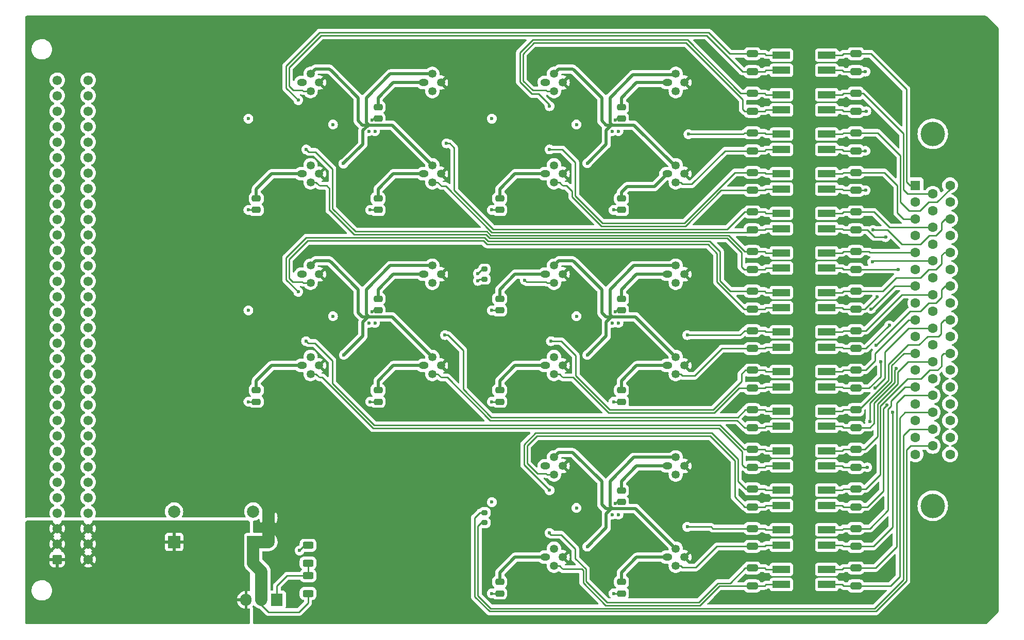
<source format=gbr>
%TF.GenerationSoftware,KiCad,Pcbnew,7.0.1*%
%TF.CreationDate,2023-05-27T02:15:04+02:00*%
%TF.ProjectId,main,6d61696e-2e6b-4696-9361-645f70636258,v1.0.1*%
%TF.SameCoordinates,Original*%
%TF.FileFunction,Copper,L1,Top*%
%TF.FilePolarity,Positive*%
%FSLAX46Y46*%
G04 Gerber Fmt 4.6, Leading zero omitted, Abs format (unit mm)*
G04 Created by KiCad (PCBNEW 7.0.1) date 2023-05-27 02:15:04*
%MOMM*%
%LPD*%
G01*
G04 APERTURE LIST*
G04 Aperture macros list*
%AMRoundRect*
0 Rectangle with rounded corners*
0 $1 Rounding radius*
0 $2 $3 $4 $5 $6 $7 $8 $9 X,Y pos of 4 corners*
0 Add a 4 corners polygon primitive as box body*
4,1,4,$2,$3,$4,$5,$6,$7,$8,$9,$2,$3,0*
0 Add four circle primitives for the rounded corners*
1,1,$1+$1,$2,$3*
1,1,$1+$1,$4,$5*
1,1,$1+$1,$6,$7*
1,1,$1+$1,$8,$9*
0 Add four rect primitives between the rounded corners*
20,1,$1+$1,$2,$3,$4,$5,0*
20,1,$1+$1,$4,$5,$6,$7,0*
20,1,$1+$1,$6,$7,$8,$9,0*
20,1,$1+$1,$8,$9,$2,$3,0*%
G04 Aperture macros list end*
%TA.AperFunction,ComponentPad*%
%ADD10O,1.600000X1.200000*%
%TD*%
%TA.AperFunction,ComponentPad*%
%ADD11C,1.350000*%
%TD*%
%TA.AperFunction,SMDPad,CuDef*%
%ADD12RoundRect,0.200000X0.275000X-0.200000X0.275000X0.200000X-0.275000X0.200000X-0.275000X-0.200000X0*%
%TD*%
%TA.AperFunction,SMDPad,CuDef*%
%ADD13C,0.250000*%
%TD*%
%TA.AperFunction,SMDPad,CuDef*%
%ADD14RoundRect,0.250000X-0.650000X0.325000X-0.650000X-0.325000X0.650000X-0.325000X0.650000X0.325000X0*%
%TD*%
%TA.AperFunction,SMDPad,CuDef*%
%ADD15C,2.000000*%
%TD*%
%TA.AperFunction,SMDPad,CuDef*%
%ADD16RoundRect,0.250000X0.625000X-0.312500X0.625000X0.312500X-0.625000X0.312500X-0.625000X-0.312500X0*%
%TD*%
%TA.AperFunction,SMDPad,CuDef*%
%ADD17R,2.850000X1.200000*%
%TD*%
%TA.AperFunction,SMDPad,CuDef*%
%ADD18RoundRect,0.250000X0.475000X-0.250000X0.475000X0.250000X-0.475000X0.250000X-0.475000X-0.250000X0*%
%TD*%
%TA.AperFunction,ComponentPad*%
%ADD19R,1.905000X2.000000*%
%TD*%
%TA.AperFunction,ComponentPad*%
%ADD20O,1.905000X2.000000*%
%TD*%
%TA.AperFunction,ComponentPad*%
%ADD21C,4.000000*%
%TD*%
%TA.AperFunction,ComponentPad*%
%ADD22R,1.600000X1.600000*%
%TD*%
%TA.AperFunction,ComponentPad*%
%ADD23C,1.600000*%
%TD*%
%TA.AperFunction,ComponentPad*%
%ADD24R,2.000000X2.000000*%
%TD*%
%TA.AperFunction,ComponentPad*%
%ADD25C,2.000000*%
%TD*%
%TA.AperFunction,ComponentPad*%
%ADD26RoundRect,0.249999X0.525001X-0.525001X0.525001X0.525001X-0.525001X0.525001X-0.525001X-0.525001X0*%
%TD*%
%TA.AperFunction,ComponentPad*%
%ADD27C,1.550000*%
%TD*%
%TA.AperFunction,ViaPad*%
%ADD28C,0.600000*%
%TD*%
%TA.AperFunction,Conductor*%
%ADD29C,0.250000*%
%TD*%
%TA.AperFunction,Conductor*%
%ADD30C,2.000000*%
%TD*%
%TA.AperFunction,Conductor*%
%ADD31C,0.500000*%
%TD*%
G04 APERTURE END LIST*
%TA.AperFunction,EtchedComponent*%
%TO.C,NT12*%
G36*
X103441942Y-87865165D02*
G01*
X103265165Y-88041942D01*
X102911612Y-87688388D01*
X103088388Y-87511612D01*
X103441942Y-87865165D01*
G37*
%TD.AperFunction*%
%TA.AperFunction,EtchedComponent*%
%TO.C,NT10*%
G36*
X80600000Y-72425000D02*
G01*
X80100000Y-72425000D01*
X80100000Y-72175000D01*
X80600000Y-72175000D01*
X80600000Y-72425000D01*
G37*
%TD.AperFunction*%
%TA.AperFunction,EtchedComponent*%
%TO.C,NT6*%
G36*
X120600000Y-135425000D02*
G01*
X120100000Y-135425000D01*
X120100000Y-135175000D01*
X120600000Y-135175000D01*
X120600000Y-135425000D01*
G37*
%TD.AperFunction*%
%TA.AperFunction,EtchedComponent*%
%TO.C,NT5*%
G36*
X123441942Y-150865165D02*
G01*
X123265165Y-151041942D01*
X122911612Y-150688388D01*
X123088388Y-150511612D01*
X123441942Y-150865165D01*
G37*
%TD.AperFunction*%
%TA.AperFunction,EtchedComponent*%
%TO.C,NT4*%
G36*
X143500000Y-119325000D02*
G01*
X143000000Y-119325000D01*
X143000000Y-119075000D01*
X143500000Y-119075000D01*
X143500000Y-119325000D01*
G37*
%TD.AperFunction*%
%TA.AperFunction,EtchedComponent*%
%TO.C,NT16*%
G36*
X103441942Y-119365165D02*
G01*
X103265165Y-119541942D01*
X102911612Y-119188388D01*
X103088388Y-119011612D01*
X103441942Y-119365165D01*
G37*
%TD.AperFunction*%
%TA.AperFunction,EtchedComponent*%
%TO.C,NT17*%
G36*
X123441942Y-87865165D02*
G01*
X123265165Y-88041942D01*
X122911612Y-87688388D01*
X123088388Y-87511612D01*
X123441942Y-87865165D01*
G37*
%TD.AperFunction*%
%TA.AperFunction,EtchedComponent*%
%TO.C,NT2*%
G36*
X120600000Y-103925000D02*
G01*
X120100000Y-103925000D01*
X120100000Y-103675000D01*
X120600000Y-103675000D01*
X120600000Y-103925000D01*
G37*
%TD.AperFunction*%
%TA.AperFunction,EtchedComponent*%
%TO.C,NT18*%
G36*
X120600000Y-72425000D02*
G01*
X120100000Y-72425000D01*
X120100000Y-72175000D01*
X120600000Y-72175000D01*
X120600000Y-72425000D01*
G37*
%TD.AperFunction*%
%TA.AperFunction,EtchedComponent*%
%TO.C,NT46*%
G36*
X76000000Y-146500000D02*
G01*
X74000000Y-146500000D01*
X74000000Y-142500000D01*
X76000000Y-142500000D01*
X76000000Y-146500000D01*
G37*
%TD.AperFunction*%
%TA.AperFunction,EtchedComponent*%
%TO.C,NT1*%
G36*
X123441942Y-119365165D02*
G01*
X123265165Y-119541942D01*
X122911612Y-119188388D01*
X123088388Y-119011612D01*
X123441942Y-119365165D01*
G37*
%TD.AperFunction*%
%TA.AperFunction,EtchedComponent*%
%TO.C,NT13*%
G36*
X83441942Y-119365165D02*
G01*
X83265165Y-119541942D01*
X82911612Y-119188388D01*
X83088388Y-119011612D01*
X83441942Y-119365165D01*
G37*
%TD.AperFunction*%
%TA.AperFunction,EtchedComponent*%
%TO.C,NT14*%
G36*
X80600000Y-103925000D02*
G01*
X80100000Y-103925000D01*
X80100000Y-103675000D01*
X80600000Y-103675000D01*
X80600000Y-103925000D01*
G37*
%TD.AperFunction*%
%TA.AperFunction,EtchedComponent*%
%TO.C,NT9*%
G36*
X83441942Y-87865165D02*
G01*
X83265165Y-88041942D01*
X82911612Y-87688388D01*
X83088388Y-87511612D01*
X83441942Y-87865165D01*
G37*
%TD.AperFunction*%
%TA.AperFunction,EtchedComponent*%
%TO.C,NT20*%
G36*
X143500000Y-87825000D02*
G01*
X143000000Y-87825000D01*
X143000000Y-87575000D01*
X143500000Y-87575000D01*
X143500000Y-87825000D01*
G37*
%TD.AperFunction*%
%TA.AperFunction,EtchedComponent*%
%TO.C,NT8*%
G36*
X143500000Y-150825000D02*
G01*
X143000000Y-150825000D01*
X143000000Y-150575000D01*
X143500000Y-150575000D01*
X143500000Y-150825000D01*
G37*
%TD.AperFunction*%
%TD*%
D10*
%TO.P,U10,1*%
%TO.N,Net-(R36-Pad2)*%
X100500000Y-117500000D03*
D11*
%TO.P,U10,2*%
%TO.N,/sheet61977749/GND_zener*%
X101914214Y-118914214D03*
%TO.P,U10,3*%
%TO.N,/Reference Block 1/V_heater_pos*%
X103328428Y-117500000D03*
%TO.P,U10,4*%
%TO.N,/sheet61977749/GND_heater*%
X101914214Y-116085786D03*
%TD*%
D10*
%TO.P,U13,1*%
%TO.N,Net-(R46-Pad2)*%
X120500000Y-102500000D03*
D11*
%TO.P,U13,2*%
%TO.N,/sheet61977B89/GND_zener*%
X121914214Y-103914214D03*
%TO.P,U13,3*%
%TO.N,/Reference Block 1/V_heater_pos*%
X123328428Y-102500000D03*
%TO.P,U13,4*%
%TO.N,/sheet61977B89/GND_heater*%
X121914214Y-101085786D03*
%TD*%
D10*
%TO.P,U9,1*%
%TO.N,Net-(R31-Pad2)*%
X100500000Y-102500000D03*
D11*
%TO.P,U9,2*%
%TO.N,/sheet61977749/GND_zener*%
X101914214Y-103914214D03*
%TO.P,U9,3*%
%TO.N,/Reference Block 1/V_heater_pos*%
X103328428Y-102500000D03*
%TO.P,U9,4*%
%TO.N,/sheet61977749/GND_heater*%
X101914214Y-101085786D03*
%TD*%
D10*
%TO.P,U5,1*%
%TO.N,Net-(R16-Pad2)*%
X140500000Y-86000000D03*
D11*
%TO.P,U5,2*%
%TO.N,/Reference Block 1/GND_zener*%
X141914214Y-87414214D03*
%TO.P,U5,3*%
%TO.N,/Reference Block 1/V_heater_pos*%
X143328428Y-86000000D03*
%TO.P,U5,4*%
%TO.N,/Reference Block 1/GND_heater*%
X141914214Y-84585786D03*
%TD*%
D10*
%TO.P,U23,1*%
%TO.N,Net-(R86-Pad2)*%
X80500000Y-71000000D03*
D11*
%TO.P,U23,2*%
%TO.N,/sheet6197BEAD/GND_zener*%
X81914214Y-72414214D03*
%TO.P,U23,3*%
%TO.N,/Reference Block 1/V_heater_pos*%
X83328428Y-71000000D03*
%TO.P,U23,4*%
%TO.N,/sheet6197BEAD/GND_heater*%
X81914214Y-69585786D03*
%TD*%
D10*
%TO.P,U4,1*%
%TO.N,Net-(R11-Pad2)*%
X140500000Y-71000000D03*
D11*
%TO.P,U4,2*%
%TO.N,/Reference Block 1/GND_zener*%
X141914214Y-72414214D03*
%TO.P,U4,3*%
%TO.N,/Reference Block 1/V_heater_pos*%
X143328428Y-71000000D03*
%TO.P,U4,4*%
%TO.N,/Reference Block 1/GND_heater*%
X141914214Y-69585786D03*
%TD*%
D10*
%TO.P,U24,1*%
%TO.N,Net-(R91-Pad2)*%
X100500000Y-71000000D03*
D11*
%TO.P,U24,2*%
%TO.N,/sheet6197BEAD/GND_zener*%
X101914214Y-72414214D03*
%TO.P,U24,3*%
%TO.N,/Reference Block 1/V_heater_pos*%
X103328428Y-71000000D03*
%TO.P,U24,4*%
%TO.N,/sheet6197BEAD/GND_heater*%
X101914214Y-69585786D03*
%TD*%
D10*
%TO.P,U20,1*%
%TO.N,Net-(R76-Pad2)*%
X140500000Y-149000000D03*
D11*
%TO.P,U20,2*%
%TO.N,/sheet6197811F/GND_zener*%
X141914214Y-150414214D03*
%TO.P,U20,3*%
%TO.N,/Reference Block 1/V_heater_pos*%
X143328428Y-149000000D03*
%TO.P,U20,4*%
%TO.N,/sheet6197811F/GND_heater*%
X141914214Y-147585786D03*
%TD*%
D10*
%TO.P,U14,1*%
%TO.N,Net-(R51-Pad2)*%
X140500000Y-102500000D03*
D11*
%TO.P,U14,2*%
%TO.N,/sheet61977B89/GND_zener*%
X141914214Y-103914214D03*
%TO.P,U14,3*%
%TO.N,/Reference Block 1/V_heater_pos*%
X143328428Y-102500000D03*
%TO.P,U14,4*%
%TO.N,/sheet61977B89/GND_heater*%
X141914214Y-101085786D03*
%TD*%
D10*
%TO.P,U18,1*%
%TO.N,Net-(R66-Pad2)*%
X120500000Y-134000000D03*
D11*
%TO.P,U18,2*%
%TO.N,/sheet6197811F/GND_zener*%
X121914214Y-135414214D03*
%TO.P,U18,3*%
%TO.N,/Reference Block 1/V_heater_pos*%
X123328428Y-134000000D03*
%TO.P,U18,4*%
%TO.N,/sheet6197811F/GND_heater*%
X121914214Y-132585786D03*
%TD*%
D12*
%TO.P,TH1,1*%
%TO.N,Net-(J2-Pad15)*%
X110500000Y-103325000D03*
%TO.P,TH1,2*%
%TO.N,Net-(J2-Pad16)*%
X110500000Y-101675000D03*
%TD*%
D13*
%TO.P,NT12,1,1*%
%TO.N,/sheet6197BEAD/GND_zener*%
X103000000Y-87600000D03*
%TO.P,NT12,2,2*%
%TO.N,Net-(C104-Pad2)*%
X103353553Y-87953553D03*
%TD*%
D10*
%TO.P,U3,1*%
%TO.N,Net-(R6-Pad2)*%
X120500000Y-71000000D03*
D11*
%TO.P,U3,2*%
%TO.N,/Reference Block 1/GND_zener*%
X121914214Y-72414214D03*
%TO.P,U3,3*%
%TO.N,/Reference Block 1/V_heater_pos*%
X123328428Y-71000000D03*
%TO.P,U3,4*%
%TO.N,/Reference Block 1/GND_heater*%
X121914214Y-69585786D03*
%TD*%
D13*
%TO.P,NT10,1,1*%
%TO.N,/sheet6197BEAD/GND_zener*%
X80600000Y-72300000D03*
%TO.P,NT10,2,2*%
%TO.N,Net-(C94-Pad2)*%
X80100000Y-72300000D03*
%TD*%
D10*
%TO.P,U19,1*%
%TO.N,Net-(R71-Pad2)*%
X140500000Y-134000000D03*
D11*
%TO.P,U19,2*%
%TO.N,/sheet6197811F/GND_zener*%
X141914214Y-135414214D03*
%TO.P,U19,3*%
%TO.N,/Reference Block 1/V_heater_pos*%
X143328428Y-134000000D03*
%TO.P,U19,4*%
%TO.N,/sheet6197811F/GND_heater*%
X141914214Y-132585786D03*
%TD*%
D10*
%TO.P,U8,1*%
%TO.N,Net-(R26-Pad2)*%
X80500000Y-102500000D03*
D11*
%TO.P,U8,2*%
%TO.N,/sheet61977749/GND_zener*%
X81914214Y-103914214D03*
%TO.P,U8,3*%
%TO.N,/Reference Block 1/V_heater_pos*%
X83328428Y-102500000D03*
%TO.P,U8,4*%
%TO.N,/sheet61977749/GND_heater*%
X81914214Y-101085786D03*
%TD*%
D13*
%TO.P,NT6,1,1*%
%TO.N,/sheet6197811F/GND_zener*%
X120600000Y-135300000D03*
%TO.P,NT6,2,2*%
%TO.N,Net-(C73-Pad2)*%
X120100000Y-135300000D03*
%TD*%
D14*
%TO.P,C5,1*%
%TO.N,Net-(C5-Pad1)*%
X154500000Y-85775000D03*
%TO.P,C5,2*%
%TO.N,Net-(C5-Pad2)*%
X154500000Y-88725000D03*
%TD*%
D13*
%TO.P,NT5,1,1*%
%TO.N,/sheet6197811F/GND_zener*%
X123000000Y-150600000D03*
%TO.P,NT5,2,2*%
%TO.N,Net-(C68-Pad2)*%
X123353553Y-150953553D03*
%TD*%
%TO.P,NT4,1,1*%
%TO.N,/sheet61977B89/GND_zener*%
X143000000Y-119200000D03*
%TO.P,NT4,2,2*%
%TO.N,Net-(C62-Pad2)*%
X143500000Y-119200000D03*
%TD*%
%TO.P,NT16,1,1*%
%TO.N,/sheet61977749/GND_zener*%
X103000000Y-119100000D03*
%TO.P,NT16,2,2*%
%TO.N,Net-(C41-Pad2)*%
X103353553Y-119453553D03*
%TD*%
%TO.P,NT17,1,1*%
%TO.N,/Reference Block 1/GND_zener*%
X123000000Y-87600000D03*
%TO.P,NT17,2,2*%
%TO.N,Net-(C5-Pad2)*%
X123353553Y-87953553D03*
%TD*%
D10*
%TO.P,U7,1*%
%TO.N,Net-(R21-Pad2)*%
X80500000Y-117500000D03*
D11*
%TO.P,U7,2*%
%TO.N,/sheet61977749/GND_zener*%
X81914214Y-118914214D03*
%TO.P,U7,3*%
%TO.N,/Reference Block 1/V_heater_pos*%
X83328428Y-117500000D03*
%TO.P,U7,4*%
%TO.N,/sheet61977749/GND_heater*%
X81914214Y-116085786D03*
%TD*%
D13*
%TO.P,NT2,1,1*%
%TO.N,/sheet61977B89/GND_zener*%
X120600000Y-103800000D03*
%TO.P,NT2,2,2*%
%TO.N,Net-(C52-Pad2)*%
X120100000Y-103800000D03*
%TD*%
%TO.P,NT18,1,1*%
%TO.N,/Reference Block 1/GND_zener*%
X120600000Y-72300000D03*
%TO.P,NT18,2,2*%
%TO.N,Net-(C10-Pad2)*%
X120100000Y-72300000D03*
%TD*%
D15*
%TO.P,NT46,1,1*%
%TO.N,/Reference Block 1/V_pos*%
X75000000Y-146500000D03*
%TO.P,NT46,2,2*%
%TO.N,/Reference Block 1/V_heater_pos*%
X75000000Y-142500000D03*
%TD*%
D16*
%TO.P,R101,1*%
%TO.N,/Reference Block 1/V_pos*%
X81500000Y-154962500D03*
%TO.P,R101,2*%
%TO.N,Net-(U26-ADJ)*%
X81500000Y-152037500D03*
%TD*%
D13*
%TO.P,NT1,1,1*%
%TO.N,/sheet61977B89/GND_zener*%
X123000000Y-119100000D03*
%TO.P,NT1,2,2*%
%TO.N,Net-(C47-Pad2)*%
X123353553Y-119453553D03*
%TD*%
D17*
%TO.P,L4,1,1*%
%TO.N,Net-(C20-Pad1)*%
X159275000Y-79500000D03*
%TO.P,L4,2,2*%
%TO.N,/D3+*%
X166725000Y-79500000D03*
%TO.P,L4,3,3*%
%TO.N,Net-(C20-Pad2)*%
X159275000Y-82000000D03*
%TO.P,L4,4,4*%
%TO.N,/D3-*%
X166725000Y-82000000D03*
%TD*%
%TO.P,L17,1,1*%
%TO.N,Net-(C89-Pad1)*%
X159275000Y-99000000D03*
%TO.P,L17,2,2*%
%TO.N,/D7+*%
X166725000Y-99000000D03*
%TO.P,L17,3,3*%
%TO.N,Net-(C89-Pad2)*%
X159275000Y-101500000D03*
%TO.P,L17,4,4*%
%TO.N,/D7-*%
X166725000Y-101500000D03*
%TD*%
D18*
%TO.P,R21,1*%
%TO.N,/Reference Block 1/V_pos*%
X73000000Y-123450000D03*
%TO.P,R21,2*%
%TO.N,Net-(R21-Pad2)*%
X73000000Y-121550000D03*
%TD*%
D14*
%TO.P,C89,1*%
%TO.N,Net-(C89-Pad1)*%
X154500000Y-98775000D03*
%TO.P,C89,2*%
%TO.N,Net-(C89-Pad2)*%
X154500000Y-101725000D03*
%TD*%
D13*
%TO.P,NT13,1,1*%
%TO.N,/sheet61977749/GND_zener*%
X83000000Y-119100000D03*
%TO.P,NT13,2,2*%
%TO.N,Net-(C26-Pad2)*%
X83353553Y-119453553D03*
%TD*%
D17*
%TO.P,L8,1,1*%
%TO.N,Net-(C41-Pad1)*%
X159275000Y-125000000D03*
%TO.P,L8,2,2*%
%TO.N,/D15+*%
X166725000Y-125000000D03*
%TO.P,L8,3,3*%
%TO.N,Net-(C41-Pad2)*%
X159275000Y-127500000D03*
%TO.P,L8,4,4*%
%TO.N,/D15-*%
X166725000Y-127500000D03*
%TD*%
%TO.P,L18,1,1*%
%TO.N,Net-(C94-Pad1)*%
X159275000Y-66500000D03*
%TO.P,L18,2,2*%
%TO.N,/D1+*%
X166725000Y-66500000D03*
%TO.P,L18,3,3*%
%TO.N,Net-(C94-Pad2)*%
X159275000Y-69000000D03*
%TO.P,L18,4,4*%
%TO.N,/D1-*%
X166725000Y-69000000D03*
%TD*%
%TO.P,L2,1,1*%
%TO.N,Net-(C10-Pad1)*%
X159275000Y-73000000D03*
%TO.P,L2,2,2*%
%TO.N,/D2+*%
X166725000Y-73000000D03*
%TO.P,L2,3,3*%
%TO.N,Net-(C10-Pad2)*%
X159275000Y-75500000D03*
%TO.P,L2,4,4*%
%TO.N,/D2-*%
X166725000Y-75500000D03*
%TD*%
D18*
%TO.P,R71,1*%
%TO.N,/Reference Block 1/V_pos*%
X133000000Y-139950000D03*
%TO.P,R71,2*%
%TO.N,Net-(R71-Pad2)*%
X133000000Y-138050000D03*
%TD*%
D17*
%TO.P,L9,1,1*%
%TO.N,Net-(C47-Pad1)*%
X159275000Y-118500000D03*
%TO.P,L9,2,2*%
%TO.N,/D13+*%
X166725000Y-118500000D03*
%TO.P,L9,3,3*%
%TO.N,Net-(C47-Pad2)*%
X159275000Y-121000000D03*
%TO.P,L9,4,4*%
%TO.N,/D13-*%
X166725000Y-121000000D03*
%TD*%
D14*
%TO.P,C11,1*%
%TO.N,/D2+*%
X171500000Y-72775000D03*
%TO.P,C11,2*%
%TO.N,/D2-*%
X171500000Y-75725000D03*
%TD*%
%TO.P,C47,1*%
%TO.N,Net-(C47-Pad1)*%
X154500000Y-118275000D03*
%TO.P,C47,2*%
%TO.N,Net-(C47-Pad2)*%
X154500000Y-121225000D03*
%TD*%
D19*
%TO.P,U26,1,ADJ*%
%TO.N,Net-(U26-ADJ)*%
X76400000Y-156000000D03*
D20*
%TO.P,U26,2,VO*%
%TO.N,/Reference Block 1/V_pos*%
X73860000Y-156000000D03*
%TO.P,U26,3,VI*%
%TO.N,Net-(#FLG0101-pwr)*%
X71320000Y-156000000D03*
%TD*%
D18*
%TO.P,R36,1*%
%TO.N,/Reference Block 1/V_pos*%
X93000000Y-123450000D03*
%TO.P,R36,2*%
%TO.N,Net-(R36-Pad2)*%
X93000000Y-121550000D03*
%TD*%
D10*
%TO.P,U22,1*%
%TO.N,Net-(R81-Pad2)*%
X80500000Y-86000000D03*
D11*
%TO.P,U22,2*%
%TO.N,/sheet6197BEAD/GND_zener*%
X81914214Y-87414214D03*
%TO.P,U22,3*%
%TO.N,/Reference Block 1/V_heater_pos*%
X83328428Y-86000000D03*
%TO.P,U22,4*%
%TO.N,/sheet6197BEAD/GND_heater*%
X81914214Y-84585786D03*
%TD*%
D10*
%TO.P,U15,1*%
%TO.N,Net-(R56-Pad2)*%
X140500000Y-117500000D03*
D11*
%TO.P,U15,2*%
%TO.N,/sheet61977B89/GND_zener*%
X141914214Y-118914214D03*
%TO.P,U15,3*%
%TO.N,/Reference Block 1/V_heater_pos*%
X143328428Y-117500000D03*
%TO.P,U15,4*%
%TO.N,/sheet61977B89/GND_heater*%
X141914214Y-116085786D03*
%TD*%
D10*
%TO.P,U12,1*%
%TO.N,Net-(R41-Pad2)*%
X120500000Y-117500000D03*
D11*
%TO.P,U12,2*%
%TO.N,/sheet61977B89/GND_zener*%
X121914214Y-118914214D03*
%TO.P,U12,3*%
%TO.N,/Reference Block 1/V_heater_pos*%
X123328428Y-117500000D03*
%TO.P,U12,4*%
%TO.N,/sheet61977B89/GND_heater*%
X121914214Y-116085786D03*
%TD*%
D18*
%TO.P,R51,1*%
%TO.N,/Reference Block 1/V_pos*%
X133000000Y-108450000D03*
%TO.P,R51,2*%
%TO.N,Net-(R51-Pad2)*%
X133000000Y-106550000D03*
%TD*%
%TO.P,R16,1*%
%TO.N,/Reference Block 1/V_pos*%
X133000000Y-91950000D03*
%TO.P,R16,2*%
%TO.N,Net-(R16-Pad2)*%
X133000000Y-90050000D03*
%TD*%
%TO.P,R31,1*%
%TO.N,/Reference Block 1/V_pos*%
X93000000Y-108450000D03*
%TO.P,R31,2*%
%TO.N,Net-(R31-Pad2)*%
X93000000Y-106550000D03*
%TD*%
D14*
%TO.P,C26,1*%
%TO.N,Net-(C26-Pad1)*%
X154500000Y-131275000D03*
%TO.P,C26,2*%
%TO.N,Net-(C26-Pad2)*%
X154500000Y-134225000D03*
%TD*%
%TO.P,C48,1*%
%TO.N,/D13+*%
X171500000Y-118275000D03*
%TO.P,C48,2*%
%TO.N,/D13-*%
X171500000Y-121225000D03*
%TD*%
%TO.P,C31,1*%
%TO.N,Net-(C31-Pad1)*%
X154500000Y-105275000D03*
%TO.P,C31,2*%
%TO.N,Net-(C31-Pad2)*%
X154500000Y-108225000D03*
%TD*%
D17*
%TO.P,L14,1,1*%
%TO.N,Net-(C73-Pad1)*%
X159275000Y-138000000D03*
%TO.P,L14,2,2*%
%TO.N,/D18+*%
X166725000Y-138000000D03*
%TO.P,L14,3,3*%
%TO.N,Net-(C73-Pad2)*%
X159275000Y-140500000D03*
%TO.P,L14,4,4*%
%TO.N,/D18-*%
X166725000Y-140500000D03*
%TD*%
D18*
%TO.P,R46,1*%
%TO.N,/Reference Block 1/V_pos*%
X113000000Y-108450000D03*
%TO.P,R46,2*%
%TO.N,Net-(R46-Pad2)*%
X113000000Y-106550000D03*
%TD*%
%TO.P,R96,1*%
%TO.N,/Reference Block 1/V_pos*%
X93000000Y-91950000D03*
%TO.P,R96,2*%
%TO.N,Net-(R96-Pad2)*%
X93000000Y-90050000D03*
%TD*%
D21*
%TO.P,J2,0,PAD*%
%TO.N,GND*%
X184140000Y-140555000D03*
X184140000Y-79445000D03*
D22*
%TO.P,J2,1*%
%TO.N,/D1+*%
X181300000Y-87900000D03*
D23*
%TO.P,J2,2*%
%TO.N,/D1-*%
X181300000Y-90670000D03*
%TO.P,J2,3*%
%TO.N,/D4+*%
X181300000Y-93440000D03*
%TO.P,J2,4*%
%TO.N,/D4-*%
X181300000Y-96180000D03*
%TO.P,J2,5*%
%TO.N,/D7+*%
X181300000Y-98950000D03*
%TO.P,J2,6*%
%TO.N,/D7-*%
X181300000Y-101720000D03*
%TO.P,J2,7*%
%TO.N,/D10+*%
X181300000Y-104460000D03*
%TO.P,J2,8*%
%TO.N,/D10-*%
X181300000Y-107230000D03*
%TO.P,J2,9*%
%TO.N,/D13+*%
X181300000Y-110000000D03*
%TO.P,J2,10*%
%TO.N,/D13-*%
X181300000Y-112740000D03*
%TO.P,J2,11*%
%TO.N,/D16+*%
X181300000Y-115490000D03*
%TO.P,J2,12*%
%TO.N,/D16-*%
X181300000Y-118280000D03*
%TO.P,J2,13*%
%TO.N,/D19+*%
X181300000Y-121050000D03*
%TO.P,J2,14*%
%TO.N,/D19-*%
X181300000Y-123820000D03*
%TO.P,J2,15*%
%TO.N,Net-(J2-Pad15)*%
X181300000Y-126560000D03*
%TO.P,J2,16*%
%TO.N,Net-(J2-Pad16)*%
X181300000Y-129330000D03*
%TO.P,J2,17*%
%TO.N,unconnected-(J2-Pad17)*%
X181300000Y-132100000D03*
%TO.P,J2,18*%
%TO.N,/D2+*%
X184140000Y-89300000D03*
%TO.P,J2,19*%
%TO.N,/D2-*%
X184140000Y-92040000D03*
%TO.P,J2,20*%
%TO.N,/D5+*%
X184140000Y-94810000D03*
%TO.P,J2,21*%
%TO.N,/D5-*%
X184140000Y-97580000D03*
%TO.P,J2,22*%
%TO.N,/D8+*%
X184140000Y-100320000D03*
%TO.P,J2,23*%
%TO.N,/D8-*%
X184140000Y-103090000D03*
%TO.P,J2,24*%
%TO.N,/D11+*%
X184140000Y-105860000D03*
%TO.P,J2,25*%
%TO.N,/D11-*%
X184140000Y-108600000D03*
%TO.P,J2,26*%
%TO.N,/D14+*%
X184140000Y-111400000D03*
%TO.P,J2,27*%
%TO.N,/D14-*%
X184140000Y-114110000D03*
%TO.P,J2,28*%
%TO.N,/D17+*%
X184140000Y-116910000D03*
%TO.P,J2,29*%
%TO.N,/D17-*%
X184140000Y-119680000D03*
%TO.P,J2,30*%
%TO.N,/D20+*%
X184140000Y-122420000D03*
%TO.P,J2,31*%
%TO.N,/D20-*%
X184140000Y-125190000D03*
%TO.P,J2,32*%
%TO.N,Net-(J2-Pad32)*%
X184140000Y-127960000D03*
%TO.P,J2,33*%
%TO.N,Net-(J2-Pad33)*%
X184140000Y-130700000D03*
%TO.P,J2,34*%
%TO.N,/D3+*%
X186980000Y-87900000D03*
%TO.P,J2,35*%
%TO.N,/D3-*%
X186980000Y-90670000D03*
%TO.P,J2,36*%
%TO.N,/D6+*%
X186980000Y-93440000D03*
%TO.P,J2,37*%
%TO.N,/D6-*%
X186980000Y-96180000D03*
%TO.P,J2,38*%
%TO.N,/D9+*%
X186980000Y-98950000D03*
%TO.P,J2,39*%
%TO.N,/D9-*%
X186980000Y-101720000D03*
%TO.P,J2,40*%
%TO.N,/D12+*%
X186980000Y-104460000D03*
%TO.P,J2,41*%
%TO.N,/D12-*%
X186980000Y-107230000D03*
%TO.P,J2,42*%
%TO.N,/D15+*%
X186980000Y-110000000D03*
%TO.P,J2,43*%
%TO.N,/D15-*%
X186980000Y-112740000D03*
%TO.P,J2,44*%
%TO.N,/D18+*%
X186980000Y-115490000D03*
%TO.P,J2,45*%
%TO.N,/D18-*%
X186980000Y-118280000D03*
%TO.P,J2,46*%
%TO.N,unconnected-(J2-Pad46)*%
X186980000Y-121050000D03*
%TO.P,J2,47*%
%TO.N,unconnected-(J2-Pad47)*%
X186980000Y-123820000D03*
%TO.P,J2,48*%
%TO.N,unconnected-(J2-Pad48)*%
X186980000Y-126560000D03*
%TO.P,J2,49*%
%TO.N,unconnected-(J2-Pad49)*%
X186980000Y-129330000D03*
%TO.P,J2,50*%
%TO.N,unconnected-(J2-Pad50)*%
X186980000Y-132100000D03*
%TD*%
D18*
%TO.P,R81,1*%
%TO.N,/Reference Block 1/V_pos*%
X73000000Y-91950000D03*
%TO.P,R81,2*%
%TO.N,Net-(R81-Pad2)*%
X73000000Y-90050000D03*
%TD*%
D14*
%TO.P,C41,1*%
%TO.N,Net-(C41-Pad1)*%
X154500000Y-124775000D03*
%TO.P,C41,2*%
%TO.N,Net-(C41-Pad2)*%
X154500000Y-127725000D03*
%TD*%
D18*
%TO.P,R56,1*%
%TO.N,/Reference Block 1/V_pos*%
X133000000Y-123450000D03*
%TO.P,R56,2*%
%TO.N,Net-(R56-Pad2)*%
X133000000Y-121550000D03*
%TD*%
D14*
%TO.P,C84,1*%
%TO.N,/D19+*%
X171500000Y-144275000D03*
%TO.P,C84,2*%
%TO.N,/D19-*%
X171500000Y-147225000D03*
%TD*%
D10*
%TO.P,U25,1*%
%TO.N,Net-(R96-Pad2)*%
X100500000Y-86000000D03*
D11*
%TO.P,U25,2*%
%TO.N,/sheet6197BEAD/GND_zener*%
X101914214Y-87414214D03*
%TO.P,U25,3*%
%TO.N,/Reference Block 1/V_heater_pos*%
X103328428Y-86000000D03*
%TO.P,U25,4*%
%TO.N,/sheet6197BEAD/GND_heater*%
X101914214Y-84585786D03*
%TD*%
D14*
%TO.P,C74,1*%
%TO.N,/D18+*%
X171500000Y-137775000D03*
%TO.P,C74,2*%
%TO.N,/D18-*%
X171500000Y-140725000D03*
%TD*%
%TO.P,C42,1*%
%TO.N,/D15+*%
X171500000Y-124775000D03*
%TO.P,C42,2*%
%TO.N,/D15-*%
X171500000Y-127725000D03*
%TD*%
%TO.P,C32,1*%
%TO.N,/D9+*%
X171500000Y-105275000D03*
%TO.P,C32,2*%
%TO.N,/D9-*%
X171500000Y-108225000D03*
%TD*%
%TO.P,C62,1*%
%TO.N,Net-(C62-Pad1)*%
X154500000Y-111775000D03*
%TO.P,C62,2*%
%TO.N,Net-(C62-Pad2)*%
X154500000Y-114725000D03*
%TD*%
D17*
%TO.P,L5,1,1*%
%TO.N,Net-(C26-Pad1)*%
X159275000Y-131500000D03*
%TO.P,L5,2,2*%
%TO.N,/D17+*%
X166725000Y-131500000D03*
%TO.P,L5,3,3*%
%TO.N,Net-(C26-Pad2)*%
X159275000Y-134000000D03*
%TO.P,L5,4,4*%
%TO.N,/D17-*%
X166725000Y-134000000D03*
%TD*%
%TO.P,L13,1,1*%
%TO.N,Net-(C68-Pad1)*%
X159275000Y-151000000D03*
%TO.P,L13,2,2*%
%TO.N,/D20+*%
X166725000Y-151000000D03*
%TO.P,L13,3,3*%
%TO.N,Net-(C68-Pad2)*%
X159275000Y-153500000D03*
%TO.P,L13,4,4*%
%TO.N,/D20-*%
X166725000Y-153500000D03*
%TD*%
D14*
%TO.P,C63,1*%
%TO.N,/D11+*%
X171500000Y-111775000D03*
%TO.P,C63,2*%
%TO.N,/D11-*%
X171500000Y-114725000D03*
%TD*%
D17*
%TO.P,L6,1,1*%
%TO.N,Net-(C31-Pad1)*%
X159275000Y-105500000D03*
%TO.P,L6,2,2*%
%TO.N,/D9+*%
X166725000Y-105500000D03*
%TO.P,L6,3,3*%
%TO.N,Net-(C31-Pad2)*%
X159275000Y-108000000D03*
%TO.P,L6,4,4*%
%TO.N,/D9-*%
X166725000Y-108000000D03*
%TD*%
D14*
%TO.P,C104,1*%
%TO.N,Net-(C104-Pad1)*%
X154500000Y-92275000D03*
%TO.P,C104,2*%
%TO.N,Net-(C104-Pad2)*%
X154500000Y-95225000D03*
%TD*%
%TO.P,C90,1*%
%TO.N,/D7+*%
X171500000Y-98775000D03*
%TO.P,C90,2*%
%TO.N,/D7-*%
X171500000Y-101725000D03*
%TD*%
D18*
%TO.P,R76,1*%
%TO.N,/Reference Block 1/V_pos*%
X133000000Y-154950000D03*
%TO.P,R76,2*%
%TO.N,Net-(R76-Pad2)*%
X133000000Y-153050000D03*
%TD*%
%TO.P,R1,1*%
%TO.N,/Reference Block 1/V_pos*%
X113000000Y-91950000D03*
%TO.P,R1,2*%
%TO.N,Net-(R1-Pad2)*%
X113000000Y-90050000D03*
%TD*%
D14*
%TO.P,C105,1*%
%TO.N,/D5+*%
X171500000Y-92275000D03*
%TO.P,C105,2*%
%TO.N,/D5-*%
X171500000Y-95225000D03*
%TD*%
D18*
%TO.P,R61,1*%
%TO.N,/Reference Block 1/V_pos*%
X113000000Y-154950000D03*
%TO.P,R61,2*%
%TO.N,Net-(R61-Pad2)*%
X113000000Y-153050000D03*
%TD*%
%TO.P,R11,1*%
%TO.N,/Reference Block 1/V_pos*%
X133000000Y-76950000D03*
%TO.P,R11,2*%
%TO.N,Net-(R11-Pad2)*%
X133000000Y-75050000D03*
%TD*%
D14*
%TO.P,C83,1*%
%TO.N,Net-(C83-Pad1)*%
X154500000Y-144275000D03*
%TO.P,C83,2*%
%TO.N,Net-(C83-Pad2)*%
X154500000Y-147225000D03*
%TD*%
D13*
%TO.P,NT14,1,1*%
%TO.N,/sheet61977749/GND_zener*%
X80600000Y-103800000D03*
%TO.P,NT14,2,2*%
%TO.N,Net-(C31-Pad2)*%
X80100000Y-103800000D03*
%TD*%
D14*
%TO.P,C20,1*%
%TO.N,Net-(C20-Pad1)*%
X154500000Y-79275000D03*
%TO.P,C20,2*%
%TO.N,Net-(C20-Pad2)*%
X154500000Y-82225000D03*
%TD*%
%TO.P,C68,1*%
%TO.N,Net-(C68-Pad1)*%
X154500000Y-150775000D03*
%TO.P,C68,2*%
%TO.N,Net-(C68-Pad2)*%
X154500000Y-153725000D03*
%TD*%
D17*
%TO.P,L1,1,1*%
%TO.N,Net-(C5-Pad1)*%
X159275000Y-86000000D03*
%TO.P,L1,2,2*%
%TO.N,/D4+*%
X166725000Y-86000000D03*
%TO.P,L1,3,3*%
%TO.N,Net-(C5-Pad2)*%
X159275000Y-88500000D03*
%TO.P,L1,4,4*%
%TO.N,/D4-*%
X166725000Y-88500000D03*
%TD*%
D14*
%TO.P,C94,1*%
%TO.N,Net-(C94-Pad1)*%
X154500000Y-66275000D03*
%TO.P,C94,2*%
%TO.N,Net-(C94-Pad2)*%
X154500000Y-69225000D03*
%TD*%
D17*
%TO.P,L16,1,1*%
%TO.N,Net-(C83-Pad1)*%
X159275000Y-144500000D03*
%TO.P,L16,2,2*%
%TO.N,/D19+*%
X166725000Y-144500000D03*
%TO.P,L16,3,3*%
%TO.N,Net-(C83-Pad2)*%
X159275000Y-147000000D03*
%TO.P,L16,4,4*%
%TO.N,/D19-*%
X166725000Y-147000000D03*
%TD*%
D14*
%TO.P,C6,1*%
%TO.N,/D4+*%
X171500000Y-85775000D03*
%TO.P,C6,2*%
%TO.N,/D4-*%
X171500000Y-88725000D03*
%TD*%
D18*
%TO.P,R41,1*%
%TO.N,/Reference Block 1/V_pos*%
X113000000Y-123450000D03*
%TO.P,R41,2*%
%TO.N,Net-(R41-Pad2)*%
X113000000Y-121550000D03*
%TD*%
D14*
%TO.P,C73,1*%
%TO.N,Net-(C73-Pad1)*%
X154500000Y-137775000D03*
%TO.P,C73,2*%
%TO.N,Net-(C73-Pad2)*%
X154500000Y-140725000D03*
%TD*%
D13*
%TO.P,NT9,1,1*%
%TO.N,/sheet6197BEAD/GND_zener*%
X83000000Y-87600000D03*
%TO.P,NT9,2,2*%
%TO.N,Net-(C89-Pad2)*%
X83353553Y-87953553D03*
%TD*%
D18*
%TO.P,R91,1*%
%TO.N,/Reference Block 1/V_pos*%
X93000000Y-76950000D03*
%TO.P,R91,2*%
%TO.N,Net-(R91-Pad2)*%
X93000000Y-75050000D03*
%TD*%
D13*
%TO.P,NT20,1,1*%
%TO.N,/Reference Block 1/GND_zener*%
X143000000Y-87700000D03*
%TO.P,NT20,2,2*%
%TO.N,Net-(C20-Pad2)*%
X143500000Y-87700000D03*
%TD*%
D10*
%TO.P,U17,1*%
%TO.N,Net-(R61-Pad2)*%
X120500000Y-149000000D03*
D11*
%TO.P,U17,2*%
%TO.N,/sheet6197811F/GND_zener*%
X121914214Y-150414214D03*
%TO.P,U17,3*%
%TO.N,/Reference Block 1/V_heater_pos*%
X123328428Y-149000000D03*
%TO.P,U17,4*%
%TO.N,/sheet6197811F/GND_heater*%
X121914214Y-147585786D03*
%TD*%
D24*
%TO.P,C106,1*%
%TO.N,Net-(#FLG0101-pwr)*%
X59500000Y-146500000D03*
D25*
%TO.P,C106,2*%
%TO.N,GND*%
X59500000Y-141500000D03*
%TD*%
D13*
%TO.P,NT8,1,1*%
%TO.N,/sheet6197811F/GND_zener*%
X143000000Y-150700000D03*
%TO.P,NT8,2,2*%
%TO.N,Net-(C83-Pad2)*%
X143500000Y-150700000D03*
%TD*%
D16*
%TO.P,R102,1*%
%TO.N,Net-(U26-ADJ)*%
X81500000Y-149962500D03*
%TO.P,R102,2*%
%TO.N,GND*%
X81500000Y-147037500D03*
%TD*%
D10*
%TO.P,U2,1*%
%TO.N,Net-(R1-Pad2)*%
X120500000Y-86000000D03*
D11*
%TO.P,U2,2*%
%TO.N,/Reference Block 1/GND_zener*%
X121914214Y-87414214D03*
%TO.P,U2,3*%
%TO.N,/Reference Block 1/V_heater_pos*%
X123328428Y-86000000D03*
%TO.P,U2,4*%
%TO.N,/Reference Block 1/GND_heater*%
X121914214Y-84585786D03*
%TD*%
D12*
%TO.P,TH2,1*%
%TO.N,Net-(J2-Pad32)*%
X110500000Y-143325000D03*
%TO.P,TH2,2*%
%TO.N,Net-(J2-Pad33)*%
X110500000Y-141675000D03*
%TD*%
D14*
%TO.P,C27,1*%
%TO.N,/D17+*%
X171500000Y-131275000D03*
%TO.P,C27,2*%
%TO.N,/D17-*%
X171500000Y-134225000D03*
%TD*%
%TO.P,C10,1*%
%TO.N,Net-(C10-Pad1)*%
X154500000Y-72775000D03*
%TO.P,C10,2*%
%TO.N,Net-(C10-Pad2)*%
X154500000Y-75725000D03*
%TD*%
%TO.P,C95,1*%
%TO.N,/D1+*%
X171500000Y-66275000D03*
%TO.P,C95,2*%
%TO.N,/D1-*%
X171500000Y-69225000D03*
%TD*%
%TO.P,C69,1*%
%TO.N,/D20+*%
X171500000Y-150775000D03*
%TO.P,C69,2*%
%TO.N,/D20-*%
X171500000Y-153725000D03*
%TD*%
D17*
%TO.P,L12,1,1*%
%TO.N,Net-(C62-Pad1)*%
X159275000Y-112000000D03*
%TO.P,L12,2,2*%
%TO.N,/D11+*%
X166725000Y-112000000D03*
%TO.P,L12,3,3*%
%TO.N,Net-(C62-Pad2)*%
X159275000Y-114500000D03*
%TO.P,L12,4,4*%
%TO.N,/D11-*%
X166725000Y-114500000D03*
%TD*%
D24*
%TO.P,C107,1*%
%TO.N,/Reference Block 1/V_pos*%
X72500000Y-146500000D03*
D25*
%TO.P,C107,2*%
%TO.N,GND*%
X72500000Y-141500000D03*
%TD*%
D17*
%TO.P,L20,1,1*%
%TO.N,Net-(C104-Pad1)*%
X159275000Y-92500000D03*
%TO.P,L20,2,2*%
%TO.N,/D5+*%
X166725000Y-92500000D03*
%TO.P,L20,3,3*%
%TO.N,Net-(C104-Pad2)*%
X159275000Y-95000000D03*
%TO.P,L20,4,4*%
%TO.N,/D5-*%
X166725000Y-95000000D03*
%TD*%
D14*
%TO.P,C21,1*%
%TO.N,/D3+*%
X171500000Y-79275000D03*
%TO.P,C21,2*%
%TO.N,/D3-*%
X171500000Y-82225000D03*
%TD*%
D26*
%TO.P,J1,a1,Pin_a1*%
%TO.N,Net-(#FLG0101-pwr)*%
X40300000Y-149370000D03*
D27*
%TO.P,J1,a2,Pin_a2*%
X40300000Y-146830000D03*
%TO.P,J1,a3,Pin_a3*%
X40300000Y-144290000D03*
%TO.P,J1,a4,Pin_a4*%
%TO.N,unconnected-(J1-Pin_a4-Pada4)*%
X40300000Y-141750000D03*
%TO.P,J1,a5,Pin_a5*%
%TO.N,unconnected-(J1-Pin_a5-Pada5)*%
X40300000Y-139210000D03*
%TO.P,J1,a6,Pin_a6*%
%TO.N,unconnected-(J1-Pin_a6-Pada6)*%
X40300000Y-136670000D03*
%TO.P,J1,a7,Pin_a7*%
%TO.N,unconnected-(J1-Pin_a7-Pada7)*%
X40300000Y-134130000D03*
%TO.P,J1,a8,Pin_a8*%
%TO.N,unconnected-(J1-Pin_a8-Pada8)*%
X40300000Y-131590000D03*
%TO.P,J1,a9,Pin_a9*%
%TO.N,unconnected-(J1-Pin_a9-Pada9)*%
X40300000Y-129050000D03*
%TO.P,J1,a10,Pin_a10*%
%TO.N,unconnected-(J1-Pin_a10-Pada10)*%
X40300000Y-126510000D03*
%TO.P,J1,a11,Pin_a11*%
%TO.N,unconnected-(J1-Pin_a11-Pada11)*%
X40300000Y-123970000D03*
%TO.P,J1,a12,Pin_a12*%
%TO.N,unconnected-(J1-Pin_a12-Pada12)*%
X40300000Y-121430000D03*
%TO.P,J1,a13,Pin_a13*%
%TO.N,unconnected-(J1-Pin_a13-Pada13)*%
X40300000Y-118890000D03*
%TO.P,J1,a14,Pin_a14*%
%TO.N,unconnected-(J1-Pin_a14-Pada14)*%
X40300000Y-116350000D03*
%TO.P,J1,a15,Pin_a15*%
%TO.N,GND*%
X40300000Y-113810000D03*
%TO.P,J1,a16,Pin_a16*%
X40300000Y-111270000D03*
%TO.P,J1,a17,Pin_a17*%
X40300000Y-108730000D03*
%TO.P,J1,a18,Pin_a18*%
X40300000Y-106190000D03*
%TO.P,J1,a19,Pin_a19*%
%TO.N,unconnected-(J1-Pin_a19-Pada19)*%
X40300000Y-103650000D03*
%TO.P,J1,a20,Pin_a20*%
%TO.N,unconnected-(J1-Pin_a20-Pada20)*%
X40300000Y-101110000D03*
%TO.P,J1,a21,Pin_a21*%
%TO.N,unconnected-(J1-Pin_a21-Pada21)*%
X40300000Y-98570000D03*
%TO.P,J1,a22,Pin_a22*%
%TO.N,unconnected-(J1-Pin_a22-Pada22)*%
X40300000Y-96030000D03*
%TO.P,J1,a23,Pin_a23*%
%TO.N,unconnected-(J1-Pin_a23-Pada23)*%
X40300000Y-93490000D03*
%TO.P,J1,a24,Pin_a24*%
%TO.N,unconnected-(J1-Pin_a24-Pada24)*%
X40300000Y-90950000D03*
%TO.P,J1,a25,Pin_a25*%
%TO.N,unconnected-(J1-Pin_a25-Pada25)*%
X40300000Y-88410000D03*
%TO.P,J1,a26,Pin_a26*%
%TO.N,unconnected-(J1-Pin_a26-Pada26)*%
X40300000Y-85870000D03*
%TO.P,J1,a27,Pin_a27*%
%TO.N,unconnected-(J1-Pin_a27-Pada27)*%
X40300000Y-83330000D03*
%TO.P,J1,a28,Pin_a28*%
%TO.N,unconnected-(J1-Pin_a28-Pada28)*%
X40300000Y-80790000D03*
%TO.P,J1,a29,Pin_a29*%
%TO.N,unconnected-(J1-Pin_a29-Pada29)*%
X40300000Y-78250000D03*
%TO.P,J1,a30,Pin_a30*%
%TO.N,unconnected-(J1-Pin_a30-Pada30)*%
X40300000Y-75710000D03*
%TO.P,J1,a31,Pin_a31*%
%TO.N,unconnected-(J1-Pin_a31-Pada31)*%
X40300000Y-73170000D03*
%TO.P,J1,a32,Pin_a32*%
%TO.N,unconnected-(J1-Pin_a32-Pada32)*%
X40300000Y-70630000D03*
%TO.P,J1,c1,Pin_c1*%
%TO.N,Net-(#FLG0101-pwr)*%
X45380000Y-149370000D03*
%TO.P,J1,c2,Pin_c2*%
X45380000Y-146830000D03*
%TO.P,J1,c3,Pin_c3*%
X45380000Y-144290000D03*
%TO.P,J1,c4,Pin_c4*%
%TO.N,unconnected-(J1-Pin_c4-Padc4)*%
X45380000Y-141750000D03*
%TO.P,J1,c5,Pin_c5*%
%TO.N,unconnected-(J1-Pin_c5-Padc5)*%
X45380000Y-139210000D03*
%TO.P,J1,c6,Pin_c6*%
%TO.N,unconnected-(J1-Pin_c6-Padc6)*%
X45380000Y-136670000D03*
%TO.P,J1,c7,Pin_c7*%
%TO.N,unconnected-(J1-Pin_c7-Padc7)*%
X45380000Y-134130000D03*
%TO.P,J1,c8,Pin_c8*%
%TO.N,unconnected-(J1-Pin_c8-Padc8)*%
X45380000Y-131590000D03*
%TO.P,J1,c9,Pin_c9*%
%TO.N,unconnected-(J1-Pin_c9-Padc9)*%
X45380000Y-129050000D03*
%TO.P,J1,c10,Pin_c10*%
%TO.N,unconnected-(J1-Pin_c10-Padc10)*%
X45380000Y-126510000D03*
%TO.P,J1,c11,Pin_c11*%
%TO.N,unconnected-(J1-Pin_c11-Padc11)*%
X45380000Y-123970000D03*
%TO.P,J1,c12,Pin_c12*%
%TO.N,unconnected-(J1-Pin_c12-Padc12)*%
X45380000Y-121430000D03*
%TO.P,J1,c13,Pin_c13*%
%TO.N,unconnected-(J1-Pin_c13-Padc13)*%
X45380000Y-118890000D03*
%TO.P,J1,c14,Pin_c14*%
%TO.N,unconnected-(J1-Pin_c14-Padc14)*%
X45380000Y-116350000D03*
%TO.P,J1,c15,Pin_c15*%
%TO.N,GND*%
X45380000Y-113810000D03*
%TO.P,J1,c16,Pin_c16*%
X45380000Y-111270000D03*
%TO.P,J1,c17,Pin_c17*%
X45380000Y-108730000D03*
%TO.P,J1,c18,Pin_c18*%
X45380000Y-106190000D03*
%TO.P,J1,c19,Pin_c19*%
%TO.N,unconnected-(J1-Pin_c19-Padc19)*%
X45380000Y-103650000D03*
%TO.P,J1,c20,Pin_c20*%
%TO.N,unconnected-(J1-Pin_c20-Padc20)*%
X45380000Y-101110000D03*
%TO.P,J1,c21,Pin_c21*%
%TO.N,unconnected-(J1-Pin_c21-Padc21)*%
X45380000Y-98570000D03*
%TO.P,J1,c22,Pin_c22*%
%TO.N,unconnected-(J1-Pin_c22-Padc22)*%
X45380000Y-96030000D03*
%TO.P,J1,c23,Pin_c23*%
%TO.N,unconnected-(J1-Pin_c23-Padc23)*%
X45380000Y-93490000D03*
%TO.P,J1,c24,Pin_c24*%
%TO.N,unconnected-(J1-Pin_c24-Padc24)*%
X45380000Y-90950000D03*
%TO.P,J1,c25,Pin_c25*%
%TO.N,unconnected-(J1-Pin_c25-Padc25)*%
X45380000Y-88410000D03*
%TO.P,J1,c26,Pin_c26*%
%TO.N,unconnected-(J1-Pin_c26-Padc26)*%
X45380000Y-85870000D03*
%TO.P,J1,c27,Pin_c27*%
%TO.N,unconnected-(J1-Pin_c27-Padc27)*%
X45380000Y-83330000D03*
%TO.P,J1,c28,Pin_c28*%
%TO.N,unconnected-(J1-Pin_c28-Padc28)*%
X45380000Y-80790000D03*
%TO.P,J1,c29,Pin_c29*%
%TO.N,unconnected-(J1-Pin_c29-Padc29)*%
X45380000Y-78250000D03*
%TO.P,J1,c30,Pin_c30*%
%TO.N,unconnected-(J1-Pin_c30-Padc30)*%
X45380000Y-75710000D03*
%TO.P,J1,c31,Pin_c31*%
%TO.N,unconnected-(J1-Pin_c31-Padc31)*%
X45380000Y-73170000D03*
%TO.P,J1,c32,Pin_c32*%
%TO.N,unconnected-(J1-Pin_c32-Padc32)*%
X45380000Y-70630000D03*
%TD*%
D28*
%TO.N,GND*%
X131500000Y-142000000D03*
X131500000Y-79000000D03*
X91500000Y-110500000D03*
X80100000Y-147900000D03*
X125600000Y-140900000D03*
X91500000Y-79000000D03*
X125600000Y-77900000D03*
X125600000Y-109400000D03*
X85600000Y-77900000D03*
X131500000Y-110500000D03*
X85600000Y-109400000D03*
%TO.N,/Reference Block 1/V_pos*%
X111700000Y-154950000D03*
X111700000Y-91950000D03*
X92000000Y-77200000D03*
X131700000Y-123450000D03*
X92000000Y-108700000D03*
X132000000Y-108700000D03*
X132000000Y-140200000D03*
X71700000Y-108450000D03*
X132000000Y-77200000D03*
X111700000Y-108450000D03*
X71700000Y-91950000D03*
X131700000Y-154950000D03*
X91700000Y-123450000D03*
X131700000Y-91950000D03*
X111700000Y-123450000D03*
X111700000Y-76950000D03*
X71700000Y-76950000D03*
X91700000Y-91950000D03*
X71700000Y-123450000D03*
X111700000Y-139950000D03*
%TO.N,Net-(C5-Pad1)*%
X121175000Y-82000000D03*
%TO.N,/D1-*%
X173075000Y-69225000D03*
%TO.N,Net-(C10-Pad1)*%
X121175000Y-74900000D03*
%TO.N,/D2-*%
X173225000Y-75725000D03*
%TO.N,/D3-*%
X173075000Y-82225000D03*
%TO.N,Net-(C20-Pad1)*%
X144000000Y-79500000D03*
%TO.N,/D4-*%
X173100000Y-88700000D03*
%TO.N,Net-(C26-Pad1)*%
X81175000Y-113500000D03*
%TO.N,/D5-*%
X176400000Y-96400000D03*
%TO.N,Net-(C31-Pad1)*%
X79900000Y-105400000D03*
%TO.N,/D6+*%
X174300000Y-95225000D03*
%TO.N,/D7-*%
X178500000Y-101720000D03*
%TO.N,Net-(C41-Pad1)*%
X104000000Y-112500000D03*
%TO.N,/D8+*%
X174200000Y-100500000D03*
%TO.N,Net-(C47-Pad1)*%
X121400000Y-113500000D03*
%TO.N,/D9-*%
X175000000Y-106200000D03*
%TO.N,/D10+*%
X174000000Y-108225000D03*
%TO.N,/D11-*%
X177000000Y-110900000D03*
%TO.N,Net-(C62-Pad1)*%
X143800000Y-112500000D03*
%TO.N,/D12+*%
X174800000Y-114200000D03*
%TO.N,Net-(C68-Pad1)*%
X121175000Y-145000000D03*
%TO.N,/D13-*%
X175600000Y-116900000D03*
%TO.N,Net-(C73-Pad1)*%
X121175000Y-138000000D03*
%TO.N,/D14+*%
X174700000Y-121200000D03*
%TO.N,/D15-*%
X178100000Y-118000000D03*
%TO.N,Net-(C83-Pad1)*%
X143800000Y-144000000D03*
%TO.N,/D16+*%
X173800000Y-126700000D03*
%TO.N,Net-(C89-Pad1)*%
X81200000Y-82000000D03*
%TO.N,/D17-*%
X173375000Y-134225000D03*
%TO.N,Net-(C94-Pad1)*%
X79900000Y-73900000D03*
%TO.N,/D18-*%
X176600000Y-124000000D03*
%TO.N,/D19-*%
X177500000Y-125200000D03*
%TO.N,Net-(C104-Pad1)*%
X104250000Y-81000000D03*
%TO.N,Net-(J2-Pad16)*%
X109400000Y-102400000D03*
%TO.N,Net-(J2-Pad15)*%
X109400000Y-103600000D03*
%TO.N,/Reference Block 1/V_heater_pos*%
X125900000Y-142100000D03*
X125900000Y-79100000D03*
X125900000Y-110600000D03*
X85900000Y-79100000D03*
X85900000Y-110600000D03*
%TO.N,Net-(C52-Pad2)*%
X117100000Y-103500000D03*
%TO.N,/Reference Block 1/GND_heater*%
X127375000Y-84275000D03*
X131500000Y-78000000D03*
%TO.N,/sheet61977749/GND_heater*%
X91500000Y-109500000D03*
X87375000Y-115775000D03*
%TO.N,/sheet61977B89/GND_heater*%
X127375000Y-115775000D03*
X131500000Y-109500000D03*
%TO.N,/sheet6197811F/GND_heater*%
X127375000Y-147275000D03*
X131500000Y-141000000D03*
%TO.N,/sheet6197BEAD/GND_heater*%
X91500000Y-78000000D03*
X87325000Y-84325000D03*
%TO.N,/sheet61977B89/GND_zener*%
X132500000Y-110500000D03*
%TO.N,/sheet6197811F/GND_zener*%
X132500000Y-142000000D03*
%TO.N,/sheet6197BEAD/GND_zener*%
X92500000Y-79000000D03*
%TO.N,/sheet61977749/GND_zener*%
X92500000Y-110500000D03*
%TO.N,/Reference Block 1/GND_zener*%
X132500000Y-79000000D03*
%TD*%
D29*
%TO.N,GND*%
X81500000Y-147037500D02*
X80962500Y-147037500D01*
X80962500Y-147037500D02*
X80100000Y-147900000D01*
%TO.N,/Reference Block 1/V_pos*%
X73860000Y-156000000D02*
X73860000Y-156860000D01*
X113000000Y-91950000D02*
X111700000Y-91950000D01*
X133000000Y-91950000D02*
X131700000Y-91950000D01*
X132250000Y-108450000D02*
X133000000Y-108450000D01*
X92250000Y-76950000D02*
X93000000Y-76950000D01*
X92250000Y-108450000D02*
X93000000Y-108450000D01*
X133000000Y-154950000D02*
X131700000Y-154950000D01*
X75000000Y-158000000D02*
X80000000Y-158000000D01*
X132000000Y-108700000D02*
X132250000Y-108450000D01*
X73000000Y-91950000D02*
X71700000Y-91950000D01*
D30*
X72500000Y-150000000D02*
X72500000Y-146500000D01*
D29*
X81500000Y-156500000D02*
X81500000Y-154962500D01*
D30*
X73860000Y-151360000D02*
X72500000Y-150000000D01*
D29*
X133000000Y-123450000D02*
X131700000Y-123450000D01*
X111700000Y-123450000D02*
X113000000Y-123450000D01*
X132250000Y-139950000D02*
X133000000Y-139950000D01*
X132000000Y-140200000D02*
X132250000Y-139950000D01*
X92000000Y-77200000D02*
X92250000Y-76950000D01*
X93000000Y-91950000D02*
X91700000Y-91950000D01*
X73860000Y-156860000D02*
X75000000Y-158000000D01*
X132000000Y-77200000D02*
X132250000Y-76950000D01*
X113000000Y-154950000D02*
X111700000Y-154950000D01*
X93000000Y-123450000D02*
X91700000Y-123450000D01*
X132250000Y-76950000D02*
X133000000Y-76950000D01*
X92000000Y-108700000D02*
X92250000Y-108450000D01*
X113000000Y-108450000D02*
X111700000Y-108450000D01*
D30*
X72500000Y-146500000D02*
X75000000Y-146500000D01*
D29*
X80000000Y-158000000D02*
X81500000Y-156500000D01*
D30*
X73860000Y-156000000D02*
X73860000Y-151360000D01*
D29*
X73000000Y-123450000D02*
X71700000Y-123450000D01*
%TO.N,Net-(C5-Pad1)*%
X129900000Y-94100000D02*
X143300000Y-94100000D01*
X125400000Y-89600000D02*
X129900000Y-94100000D01*
X123300000Y-82000000D02*
X125400000Y-84100000D01*
X156750000Y-86000000D02*
X156525000Y-85775000D01*
X125400000Y-84100000D02*
X125400000Y-89600000D01*
X156525000Y-85775000D02*
X154500000Y-85775000D01*
X159275000Y-86000000D02*
X156750000Y-86000000D01*
X151625000Y-85775000D02*
X154500000Y-85775000D01*
X121175000Y-82000000D02*
X123300000Y-82000000D01*
X143300000Y-94100000D02*
X151625000Y-85775000D01*
%TO.N,/D1-*%
X169475000Y-69225000D02*
X171500000Y-69225000D01*
X166725000Y-69000000D02*
X169250000Y-69000000D01*
X169250000Y-69000000D02*
X169475000Y-69225000D01*
X173075000Y-69225000D02*
X171500000Y-69225000D01*
%TO.N,/D1+*%
X179800000Y-72100000D02*
X179800000Y-87300000D01*
X166725000Y-66500000D02*
X169250000Y-66500000D01*
X173975000Y-66275000D02*
X179800000Y-72100000D01*
X179800000Y-87300000D02*
X180400000Y-87900000D01*
X171500000Y-66275000D02*
X173975000Y-66275000D01*
X169475000Y-66275000D02*
X171500000Y-66275000D01*
X180400000Y-87900000D02*
X181300000Y-87900000D01*
X169250000Y-66500000D02*
X169475000Y-66275000D01*
%TO.N,Net-(C10-Pad1)*%
X121175000Y-74900000D02*
X121175000Y-74675000D01*
X143800000Y-64000000D02*
X152575000Y-72775000D01*
X118400000Y-64000000D02*
X143800000Y-64000000D01*
X152575000Y-72775000D02*
X154500000Y-72775000D01*
X121175000Y-74675000D02*
X119400000Y-72900000D01*
X116300000Y-70900000D02*
X116300000Y-66100000D01*
X156525000Y-72775000D02*
X154500000Y-72775000D01*
X156750000Y-73000000D02*
X156525000Y-72775000D01*
X119400000Y-72900000D02*
X118300000Y-72900000D01*
X118300000Y-72900000D02*
X116300000Y-70900000D01*
X116300000Y-66100000D02*
X118400000Y-64000000D01*
X159275000Y-73000000D02*
X156750000Y-73000000D01*
%TO.N,/D2-*%
X166725000Y-75500000D02*
X169250000Y-75500000D01*
X169475000Y-75725000D02*
X171500000Y-75725000D01*
X173225000Y-75725000D02*
X171500000Y-75725000D01*
X169250000Y-75500000D02*
X169475000Y-75725000D01*
%TO.N,/D2+*%
X179300000Y-79400000D02*
X179300000Y-88600000D01*
X172675000Y-72775000D02*
X179300000Y-79400000D01*
X180000000Y-89300000D02*
X184140000Y-89300000D01*
X179300000Y-88600000D02*
X180000000Y-89300000D01*
X169475000Y-72775000D02*
X171500000Y-72775000D01*
X169250000Y-73000000D02*
X169475000Y-72775000D01*
X166725000Y-73000000D02*
X169250000Y-73000000D01*
X171500000Y-72775000D02*
X172675000Y-72775000D01*
%TO.N,/D3-*%
X173075000Y-82225000D02*
X171500000Y-82225000D01*
X169250000Y-82000000D02*
X169475000Y-82225000D01*
X166725000Y-82000000D02*
X169250000Y-82000000D01*
X169475000Y-82225000D02*
X171500000Y-82225000D01*
%TO.N,/D3+*%
X186980000Y-88520000D02*
X186980000Y-87900000D01*
X183430000Y-90670000D02*
X184830000Y-90670000D01*
X182060000Y-92040000D02*
X183430000Y-90670000D01*
X184830000Y-90670000D02*
X186980000Y-88520000D01*
X178800000Y-90600000D02*
X180240000Y-92040000D01*
X180240000Y-92040000D02*
X182060000Y-92040000D01*
X178800000Y-83000000D02*
X178800000Y-90600000D01*
X169250000Y-79500000D02*
X169475000Y-79275000D01*
X169475000Y-79275000D02*
X171500000Y-79275000D01*
X166725000Y-79500000D02*
X169250000Y-79500000D01*
X175075000Y-79275000D02*
X178800000Y-83000000D01*
X171500000Y-79275000D02*
X175075000Y-79275000D01*
%TO.N,Net-(C20-Pad1)*%
X153000000Y-79500000D02*
X153225000Y-79275000D01*
X153225000Y-79275000D02*
X154500000Y-79275000D01*
X156525000Y-79275000D02*
X154500000Y-79275000D01*
X159275000Y-79500000D02*
X156750000Y-79500000D01*
X156750000Y-79500000D02*
X156525000Y-79275000D01*
X144000000Y-79500000D02*
X153000000Y-79500000D01*
%TO.N,/D4-*%
X169475000Y-88725000D02*
X171500000Y-88725000D01*
X169250000Y-88500000D02*
X169475000Y-88725000D01*
X173075000Y-88725000D02*
X173100000Y-88700000D01*
X171500000Y-88725000D02*
X173075000Y-88725000D01*
X166725000Y-88500000D02*
X169250000Y-88500000D01*
%TO.N,/D4+*%
X171500000Y-85775000D02*
X176175000Y-85775000D01*
X178300000Y-87900000D02*
X178300000Y-92400000D01*
X166725000Y-86000000D02*
X169250000Y-86000000D01*
X178300000Y-92400000D02*
X179340000Y-93440000D01*
X169250000Y-86000000D02*
X169475000Y-85775000D01*
X169475000Y-85775000D02*
X171500000Y-85775000D01*
X176175000Y-85775000D02*
X178300000Y-87900000D01*
X179340000Y-93440000D02*
X181300000Y-93440000D01*
%TO.N,Net-(C26-Pad1)*%
X81175000Y-113500000D02*
X81200000Y-113500000D01*
X149200000Y-127300000D02*
X153175000Y-131275000D01*
X82600000Y-113800000D02*
X85500000Y-116700000D01*
X85500000Y-116700000D02*
X85500000Y-120400000D01*
X85500000Y-120400000D02*
X92400000Y-127300000D01*
X81200000Y-113500000D02*
X81500000Y-113800000D01*
X156525000Y-131275000D02*
X154500000Y-131275000D01*
X156750000Y-131500000D02*
X156525000Y-131275000D01*
X159275000Y-131500000D02*
X156750000Y-131500000D01*
X92400000Y-127300000D02*
X149200000Y-127300000D01*
X81500000Y-113800000D02*
X82600000Y-113800000D01*
X153175000Y-131275000D02*
X154500000Y-131275000D01*
%TO.N,/D5-*%
X169250000Y-95000000D02*
X169475000Y-95225000D01*
X169475000Y-95225000D02*
X171500000Y-95225000D01*
X173375000Y-95225000D02*
X171500000Y-95225000D01*
X174550000Y-96400000D02*
X173375000Y-95225000D01*
X166725000Y-95000000D02*
X169250000Y-95000000D01*
X176400000Y-96400000D02*
X174550000Y-96400000D01*
%TO.N,/D5+*%
X169250000Y-92500000D02*
X169475000Y-92275000D01*
X169475000Y-92275000D02*
X171500000Y-92275000D01*
X166725000Y-92500000D02*
X169250000Y-92500000D01*
X177010000Y-94810000D02*
X184140000Y-94810000D01*
X171500000Y-92275000D02*
X174475000Y-92275000D01*
X174475000Y-92275000D02*
X177010000Y-94810000D01*
%TO.N,Net-(C31-Pad1)*%
X77900000Y-99800000D02*
X81200000Y-96500000D01*
X111100000Y-97100000D02*
X147500000Y-97100000D01*
X149200000Y-98800000D02*
X149200000Y-103600000D01*
X77900000Y-103400000D02*
X77900000Y-99800000D01*
X110500000Y-96500000D02*
X111100000Y-97100000D01*
X150875000Y-105275000D02*
X154500000Y-105275000D01*
X156525000Y-105275000D02*
X154500000Y-105275000D01*
X147500000Y-97100000D02*
X149200000Y-98800000D01*
X79900000Y-105400000D02*
X77900000Y-103400000D01*
X149200000Y-103600000D02*
X150875000Y-105275000D01*
X81200000Y-96500000D02*
X110500000Y-96500000D01*
X156750000Y-105500000D02*
X156525000Y-105275000D01*
X159275000Y-105500000D02*
X156750000Y-105500000D01*
%TO.N,/D6+*%
X174300000Y-95225000D02*
X176725000Y-95225000D01*
X183520000Y-96180000D02*
X184620000Y-96180000D01*
X176725000Y-95225000D02*
X179080000Y-97580000D01*
X185600000Y-94000000D02*
X186160000Y-93440000D01*
X184620000Y-96180000D02*
X185600000Y-95200000D01*
X185600000Y-95200000D02*
X185600000Y-94000000D01*
X179080000Y-97580000D02*
X182120000Y-97580000D01*
X186160000Y-93440000D02*
X186980000Y-93440000D01*
X182120000Y-97580000D02*
X183520000Y-96180000D01*
%TO.N,/D7-*%
X169475000Y-101725000D02*
X171500000Y-101725000D01*
X169250000Y-101500000D02*
X169475000Y-101725000D01*
X166725000Y-101500000D02*
X169250000Y-101500000D01*
X178500000Y-101720000D02*
X178495000Y-101725000D01*
X178495000Y-101725000D02*
X171500000Y-101725000D01*
%TO.N,/D7+*%
X173675000Y-98775000D02*
X173850000Y-98950000D01*
X173850000Y-98950000D02*
X181300000Y-98950000D01*
X169250000Y-99000000D02*
X169475000Y-98775000D01*
X169475000Y-98775000D02*
X171500000Y-98775000D01*
X166725000Y-99000000D02*
X169250000Y-99000000D01*
X171500000Y-98775000D02*
X173675000Y-98775000D01*
%TO.N,Net-(C41-Pad1)*%
X107000000Y-115000000D02*
X107000000Y-121400000D01*
X153325000Y-124775000D02*
X154500000Y-124775000D01*
X159275000Y-125000000D02*
X156750000Y-125000000D01*
X104000000Y-112500000D02*
X104500000Y-112500000D01*
X156525000Y-124775000D02*
X154500000Y-124775000D01*
X107000000Y-121400000D02*
X111600000Y-126000000D01*
X152100000Y-126000000D02*
X153325000Y-124775000D01*
X104500000Y-112500000D02*
X107000000Y-115000000D01*
X111600000Y-126000000D02*
X152100000Y-126000000D01*
X156750000Y-125000000D02*
X156525000Y-124775000D01*
%TO.N,/D8+*%
X174380000Y-100320000D02*
X184140000Y-100320000D01*
X174200000Y-100500000D02*
X174380000Y-100320000D01*
%TO.N,Net-(C47-Pad1)*%
X152700000Y-120100000D02*
X152700000Y-118900000D01*
X152700000Y-118900000D02*
X153325000Y-118275000D01*
X123100000Y-113500000D02*
X125500000Y-115900000D01*
X148050000Y-124750000D02*
X152700000Y-120100000D01*
X125500000Y-115900000D02*
X125500000Y-119200000D01*
X125500000Y-119200000D02*
X131050000Y-124750000D01*
X131050000Y-124750000D02*
X148050000Y-124750000D01*
X156750000Y-118500000D02*
X156525000Y-118275000D01*
X121400000Y-113500000D02*
X123100000Y-113500000D01*
X156525000Y-118275000D02*
X154500000Y-118275000D01*
X159275000Y-118500000D02*
X156750000Y-118500000D01*
X153325000Y-118275000D02*
X154500000Y-118275000D01*
%TO.N,/D9-*%
X172975000Y-108225000D02*
X171500000Y-108225000D01*
X166725000Y-108000000D02*
X169250000Y-108000000D01*
X175000000Y-106200000D02*
X172975000Y-108225000D01*
X169475000Y-108225000D02*
X171500000Y-108225000D01*
X169250000Y-108000000D02*
X169475000Y-108225000D01*
%TO.N,/D9+*%
X185600000Y-100800000D02*
X185600000Y-99400000D01*
X183480000Y-101720000D02*
X184680000Y-101720000D01*
X171500000Y-105275000D02*
X175925000Y-105275000D01*
X186050000Y-98950000D02*
X186980000Y-98950000D01*
X178110000Y-103090000D02*
X182110000Y-103090000D01*
X166725000Y-105500000D02*
X169250000Y-105500000D01*
X182110000Y-103090000D02*
X183480000Y-101720000D01*
X169250000Y-105500000D02*
X169475000Y-105275000D01*
X169475000Y-105275000D02*
X171500000Y-105275000D01*
X185600000Y-99400000D02*
X186050000Y-98950000D01*
X184680000Y-101720000D02*
X185600000Y-100800000D01*
X175925000Y-105275000D02*
X178110000Y-103090000D01*
%TO.N,/D10+*%
X174000000Y-108225000D02*
X174075000Y-108225000D01*
X174075000Y-108225000D02*
X177840000Y-104460000D01*
X177840000Y-104460000D02*
X181300000Y-104460000D01*
%TO.N,/D11-*%
X173175000Y-114725000D02*
X171500000Y-114725000D01*
X166725000Y-114500000D02*
X169250000Y-114500000D01*
X169250000Y-114500000D02*
X169475000Y-114725000D01*
X177000000Y-110900000D02*
X173175000Y-114725000D01*
X169475000Y-114725000D02*
X171500000Y-114725000D01*
%TO.N,/D11+*%
X179040000Y-105860000D02*
X184140000Y-105860000D01*
X171500000Y-111775000D02*
X173125000Y-111775000D01*
X169475000Y-111775000D02*
X171500000Y-111775000D01*
X173125000Y-111775000D02*
X179040000Y-105860000D01*
X166725000Y-112000000D02*
X169250000Y-112000000D01*
X169250000Y-112000000D02*
X169475000Y-111775000D01*
%TO.N,Net-(C62-Pad1)*%
X143800000Y-112500000D02*
X152500000Y-112500000D01*
X153225000Y-111775000D02*
X154500000Y-111775000D01*
X152500000Y-112500000D02*
X153225000Y-111775000D01*
X156525000Y-111775000D02*
X154500000Y-111775000D01*
X159275000Y-112000000D02*
X156750000Y-112000000D01*
X156750000Y-112000000D02*
X156525000Y-111775000D01*
%TO.N,/D12+*%
X180400000Y-108600000D02*
X182100000Y-108600000D01*
X174800000Y-114200000D02*
X180400000Y-108600000D01*
X186140000Y-104460000D02*
X186980000Y-104460000D01*
X182100000Y-108600000D02*
X183470000Y-107230000D01*
X183470000Y-107230000D02*
X184670000Y-107230000D01*
X184670000Y-107230000D02*
X185600000Y-106300000D01*
X185600000Y-106300000D02*
X185600000Y-105000000D01*
X185600000Y-105000000D02*
X186140000Y-104460000D01*
%TO.N,Net-(C68-Pad1)*%
X127150000Y-152950000D02*
X127150000Y-150950000D01*
X150850000Y-153250000D02*
X148850000Y-153250000D01*
X154500000Y-150775000D02*
X153325000Y-150775000D01*
X127150000Y-150950000D02*
X125400000Y-149200000D01*
X153325000Y-150775000D02*
X150850000Y-153250000D01*
X121400000Y-145300000D02*
X121175000Y-145075000D01*
X123100000Y-145300000D02*
X121400000Y-145300000D01*
X125400000Y-149200000D02*
X125400000Y-147600000D01*
X125400000Y-147600000D02*
X123100000Y-145300000D01*
X159275000Y-151000000D02*
X156750000Y-151000000D01*
X130600000Y-156400000D02*
X127150000Y-152950000D01*
X156525000Y-150775000D02*
X154500000Y-150775000D01*
X156750000Y-151000000D02*
X156525000Y-150775000D01*
X145700000Y-156400000D02*
X130600000Y-156400000D01*
X121175000Y-145075000D02*
X121175000Y-145000000D01*
X148850000Y-153250000D02*
X145700000Y-156400000D01*
%TO.N,/D13-*%
X173675000Y-121225000D02*
X171500000Y-121225000D01*
X169250000Y-121000000D02*
X169475000Y-121225000D01*
X166725000Y-121000000D02*
X169250000Y-121000000D01*
X175600000Y-116900000D02*
X175600000Y-119300000D01*
X175600000Y-119300000D02*
X173675000Y-121225000D01*
X169475000Y-121225000D02*
X171500000Y-121225000D01*
%TO.N,/D13+*%
X171500000Y-118275000D02*
X173125000Y-118275000D01*
X173125000Y-118275000D02*
X174700000Y-116700000D01*
X174700000Y-116700000D02*
X174700000Y-115500000D01*
X169475000Y-118275000D02*
X171500000Y-118275000D01*
X166725000Y-118500000D02*
X169250000Y-118500000D01*
X174700000Y-115500000D02*
X180200000Y-110000000D01*
X180200000Y-110000000D02*
X181300000Y-110000000D01*
X169250000Y-118500000D02*
X169475000Y-118275000D01*
%TO.N,Net-(C73-Pad1)*%
X121175000Y-138000000D02*
X121175000Y-137975000D01*
X121175000Y-137975000D02*
X117000000Y-133800000D01*
X117000000Y-133800000D02*
X117000000Y-130500000D01*
X118900000Y-128600000D02*
X147800000Y-128600000D01*
X152100000Y-132900000D02*
X152100000Y-136500000D01*
X152100000Y-136500000D02*
X153375000Y-137775000D01*
X156750000Y-138000000D02*
X156525000Y-137775000D01*
X159275000Y-138000000D02*
X156750000Y-138000000D01*
X156525000Y-137775000D02*
X154500000Y-137775000D01*
X117000000Y-130500000D02*
X118900000Y-128600000D01*
X147800000Y-128600000D02*
X152100000Y-132900000D01*
X153375000Y-137775000D02*
X154500000Y-137775000D01*
%TO.N,/D14+*%
X176300000Y-115250000D02*
X180150000Y-111400000D01*
X176300000Y-119600000D02*
X176300000Y-115250000D01*
X174700000Y-121200000D02*
X176300000Y-119600000D01*
X180150000Y-111400000D02*
X184140000Y-111400000D01*
%TO.N,/D15-*%
X174500000Y-123700000D02*
X177900000Y-120300000D01*
X177900000Y-120300000D02*
X177900000Y-118200000D01*
X173775000Y-127725000D02*
X174500000Y-127000000D01*
X171500000Y-127725000D02*
X173775000Y-127725000D01*
X166725000Y-127500000D02*
X169250000Y-127500000D01*
X177900000Y-118200000D02*
X178100000Y-118000000D01*
X169475000Y-127725000D02*
X171500000Y-127725000D01*
X169250000Y-127500000D02*
X169475000Y-127725000D01*
X174500000Y-127000000D02*
X174500000Y-123700000D01*
%TO.N,/D15+*%
X183260000Y-112740000D02*
X185060000Y-112740000D01*
X171500000Y-124775000D02*
X172025000Y-124775000D01*
X181890000Y-114110000D02*
X183260000Y-112740000D01*
X172025000Y-124775000D02*
X176900000Y-119900000D01*
X180090000Y-114110000D02*
X181890000Y-114110000D01*
X169250000Y-125000000D02*
X169475000Y-124775000D01*
X169475000Y-124775000D02*
X171500000Y-124775000D01*
X185060000Y-112740000D02*
X185500000Y-112300000D01*
X176900000Y-117300000D02*
X180090000Y-114110000D01*
X185500000Y-110500000D02*
X186000000Y-110000000D01*
X186000000Y-110000000D02*
X186980000Y-110000000D01*
X185500000Y-112300000D02*
X185500000Y-110500000D01*
X166725000Y-125000000D02*
X169250000Y-125000000D01*
X176900000Y-119900000D02*
X176900000Y-117300000D01*
%TO.N,Net-(C83-Pad1)*%
X147975000Y-144275000D02*
X154500000Y-144275000D01*
X147700000Y-144000000D02*
X147975000Y-144275000D01*
X156750000Y-144500000D02*
X156525000Y-144275000D01*
X159275000Y-144500000D02*
X156750000Y-144500000D01*
X156525000Y-144275000D02*
X154500000Y-144275000D01*
X143800000Y-144000000D02*
X147700000Y-144000000D01*
%TO.N,/D16+*%
X179410000Y-115490000D02*
X181300000Y-115490000D01*
X173800000Y-123700000D02*
X177400000Y-120100000D01*
X177400000Y-120100000D02*
X177400000Y-117500000D01*
X177400000Y-117500000D02*
X179410000Y-115490000D01*
X173800000Y-126700000D02*
X173800000Y-123700000D01*
%TO.N,Net-(C89-Pad1)*%
X81200000Y-82000000D02*
X81600000Y-82400000D01*
X82700000Y-82400000D02*
X85500000Y-85200000D01*
X150600000Y-96100000D02*
X153275000Y-98775000D01*
X85500000Y-85200000D02*
X85500000Y-91700000D01*
X111500000Y-96100000D02*
X150600000Y-96100000D01*
X85500000Y-91700000D02*
X89300000Y-95500000D01*
X156525000Y-98775000D02*
X154500000Y-98775000D01*
X89300000Y-95500000D02*
X110900000Y-95500000D01*
X153275000Y-98775000D02*
X154500000Y-98775000D01*
X156750000Y-99000000D02*
X156525000Y-98775000D01*
X81600000Y-82400000D02*
X82700000Y-82400000D01*
X159275000Y-99000000D02*
X156750000Y-99000000D01*
X110900000Y-95500000D02*
X111500000Y-96100000D01*
%TO.N,/D17-*%
X166725000Y-134000000D02*
X169250000Y-134000000D01*
X169475000Y-134225000D02*
X171500000Y-134225000D01*
X173375000Y-134225000D02*
X171500000Y-134225000D01*
X169250000Y-134000000D02*
X169475000Y-134225000D01*
%TO.N,/D17+*%
X171500000Y-131275000D02*
X172925000Y-131275000D01*
X184130000Y-116900000D02*
X184140000Y-116910000D01*
X178400000Y-118600000D02*
X180100000Y-116900000D01*
X178400000Y-120500000D02*
X178400000Y-118600000D01*
X172925000Y-131275000D02*
X175050000Y-129150000D01*
X180100000Y-116900000D02*
X184130000Y-116900000D01*
X175050000Y-123850000D02*
X178400000Y-120500000D01*
X169475000Y-131275000D02*
X171500000Y-131275000D01*
X169250000Y-131500000D02*
X169475000Y-131275000D01*
X166725000Y-131500000D02*
X169250000Y-131500000D01*
X175050000Y-129150000D02*
X175050000Y-123850000D01*
%TO.N,Net-(C94-Pad1)*%
X77900000Y-68300000D02*
X77900000Y-71900000D01*
X154500000Y-66275000D02*
X150775000Y-66275000D01*
X83400000Y-62800000D02*
X77900000Y-68300000D01*
X150775000Y-66275000D02*
X147300000Y-62800000D01*
X159275000Y-66500000D02*
X156750000Y-66500000D01*
X147300000Y-62800000D02*
X83400000Y-62800000D01*
X156525000Y-66275000D02*
X154500000Y-66275000D01*
X156750000Y-66500000D02*
X156525000Y-66275000D01*
X77900000Y-71900000D02*
X79900000Y-73900000D01*
%TO.N,/D18-*%
X176000000Y-138100000D02*
X173375000Y-140725000D01*
X176000000Y-124600000D02*
X176000000Y-138100000D01*
X166725000Y-140500000D02*
X169250000Y-140500000D01*
X169250000Y-140500000D02*
X169475000Y-140725000D01*
X176600000Y-124000000D02*
X176000000Y-124600000D01*
X173375000Y-140725000D02*
X171500000Y-140725000D01*
X169475000Y-140725000D02*
X171500000Y-140725000D01*
%TO.N,/D18+*%
X175500000Y-135400000D02*
X173125000Y-137775000D01*
X173125000Y-137775000D02*
X171500000Y-137775000D01*
X184920000Y-118280000D02*
X183620000Y-118280000D01*
X186980000Y-115490000D02*
X185910000Y-115490000D01*
X182225000Y-119675000D02*
X180025000Y-119675000D01*
X175500000Y-124200000D02*
X175500000Y-135400000D01*
X185550000Y-115850000D02*
X185550000Y-117650000D01*
X185550000Y-117650000D02*
X184920000Y-118280000D01*
X169250000Y-138000000D02*
X169475000Y-137775000D01*
X166725000Y-138000000D02*
X169250000Y-138000000D01*
X185910000Y-115490000D02*
X185550000Y-115850000D01*
X169475000Y-137775000D02*
X171500000Y-137775000D01*
X183620000Y-118280000D02*
X182225000Y-119675000D01*
X180025000Y-119675000D02*
X175500000Y-124200000D01*
%TO.N,/D19-*%
X177500000Y-144100000D02*
X177500000Y-125200000D01*
X169475000Y-147225000D02*
X171500000Y-147225000D01*
X174375000Y-147225000D02*
X177500000Y-144100000D01*
X171500000Y-147225000D02*
X174375000Y-147225000D01*
X169250000Y-147000000D02*
X169475000Y-147225000D01*
X166725000Y-147000000D02*
X169250000Y-147000000D01*
%TO.N,/D19+*%
X169250000Y-144500000D02*
X169475000Y-144275000D01*
X166725000Y-144500000D02*
X169250000Y-144500000D01*
X177300000Y-124200000D02*
X177300000Y-123300000D01*
X179550000Y-121050000D02*
X181300000Y-121050000D01*
X169475000Y-144275000D02*
X171500000Y-144275000D01*
X173825000Y-144275000D02*
X176800000Y-141300000D01*
X171500000Y-144275000D02*
X173825000Y-144275000D01*
X176800000Y-141300000D02*
X176800000Y-124700000D01*
X177300000Y-123300000D02*
X179550000Y-121050000D01*
X176800000Y-124700000D02*
X177300000Y-124200000D01*
%TO.N,Net-(C104-Pad1)*%
X104250000Y-81000000D02*
X104775000Y-81000000D01*
X111900000Y-95100000D02*
X150400000Y-95100000D01*
X153225000Y-92275000D02*
X154500000Y-92275000D01*
X105500000Y-88700000D02*
X111900000Y-95100000D01*
X156525000Y-92275000D02*
X154500000Y-92275000D01*
X150400000Y-95100000D02*
X153225000Y-92275000D01*
X104775000Y-81000000D02*
X105500000Y-81725000D01*
X156750000Y-92500000D02*
X156525000Y-92275000D01*
X159275000Y-92500000D02*
X156750000Y-92500000D01*
X105500000Y-81725000D02*
X105500000Y-88700000D01*
%TO.N,/D20-*%
X179610000Y-125190000D02*
X184140000Y-125190000D01*
X178700000Y-126100000D02*
X179610000Y-125190000D01*
X178700000Y-152200000D02*
X178700000Y-126100000D01*
X169475000Y-153725000D02*
X171500000Y-153725000D01*
X169250000Y-153500000D02*
X169475000Y-153725000D01*
X171500000Y-153725000D02*
X177175000Y-153725000D01*
X177175000Y-153725000D02*
X178700000Y-152200000D01*
X166725000Y-153500000D02*
X169250000Y-153500000D01*
%TO.N,/D20+*%
X174725000Y-150775000D02*
X178200000Y-147300000D01*
X179480000Y-122420000D02*
X184140000Y-122420000D01*
X166725000Y-151000000D02*
X169250000Y-151000000D01*
X169475000Y-150775000D02*
X171500000Y-150775000D01*
X169250000Y-151000000D02*
X169475000Y-150775000D01*
X178200000Y-147300000D02*
X178200000Y-123700000D01*
X178200000Y-123700000D02*
X179480000Y-122420000D01*
X171500000Y-150775000D02*
X174725000Y-150775000D01*
%TO.N,Net-(J2-Pad16)*%
X110125000Y-101675000D02*
X109400000Y-102400000D01*
X110500000Y-101675000D02*
X110125000Y-101675000D01*
%TO.N,Net-(J2-Pad15)*%
X110500000Y-103325000D02*
X109675000Y-103325000D01*
X109675000Y-103325000D02*
X109400000Y-103600000D01*
D31*
%TO.N,Net-(R1-Pad2)*%
X115500000Y-86000000D02*
X113000000Y-88500000D01*
X113000000Y-88500000D02*
X113000000Y-90050000D01*
X120500000Y-86000000D02*
X115500000Y-86000000D01*
%TO.N,Net-(R21-Pad2)*%
X75500000Y-117500000D02*
X73000000Y-120000000D01*
X73000000Y-120000000D02*
X73000000Y-121550000D01*
X80500000Y-117500000D02*
X75500000Y-117500000D01*
%TO.N,Net-(R41-Pad2)*%
X113000000Y-120000000D02*
X113000000Y-121550000D01*
X115500000Y-117500000D02*
X113000000Y-120000000D01*
X120500000Y-117500000D02*
X115500000Y-117500000D01*
%TO.N,Net-(R61-Pad2)*%
X115500000Y-149000000D02*
X120500000Y-149000000D01*
X113000000Y-151500000D02*
X113000000Y-153050000D01*
X115500000Y-149000000D02*
X113000000Y-151500000D01*
D29*
%TO.N,Net-(J2-Pad33)*%
X180500000Y-130700000D02*
X184140000Y-130700000D01*
X108900000Y-155500000D02*
X111300000Y-157900000D01*
X179800000Y-131400000D02*
X180500000Y-130700000D01*
X174800000Y-157900000D02*
X179800000Y-152900000D01*
X110500000Y-141675000D02*
X109725000Y-141675000D01*
X109725000Y-141675000D02*
X108900000Y-142500000D01*
X179800000Y-152900000D02*
X179800000Y-131400000D01*
X108900000Y-142500000D02*
X108900000Y-155500000D01*
X111300000Y-157900000D02*
X174800000Y-157900000D01*
%TO.N,Net-(J2-Pad32)*%
X111500000Y-157400000D02*
X174600000Y-157400000D01*
X179300000Y-152700000D02*
X179300000Y-129000000D01*
X109975000Y-143325000D02*
X109400000Y-143900000D01*
X180340000Y-127960000D02*
X184140000Y-127960000D01*
X109400000Y-155300000D02*
X111500000Y-157400000D01*
X109400000Y-143900000D02*
X109400000Y-155300000D01*
X110500000Y-143325000D02*
X109975000Y-143325000D01*
X179300000Y-129000000D02*
X180340000Y-127960000D01*
X174600000Y-157400000D02*
X179300000Y-152700000D01*
D31*
%TO.N,Net-(R11-Pad2)*%
X135500000Y-71000000D02*
X133000000Y-73500000D01*
X133000000Y-73500000D02*
X133000000Y-75050000D01*
X140500000Y-71000000D02*
X135500000Y-71000000D01*
%TO.N,Net-(R16-Pad2)*%
X138400000Y-88100000D02*
X140500000Y-86000000D01*
X133000000Y-89000000D02*
X133000000Y-90050000D01*
X133900000Y-88100000D02*
X138400000Y-88100000D01*
X133000000Y-89000000D02*
X133900000Y-88100000D01*
%TO.N,Net-(R31-Pad2)*%
X93000000Y-105000000D02*
X93000000Y-106550000D01*
X100500000Y-102500000D02*
X95500000Y-102500000D01*
X95500000Y-102500000D02*
X93000000Y-105000000D01*
%TO.N,Net-(R36-Pad2)*%
X93000000Y-120000000D02*
X93000000Y-121550000D01*
X95500000Y-117500000D02*
X93000000Y-120000000D01*
X100500000Y-117500000D02*
X95500000Y-117500000D01*
%TO.N,Net-(R46-Pad2)*%
X113000000Y-105000000D02*
X113000000Y-106550000D01*
X120500000Y-102500000D02*
X115500000Y-102500000D01*
X115500000Y-102500000D02*
X113000000Y-105000000D01*
%TO.N,Net-(R51-Pad2)*%
X135500000Y-102500000D02*
X133000000Y-105000000D01*
X140500000Y-102500000D02*
X135500000Y-102500000D01*
X133000000Y-105000000D02*
X133000000Y-106550000D01*
%TO.N,Net-(R56-Pad2)*%
X133000000Y-120000000D02*
X133000000Y-121550000D01*
X135500000Y-117500000D02*
X133000000Y-120000000D01*
X140500000Y-117500000D02*
X135500000Y-117500000D01*
%TO.N,Net-(R71-Pad2)*%
X133000000Y-136500000D02*
X133000000Y-138050000D01*
X135500000Y-134000000D02*
X133000000Y-136500000D01*
X140500000Y-134000000D02*
X135500000Y-134000000D01*
%TO.N,Net-(R76-Pad2)*%
X135500000Y-149000000D02*
X133000000Y-151500000D01*
X133000000Y-151500000D02*
X133000000Y-153050000D01*
X140500000Y-149000000D02*
X135500000Y-149000000D01*
%TO.N,Net-(R81-Pad2)*%
X73000000Y-88500000D02*
X73000000Y-90050000D01*
X75500000Y-86000000D02*
X73000000Y-88500000D01*
X80500000Y-86000000D02*
X75500000Y-86000000D01*
%TO.N,Net-(R91-Pad2)*%
X95500000Y-71000000D02*
X93000000Y-73500000D01*
X93000000Y-73500000D02*
X93000000Y-75050000D01*
X100500000Y-71000000D02*
X95500000Y-71000000D01*
%TO.N,Net-(R96-Pad2)*%
X93000000Y-88500000D02*
X93000000Y-90050000D01*
X100500000Y-86000000D02*
X95500000Y-86000000D01*
X95500000Y-86000000D02*
X93000000Y-88500000D01*
D29*
%TO.N,Net-(C10-Pad2)*%
X120100000Y-72300000D02*
X118400000Y-72300000D01*
X143600000Y-64500000D02*
X152900000Y-73800000D01*
X152900000Y-75400000D02*
X153225000Y-75725000D01*
X152900000Y-73800000D02*
X152900000Y-75400000D01*
X153225000Y-75725000D02*
X154500000Y-75725000D01*
X116800000Y-70700000D02*
X116800000Y-66300000D01*
X156750000Y-75500000D02*
X156525000Y-75725000D01*
X156525000Y-75725000D02*
X154500000Y-75725000D01*
X159275000Y-75500000D02*
X156750000Y-75500000D01*
X118400000Y-72300000D02*
X116800000Y-70700000D01*
X116800000Y-66300000D02*
X118600000Y-64500000D01*
X118600000Y-64500000D02*
X143600000Y-64500000D01*
D30*
%TO.N,/Reference Block 1/V_heater_pos*%
X75000000Y-142500000D02*
X75000000Y-140000000D01*
D29*
%TO.N,Net-(C5-Pad2)*%
X123353553Y-87953553D02*
X123953553Y-87953553D01*
X129700000Y-94600000D02*
X143500000Y-94600000D01*
X149375000Y-88725000D02*
X154500000Y-88725000D01*
X124900000Y-89800000D02*
X129700000Y-94600000D01*
X123953553Y-87953553D02*
X124900000Y-88900000D01*
X159275000Y-88500000D02*
X156750000Y-88500000D01*
X124900000Y-88900000D02*
X124900000Y-89800000D01*
X156525000Y-88725000D02*
X154500000Y-88725000D01*
X143500000Y-94600000D02*
X149375000Y-88725000D01*
X156750000Y-88500000D02*
X156525000Y-88725000D01*
%TO.N,Net-(C20-Pad2)*%
X143500000Y-87700000D02*
X144550000Y-87700000D01*
X150025000Y-82225000D02*
X154500000Y-82225000D01*
X144550000Y-87700000D02*
X150025000Y-82225000D01*
X159275000Y-82000000D02*
X156750000Y-82000000D01*
X156750000Y-82000000D02*
X156525000Y-82225000D01*
X156525000Y-82225000D02*
X154500000Y-82225000D01*
%TO.N,Net-(C26-Pad2)*%
X83353553Y-119453553D02*
X83853553Y-119453553D01*
X83853553Y-119453553D02*
X92200000Y-127800000D01*
X149000000Y-127800000D02*
X152800000Y-131600000D01*
X152800000Y-133800000D02*
X153225000Y-134225000D01*
X152800000Y-131600000D02*
X152800000Y-133800000D01*
X156525000Y-134225000D02*
X154500000Y-134225000D01*
X159275000Y-134000000D02*
X156750000Y-134000000D01*
X92200000Y-127800000D02*
X149000000Y-127800000D01*
X156750000Y-134000000D02*
X156525000Y-134225000D01*
X153225000Y-134225000D02*
X154500000Y-134225000D01*
%TO.N,Net-(C31-Pad2)*%
X148700000Y-103800000D02*
X148700000Y-99100000D01*
X110900000Y-97600000D02*
X110300000Y-97000000D01*
X79000000Y-103800000D02*
X80100000Y-103800000D01*
X81400000Y-97000000D02*
X78400000Y-100000000D01*
X153125000Y-108225000D02*
X148700000Y-103800000D01*
X159275000Y-108000000D02*
X156750000Y-108000000D01*
X110300000Y-97000000D02*
X81400000Y-97000000D01*
X154500000Y-108225000D02*
X153125000Y-108225000D01*
X148700000Y-99100000D02*
X147200000Y-97600000D01*
X156525000Y-108225000D02*
X154500000Y-108225000D01*
X147200000Y-97600000D02*
X110900000Y-97600000D01*
X156750000Y-108000000D02*
X156525000Y-108225000D01*
X78400000Y-100000000D02*
X78400000Y-103200000D01*
X78400000Y-103200000D02*
X79000000Y-103800000D01*
%TO.N,Net-(C41-Pad2)*%
X152000000Y-126500000D02*
X153225000Y-127725000D01*
X104353553Y-119453553D02*
X111400000Y-126500000D01*
X111400000Y-126500000D02*
X152000000Y-126500000D01*
X103353553Y-119453553D02*
X104353553Y-119453553D01*
X153225000Y-127725000D02*
X154500000Y-127725000D01*
X156750000Y-127500000D02*
X156525000Y-127725000D01*
X156525000Y-127725000D02*
X154500000Y-127725000D01*
X159275000Y-127500000D02*
X156750000Y-127500000D01*
%TO.N,Net-(C47-Pad2)*%
X152275000Y-121225000D02*
X148250000Y-125250000D01*
X148250000Y-125250000D02*
X130846447Y-125250000D01*
X156750000Y-121000000D02*
X156525000Y-121225000D01*
X154500000Y-121225000D02*
X152275000Y-121225000D01*
X156525000Y-121225000D02*
X154500000Y-121225000D01*
X159275000Y-121000000D02*
X156750000Y-121000000D01*
X130846447Y-125250000D02*
X125050000Y-119453553D01*
X125050000Y-119453553D02*
X123353553Y-119453553D01*
%TO.N,Net-(C52-Pad2)*%
X120100000Y-103800000D02*
X117400000Y-103800000D01*
X117400000Y-103800000D02*
X117100000Y-103500000D01*
%TO.N,Net-(C62-Pad2)*%
X145000000Y-119200000D02*
X149475000Y-114725000D01*
X149475000Y-114725000D02*
X154500000Y-114725000D01*
X156525000Y-114725000D02*
X154500000Y-114725000D01*
X143500000Y-119200000D02*
X145000000Y-119200000D01*
X156750000Y-114500000D02*
X156525000Y-114725000D01*
X159275000Y-114500000D02*
X156750000Y-114500000D01*
%TO.N,Net-(C68-Pad2)*%
X130400000Y-156900000D02*
X145900000Y-156900000D01*
X126453553Y-150953553D02*
X126700000Y-151200000D01*
X149075000Y-153725000D02*
X154500000Y-153725000D01*
X126700000Y-153200000D02*
X130400000Y-156900000D01*
X145900000Y-156900000D02*
X149075000Y-153725000D01*
X126700000Y-151200000D02*
X126700000Y-153200000D01*
X156750000Y-153500000D02*
X156525000Y-153725000D01*
X156525000Y-153725000D02*
X154500000Y-153725000D01*
X159275000Y-153500000D02*
X156750000Y-153500000D01*
X123353553Y-150953553D02*
X126453553Y-150953553D01*
%TO.N,Net-(C73-Pad2)*%
X120100000Y-135300000D02*
X119200000Y-135300000D01*
X119200000Y-135300000D02*
X117500000Y-133600000D01*
X151600000Y-139100000D02*
X153225000Y-140725000D01*
X117500000Y-133600000D02*
X117500000Y-130700000D01*
X117500000Y-130700000D02*
X119100000Y-129100000D01*
X153225000Y-140725000D02*
X154500000Y-140725000D01*
X156750000Y-140500000D02*
X156525000Y-140725000D01*
X159275000Y-140500000D02*
X156750000Y-140500000D01*
X156525000Y-140725000D02*
X154500000Y-140725000D01*
X151600000Y-133100000D02*
X151600000Y-139100000D01*
X119100000Y-129100000D02*
X147600000Y-129100000D01*
X147600000Y-129100000D02*
X151600000Y-133100000D01*
%TO.N,Net-(C83-Pad2)*%
X148675000Y-147225000D02*
X154500000Y-147225000D01*
X143500000Y-150700000D02*
X145200000Y-150700000D01*
X156525000Y-147225000D02*
X154500000Y-147225000D01*
X159275000Y-147000000D02*
X156750000Y-147000000D01*
X145200000Y-150700000D02*
X148675000Y-147225000D01*
X156750000Y-147000000D02*
X156525000Y-147225000D01*
%TO.N,Net-(C89-Pad2)*%
X89100000Y-96000000D02*
X110700000Y-96000000D01*
X110700000Y-96000000D02*
X111300000Y-96600000D01*
X150400000Y-96600000D02*
X152700000Y-98900000D01*
X152700000Y-101300000D02*
X153125000Y-101725000D01*
X85000000Y-92000000D02*
X85100000Y-92000000D01*
X156525000Y-101725000D02*
X154500000Y-101725000D01*
X156750000Y-101500000D02*
X156525000Y-101725000D01*
X83353553Y-87953553D02*
X84553553Y-87953553D01*
X84553553Y-87953553D02*
X85000000Y-88400000D01*
X85000000Y-88400000D02*
X85000000Y-92000000D01*
X153125000Y-101725000D02*
X154500000Y-101725000D01*
X152700000Y-98900000D02*
X152700000Y-101300000D01*
X159275000Y-101500000D02*
X156750000Y-101500000D01*
X85100000Y-92000000D02*
X89100000Y-96000000D01*
X111300000Y-96600000D02*
X150400000Y-96600000D01*
%TO.N,Net-(C94-Pad2)*%
X79100000Y-72300000D02*
X78400000Y-71600000D01*
X78400000Y-68500000D02*
X83600000Y-63300000D01*
X78400000Y-71600000D02*
X78400000Y-68500000D01*
X147000000Y-63300000D02*
X152925000Y-69225000D01*
X156750000Y-69000000D02*
X156525000Y-69225000D01*
X159275000Y-69000000D02*
X156750000Y-69000000D01*
X156525000Y-69225000D02*
X154500000Y-69225000D01*
X80100000Y-72300000D02*
X79100000Y-72300000D01*
X83600000Y-63300000D02*
X147000000Y-63300000D01*
X152925000Y-69225000D02*
X154500000Y-69225000D01*
%TO.N,Net-(C104-Pad2)*%
X111700000Y-95600000D02*
X104100000Y-88000000D01*
X154500000Y-95225000D02*
X154125000Y-95600000D01*
X154125000Y-95600000D02*
X111700000Y-95600000D01*
X103400000Y-88000000D02*
X103353553Y-87953553D01*
X156750000Y-95000000D02*
X156525000Y-95225000D01*
X159275000Y-95000000D02*
X156750000Y-95000000D01*
X156525000Y-95225000D02*
X154500000Y-95225000D01*
X104100000Y-88000000D02*
X103400000Y-88000000D01*
D31*
%TO.N,/Reference Block 1/GND_heater*%
X125000000Y-68800000D02*
X122700000Y-68800000D01*
X131350000Y-78000000D02*
X131500000Y-78000000D01*
X130500000Y-81150000D02*
X130500000Y-78850000D01*
X127375000Y-84275000D02*
X130500000Y-81150000D01*
X131100000Y-77600000D02*
X131500000Y-78000000D01*
X125250000Y-69000000D02*
X125200000Y-69000000D01*
X130500000Y-78850000D02*
X131350000Y-78000000D01*
X141770000Y-69730000D02*
X134870000Y-69730000D01*
X131500000Y-78000000D02*
X130450000Y-78000000D01*
X141770000Y-84730000D02*
X135040000Y-78000000D01*
X131100000Y-73500000D02*
X131100000Y-77600000D01*
X125200000Y-69000000D02*
X125000000Y-68800000D01*
X129750000Y-77300000D02*
X129750000Y-73500000D01*
X122700000Y-68800000D02*
X121914214Y-69585786D01*
X134870000Y-69730000D02*
X131100000Y-73500000D01*
X130450000Y-78000000D02*
X129750000Y-77300000D01*
X129750000Y-73500000D02*
X125250000Y-69000000D01*
X135040000Y-78000000D02*
X131500000Y-78000000D01*
%TO.N,/sheet61977749/GND_heater*%
X90500000Y-112650000D02*
X90500000Y-110350000D01*
X91500000Y-109500000D02*
X95328428Y-109500000D01*
X85250000Y-100500000D02*
X85200000Y-100500000D01*
X90500000Y-110350000D02*
X91350000Y-109500000D01*
X101914214Y-101085786D02*
X95014214Y-101085786D01*
X89750000Y-105000000D02*
X85250000Y-100500000D01*
X90450000Y-109500000D02*
X89750000Y-108800000D01*
X95014214Y-101085786D02*
X91100000Y-105000000D01*
X91100000Y-109100000D02*
X91500000Y-109500000D01*
X87375000Y-115775000D02*
X90500000Y-112650000D01*
X91350000Y-109500000D02*
X91500000Y-109500000D01*
X95328428Y-109500000D02*
X101914214Y-116085786D01*
X91100000Y-105000000D02*
X91100000Y-109100000D01*
X82700000Y-100300000D02*
X81914214Y-101085786D01*
X91500000Y-109500000D02*
X90450000Y-109500000D01*
X89750000Y-108800000D02*
X89750000Y-105000000D01*
X85000000Y-100300000D02*
X82700000Y-100300000D01*
X85200000Y-100500000D02*
X85000000Y-100300000D01*
%TO.N,/sheet61977B89/GND_heater*%
X135014214Y-101085786D02*
X131100000Y-105000000D01*
X131350000Y-109500000D02*
X131500000Y-109500000D01*
X131100000Y-109100000D02*
X131500000Y-109500000D01*
X130500000Y-110350000D02*
X131350000Y-109500000D01*
X130500000Y-112650000D02*
X130500000Y-110350000D01*
X131100000Y-105000000D02*
X131100000Y-109100000D01*
X130450000Y-109500000D02*
X129750000Y-108800000D01*
X129750000Y-108800000D02*
X129750000Y-105000000D01*
X125000000Y-100300000D02*
X122700000Y-100300000D01*
X129750000Y-105000000D02*
X125250000Y-100500000D01*
X122700000Y-100300000D02*
X121914214Y-101085786D01*
X131500000Y-109500000D02*
X130450000Y-109500000D01*
X135328428Y-109500000D02*
X141914214Y-116085786D01*
X127375000Y-115775000D02*
X130500000Y-112650000D01*
X125200000Y-100500000D02*
X125000000Y-100300000D01*
X125250000Y-100500000D02*
X125200000Y-100500000D01*
X131500000Y-109500000D02*
X135328428Y-109500000D01*
X141914214Y-101085786D02*
X135014214Y-101085786D01*
%TO.N,/sheet6197811F/GND_heater*%
X130500000Y-141850000D02*
X131350000Y-141000000D01*
X129750000Y-140300000D02*
X129750000Y-136500000D01*
X125000000Y-131800000D02*
X122700000Y-131800000D01*
X130450000Y-141000000D02*
X129750000Y-140300000D01*
X125250000Y-132000000D02*
X125200000Y-132000000D01*
X131100000Y-136500000D02*
X131100000Y-140600000D01*
X130500000Y-144150000D02*
X130500000Y-141850000D01*
X122700000Y-131800000D02*
X121914214Y-132585786D01*
X131500000Y-141000000D02*
X130450000Y-141000000D01*
X127375000Y-147275000D02*
X130500000Y-144150000D01*
X131500000Y-141000000D02*
X135328428Y-141000000D01*
X125200000Y-132000000D02*
X125000000Y-131800000D01*
X129750000Y-136500000D02*
X125250000Y-132000000D01*
X131350000Y-141000000D02*
X131500000Y-141000000D01*
X131100000Y-140600000D02*
X131500000Y-141000000D01*
X135014214Y-132585786D02*
X131100000Y-136500000D01*
X135328428Y-141000000D02*
X141914214Y-147585786D01*
X141914214Y-132585786D02*
X135014214Y-132585786D01*
%TO.N,/sheet6197BEAD/GND_heater*%
X85200000Y-69000000D02*
X85000000Y-68800000D01*
X87325000Y-84325000D02*
X90500000Y-81150000D01*
X95014214Y-69585786D02*
X91100000Y-73500000D01*
X90450000Y-78000000D02*
X89750000Y-77300000D01*
X101914214Y-69585786D02*
X95014214Y-69585786D01*
X91100000Y-77600000D02*
X91500000Y-78000000D01*
X89750000Y-77300000D02*
X89750000Y-73500000D01*
X91400000Y-78000000D02*
X91500000Y-78000000D01*
X85000000Y-68800000D02*
X82700000Y-68800000D01*
X82700000Y-68800000D02*
X81914214Y-69585786D01*
X95328428Y-78000000D02*
X101914214Y-84585786D01*
X91500000Y-78000000D02*
X90450000Y-78000000D01*
X89750000Y-73500000D02*
X85250000Y-69000000D01*
X85250000Y-69000000D02*
X85200000Y-69000000D01*
X91500000Y-78000000D02*
X95328428Y-78000000D01*
X90500000Y-81150000D02*
X90500000Y-78900000D01*
X90500000Y-78900000D02*
X91400000Y-78000000D01*
X91100000Y-73500000D02*
X91100000Y-77600000D01*
D29*
%TO.N,/sheet61977B89/GND_zener*%
X122814214Y-118914214D02*
X123000000Y-119100000D01*
X120714214Y-103914214D02*
X120600000Y-103800000D01*
X121914214Y-103914214D02*
X120714214Y-103914214D01*
X141914214Y-118914214D02*
X142714214Y-118914214D01*
X142714214Y-118914214D02*
X143000000Y-119200000D01*
X121914214Y-118914214D02*
X122814214Y-118914214D01*
%TO.N,/sheet6197811F/GND_zener*%
X122814214Y-150414214D02*
X123000000Y-150600000D01*
X141914214Y-150414214D02*
X142714214Y-150414214D01*
X142714214Y-150414214D02*
X143000000Y-150700000D01*
X121914214Y-135414214D02*
X120714214Y-135414214D01*
X120714214Y-135414214D02*
X120600000Y-135300000D01*
X121914214Y-150414214D02*
X122814214Y-150414214D01*
%TO.N,/sheet6197BEAD/GND_zener*%
X81914214Y-72414214D02*
X80714214Y-72414214D01*
X81914214Y-87414214D02*
X82814214Y-87414214D01*
X82814214Y-87414214D02*
X83000000Y-87600000D01*
X101914214Y-87414214D02*
X102814214Y-87414214D01*
X80714214Y-72414214D02*
X80600000Y-72300000D01*
X102814214Y-87414214D02*
X103000000Y-87600000D01*
%TO.N,/sheet61977749/GND_zener*%
X80714214Y-103914214D02*
X80600000Y-103800000D01*
X101914214Y-118914214D02*
X102814214Y-118914214D01*
X102814214Y-118914214D02*
X103000000Y-119100000D01*
X81914214Y-118914214D02*
X82814214Y-118914214D01*
X81914214Y-103914214D02*
X80714214Y-103914214D01*
X82814214Y-118914214D02*
X83000000Y-119100000D01*
%TO.N,/Reference Block 1/GND_zener*%
X121914214Y-72414214D02*
X120714214Y-72414214D01*
X142714214Y-87414214D02*
X143000000Y-87700000D01*
X120714214Y-72414214D02*
X120600000Y-72300000D01*
X141914214Y-87414214D02*
X142714214Y-87414214D01*
X121914214Y-87414214D02*
X122814214Y-87414214D01*
X122814214Y-87414214D02*
X123000000Y-87600000D01*
%TO.N,Net-(U26-ADJ)*%
X81500000Y-152037500D02*
X78062500Y-152037500D01*
X78062500Y-152037500D02*
X76400000Y-153700000D01*
X81500000Y-152037500D02*
X81500000Y-149962500D01*
X76400000Y-153700000D02*
X76400000Y-156000000D01*
%TD*%
%TA.AperFunction,Conductor*%
%TO.N,Net-(#FLG0101-pwr)*%
G36*
X39586254Y-143015547D02*
G01*
X39631295Y-143058291D01*
X39649967Y-143117512D01*
X39637587Y-143178360D01*
X39597259Y-143225576D01*
X39592477Y-143228924D01*
X40300000Y-143936447D01*
X40300001Y-143936447D01*
X41007522Y-143228924D01*
X41002739Y-143225575D01*
X40962412Y-143178359D01*
X40950032Y-143117511D01*
X40968704Y-143058290D01*
X41013745Y-143015547D01*
X41073862Y-143000000D01*
X44606137Y-143000000D01*
X44666254Y-143015547D01*
X44711295Y-143058291D01*
X44729967Y-143117512D01*
X44717587Y-143178360D01*
X44677259Y-143225576D01*
X44672477Y-143228924D01*
X45380000Y-143936447D01*
X45380001Y-143936447D01*
X46087522Y-143228924D01*
X46082739Y-143225575D01*
X46042412Y-143178359D01*
X46030032Y-143117511D01*
X46048704Y-143058290D01*
X46093745Y-143015547D01*
X46153862Y-143000000D01*
X59362394Y-143000000D01*
X59368424Y-143000500D01*
X59375665Y-143000500D01*
X59624335Y-143000500D01*
X59631576Y-143000500D01*
X59637606Y-143000000D01*
X71698638Y-143000000D01*
X71746091Y-143009439D01*
X71786319Y-143036319D01*
X71963681Y-143213681D01*
X71990561Y-143253909D01*
X72000000Y-143301362D01*
X72000000Y-144875500D01*
X71983387Y-144937500D01*
X71938000Y-144982887D01*
X71876000Y-144999500D01*
X71452130Y-144999500D01*
X71392515Y-145005909D01*
X71257669Y-145056204D01*
X71142454Y-145142454D01*
X71056204Y-145257668D01*
X71005909Y-145392516D01*
X70999500Y-145452131D01*
X70999500Y-149899135D01*
X70998548Y-149914473D01*
X70995642Y-149937780D01*
X70999394Y-150028471D01*
X70999500Y-150033596D01*
X70999500Y-150062066D01*
X71001851Y-150090448D01*
X71002168Y-150095559D01*
X71005919Y-150186235D01*
X71010738Y-150209220D01*
X71012952Y-150224421D01*
X71014891Y-150247819D01*
X71037171Y-150335803D01*
X71038325Y-150340793D01*
X71056950Y-150429614D01*
X71065484Y-150451485D01*
X71070171Y-150466114D01*
X71075936Y-150488880D01*
X71112393Y-150571993D01*
X71114349Y-150576717D01*
X71126928Y-150608953D01*
X71147344Y-150661275D01*
X71159364Y-150681448D01*
X71166395Y-150695107D01*
X71175824Y-150716603D01*
X71175827Y-150716607D01*
X71225481Y-150792609D01*
X71228153Y-150796890D01*
X71274634Y-150874894D01*
X71289808Y-150892811D01*
X71298991Y-150905125D01*
X71311837Y-150924787D01*
X71373294Y-150991547D01*
X71376686Y-150995388D01*
X71395095Y-151017123D01*
X71415227Y-151037255D01*
X71418776Y-151040953D01*
X71480258Y-151107740D01*
X71498787Y-151122162D01*
X71510307Y-151132335D01*
X71963681Y-151585709D01*
X71990561Y-151625937D01*
X72000000Y-151673390D01*
X72000000Y-154476563D01*
X71986251Y-154533314D01*
X71948053Y-154577481D01*
X71893877Y-154599268D01*
X71835736Y-154593844D01*
X71677789Y-154539619D01*
X71570000Y-154521633D01*
X71570000Y-157478366D01*
X71677789Y-157460380D01*
X71835736Y-157406156D01*
X71893877Y-157400732D01*
X71948053Y-157422519D01*
X71986251Y-157466686D01*
X72000000Y-157523437D01*
X72000000Y-159698638D01*
X71990561Y-159746091D01*
X71963681Y-159786319D01*
X71811819Y-159938181D01*
X71771591Y-159965061D01*
X71724138Y-159974500D01*
X35275862Y-159974500D01*
X35228409Y-159965061D01*
X35188181Y-159938181D01*
X35061819Y-159811819D01*
X35034939Y-159771591D01*
X35025500Y-159724138D01*
X35025500Y-156250000D01*
X69879303Y-156250000D01*
X69882400Y-156287393D01*
X69941493Y-156520744D01*
X70038184Y-156741180D01*
X70169848Y-156942707D01*
X70332873Y-157119798D01*
X70522835Y-157267651D01*
X70734539Y-157382219D01*
X70962207Y-157460380D01*
X71069999Y-157478366D01*
X71070000Y-157478367D01*
X71070000Y-156250000D01*
X69879303Y-156250000D01*
X35025500Y-156250000D01*
X35025500Y-154385635D01*
X36080801Y-154385635D01*
X36089700Y-154617780D01*
X36090656Y-154642718D01*
X36139639Y-154895283D01*
X36183718Y-155018012D01*
X36226601Y-155137413D01*
X36349505Y-155363430D01*
X36505465Y-155568030D01*
X36505468Y-155568033D01*
X36505469Y-155568034D01*
X36690838Y-155746434D01*
X36901268Y-155894447D01*
X37131826Y-156008604D01*
X37377108Y-156086228D01*
X37631364Y-156125500D01*
X37824227Y-156125500D01*
X37824229Y-156125500D01*
X37848227Y-156123657D01*
X38016517Y-156110737D01*
X38267021Y-156052117D01*
X38505641Y-155955944D01*
X38726783Y-155824474D01*
X38817088Y-155750000D01*
X69879302Y-155750000D01*
X71070000Y-155750000D01*
X71070000Y-154521634D01*
X71069999Y-154521633D01*
X70962207Y-154539619D01*
X70734539Y-154617780D01*
X70522835Y-154732348D01*
X70332873Y-154880201D01*
X70169848Y-155057292D01*
X70038184Y-155258819D01*
X69941493Y-155479255D01*
X69882400Y-155712606D01*
X69879302Y-155750000D01*
X38817088Y-155750000D01*
X38925265Y-155660787D01*
X39096435Y-155468720D01*
X39236279Y-155252775D01*
X39341521Y-155018014D01*
X39409693Y-154769939D01*
X39439198Y-154514365D01*
X39429344Y-154257282D01*
X39380361Y-154004717D01*
X39293399Y-153762588D01*
X39170496Y-153536572D01*
X39090237Y-153431282D01*
X39014534Y-153331969D01*
X39014531Y-153331966D01*
X38829162Y-153153566D01*
X38618732Y-153005553D01*
X38618730Y-153005552D01*
X38388173Y-152891395D01*
X38142894Y-152813772D01*
X37973388Y-152787590D01*
X37888636Y-152774500D01*
X37695773Y-152774500D01*
X37695771Y-152774500D01*
X37503483Y-152789263D01*
X37252979Y-152847882D01*
X37014360Y-152944055D01*
X36793217Y-153075525D01*
X36594733Y-153239213D01*
X36423562Y-153431282D01*
X36283721Y-153647222D01*
X36178478Y-153881987D01*
X36110307Y-154130057D01*
X36080801Y-154385635D01*
X35025500Y-154385635D01*
X35025500Y-149620000D01*
X39025001Y-149620000D01*
X39025001Y-149944979D01*
X39035493Y-150047695D01*
X39090640Y-150214120D01*
X39182684Y-150363346D01*
X39306653Y-150487315D01*
X39455879Y-150579359D01*
X39622304Y-150634506D01*
X39725022Y-150645000D01*
X40050000Y-150645000D01*
X40050000Y-149620000D01*
X40550000Y-149620000D01*
X40550000Y-150644999D01*
X40874979Y-150644999D01*
X40977695Y-150634506D01*
X41144120Y-150579359D01*
X41293346Y-150487315D01*
X41349587Y-150431074D01*
X44672476Y-150431074D01*
X44672477Y-150431075D01*
X44740066Y-150478401D01*
X44942255Y-150572682D01*
X45157755Y-150630426D01*
X45380000Y-150649870D01*
X45602244Y-150630426D01*
X45817744Y-150572682D01*
X46019934Y-150478400D01*
X46087522Y-150431074D01*
X45380000Y-149723553D01*
X44672476Y-150431074D01*
X41349587Y-150431074D01*
X41417315Y-150363346D01*
X41509359Y-150214120D01*
X41564506Y-150047695D01*
X41575000Y-149944978D01*
X41575000Y-149620000D01*
X40550000Y-149620000D01*
X40050000Y-149620000D01*
X39025001Y-149620000D01*
X35025500Y-149620000D01*
X35025500Y-149370000D01*
X44100129Y-149370000D01*
X44119573Y-149592244D01*
X44177317Y-149807744D01*
X44271598Y-150009933D01*
X44318924Y-150077522D01*
X45026447Y-149370001D01*
X45733553Y-149370001D01*
X46441074Y-150077522D01*
X46488400Y-150009934D01*
X46582682Y-149807744D01*
X46640426Y-149592244D01*
X46659870Y-149370000D01*
X46640426Y-149147755D01*
X46582682Y-148932255D01*
X46488401Y-148730066D01*
X46441075Y-148662477D01*
X46441074Y-148662476D01*
X45733553Y-149370000D01*
X45733553Y-149370001D01*
X45026447Y-149370001D01*
X45026447Y-149370000D01*
X44318924Y-148662477D01*
X44271598Y-148730067D01*
X44177317Y-148932255D01*
X44119573Y-149147755D01*
X44100129Y-149370000D01*
X35025500Y-149370000D01*
X35025500Y-149120000D01*
X39025000Y-149120000D01*
X41574999Y-149120000D01*
X41574999Y-148795021D01*
X41564506Y-148692304D01*
X41509359Y-148525879D01*
X41417315Y-148376653D01*
X41293346Y-148252684D01*
X41144120Y-148160640D01*
X41024456Y-148120988D01*
X40968470Y-148082987D01*
X40940769Y-148021253D01*
X40949602Y-147954167D01*
X40992337Y-147901707D01*
X41007522Y-147891074D01*
X44672476Y-147891074D01*
X44672477Y-147891075D01*
X44740064Y-147938400D01*
X44845613Y-147987618D01*
X44897789Y-148033375D01*
X44917208Y-148100000D01*
X44897789Y-148166625D01*
X44845613Y-148212382D01*
X44740065Y-148261599D01*
X44672477Y-148308924D01*
X45380000Y-149016447D01*
X45380001Y-149016447D01*
X46087522Y-148308924D01*
X46019935Y-148261599D01*
X45914385Y-148212381D01*
X45862209Y-148166624D01*
X45842790Y-148099998D01*
X45862210Y-148033373D01*
X45914387Y-147987616D01*
X46019936Y-147938398D01*
X46087522Y-147891074D01*
X45380000Y-147183553D01*
X44672476Y-147891074D01*
X41007522Y-147891074D01*
X40300000Y-147183553D01*
X39592476Y-147891074D01*
X39607661Y-147901706D01*
X39650397Y-147954167D01*
X39659230Y-148021253D01*
X39631529Y-148082987D01*
X39575543Y-148120988D01*
X39455880Y-148160640D01*
X39306653Y-148252684D01*
X39182684Y-148376653D01*
X39090640Y-148525879D01*
X39035493Y-148692304D01*
X39025000Y-148795022D01*
X39025000Y-149120000D01*
X35025500Y-149120000D01*
X35025500Y-146830000D01*
X39020129Y-146830000D01*
X39039573Y-147052244D01*
X39097317Y-147267744D01*
X39191598Y-147469933D01*
X39238924Y-147537522D01*
X39946447Y-146830001D01*
X39946447Y-146830000D01*
X40653553Y-146830000D01*
X41361074Y-147537522D01*
X41408400Y-147469934D01*
X41502682Y-147267744D01*
X41560426Y-147052244D01*
X41579870Y-146830000D01*
X44100129Y-146830000D01*
X44119573Y-147052244D01*
X44177317Y-147267744D01*
X44271598Y-147469933D01*
X44318924Y-147537522D01*
X45026447Y-146830001D01*
X45733553Y-146830001D01*
X46441074Y-147537522D01*
X46488400Y-147469934D01*
X46582682Y-147267744D01*
X46640426Y-147052244D01*
X46659870Y-146830000D01*
X46652871Y-146750000D01*
X58000000Y-146750000D01*
X58000000Y-147547824D01*
X58006402Y-147607375D01*
X58056647Y-147742089D01*
X58142811Y-147857188D01*
X58257910Y-147943352D01*
X58392624Y-147993597D01*
X58452176Y-148000000D01*
X59250000Y-148000000D01*
X59250000Y-146750000D01*
X59750000Y-146750000D01*
X59750000Y-148000000D01*
X60547824Y-148000000D01*
X60607375Y-147993597D01*
X60742089Y-147943352D01*
X60857188Y-147857188D01*
X60943352Y-147742089D01*
X60993597Y-147607375D01*
X61000000Y-147547824D01*
X61000000Y-146750000D01*
X59750000Y-146750000D01*
X59250000Y-146750000D01*
X58000000Y-146750000D01*
X46652871Y-146750000D01*
X46640426Y-146607755D01*
X46582682Y-146392255D01*
X46516348Y-146250000D01*
X58000000Y-146250000D01*
X59250000Y-146250000D01*
X59250000Y-145000000D01*
X59750000Y-145000000D01*
X59750000Y-146250000D01*
X61000000Y-146250000D01*
X61000000Y-145452176D01*
X60993597Y-145392624D01*
X60943352Y-145257910D01*
X60857188Y-145142811D01*
X60742089Y-145056647D01*
X60607375Y-145006402D01*
X60547824Y-145000000D01*
X59750000Y-145000000D01*
X59250000Y-145000000D01*
X58452176Y-145000000D01*
X58392624Y-145006402D01*
X58257910Y-145056647D01*
X58142811Y-145142811D01*
X58056647Y-145257910D01*
X58006402Y-145392624D01*
X58000000Y-145452176D01*
X58000000Y-146250000D01*
X46516348Y-146250000D01*
X46488401Y-146190066D01*
X46441075Y-146122477D01*
X46441074Y-146122476D01*
X45733553Y-146830000D01*
X45733553Y-146830001D01*
X45026447Y-146830001D01*
X45026447Y-146830000D01*
X44318924Y-146122477D01*
X44271598Y-146190067D01*
X44177317Y-146392255D01*
X44119573Y-146607755D01*
X44100129Y-146830000D01*
X41579870Y-146830000D01*
X41560426Y-146607755D01*
X41502682Y-146392255D01*
X41408401Y-146190066D01*
X41361075Y-146122477D01*
X41361074Y-146122476D01*
X40653553Y-146830000D01*
X39946447Y-146830000D01*
X39238924Y-146122477D01*
X39191598Y-146190067D01*
X39097317Y-146392255D01*
X39039573Y-146607755D01*
X39020129Y-146830000D01*
X35025500Y-146830000D01*
X35025500Y-145351074D01*
X39592476Y-145351074D01*
X39592477Y-145351075D01*
X39660064Y-145398400D01*
X39765613Y-145447618D01*
X39817789Y-145493375D01*
X39837208Y-145560000D01*
X39817789Y-145626625D01*
X39765613Y-145672382D01*
X39660065Y-145721599D01*
X39592477Y-145768924D01*
X40300000Y-146476447D01*
X40300001Y-146476447D01*
X41007522Y-145768924D01*
X40939935Y-145721599D01*
X40834385Y-145672381D01*
X40782209Y-145626624D01*
X40762790Y-145559998D01*
X40782210Y-145493373D01*
X40834387Y-145447616D01*
X40939936Y-145398398D01*
X41007522Y-145351074D01*
X44672476Y-145351074D01*
X44672477Y-145351075D01*
X44740064Y-145398400D01*
X44845613Y-145447618D01*
X44897789Y-145493375D01*
X44917208Y-145560000D01*
X44897789Y-145626625D01*
X44845613Y-145672382D01*
X44740065Y-145721599D01*
X44672477Y-145768924D01*
X45380000Y-146476447D01*
X45380001Y-146476447D01*
X46087522Y-145768924D01*
X46019935Y-145721599D01*
X45914385Y-145672381D01*
X45862209Y-145626624D01*
X45842790Y-145559998D01*
X45862210Y-145493373D01*
X45914387Y-145447616D01*
X46019936Y-145398398D01*
X46087522Y-145351074D01*
X45380000Y-144643553D01*
X44672476Y-145351074D01*
X41007522Y-145351074D01*
X40300000Y-144643553D01*
X39592476Y-145351074D01*
X35025500Y-145351074D01*
X35025500Y-144290000D01*
X39020129Y-144290000D01*
X39039573Y-144512244D01*
X39097317Y-144727744D01*
X39191598Y-144929933D01*
X39238924Y-144997522D01*
X39946447Y-144290001D01*
X39946447Y-144290000D01*
X40653553Y-144290000D01*
X41361074Y-144997522D01*
X41408400Y-144929934D01*
X41502682Y-144727744D01*
X41560426Y-144512244D01*
X41579870Y-144290000D01*
X44100129Y-144290000D01*
X44119573Y-144512244D01*
X44177317Y-144727744D01*
X44271598Y-144929933D01*
X44318924Y-144997522D01*
X45026447Y-144290001D01*
X45733553Y-144290001D01*
X46441074Y-144997522D01*
X46488400Y-144929934D01*
X46582682Y-144727744D01*
X46640426Y-144512244D01*
X46659870Y-144290000D01*
X46640426Y-144067755D01*
X46582682Y-143852255D01*
X46488401Y-143650066D01*
X46441075Y-143582477D01*
X46441074Y-143582476D01*
X45733553Y-144290000D01*
X45733553Y-144290001D01*
X45026447Y-144290001D01*
X45026447Y-144290000D01*
X44318924Y-143582477D01*
X44271598Y-143650067D01*
X44177317Y-143852255D01*
X44119573Y-144067755D01*
X44100129Y-144290000D01*
X41579870Y-144290000D01*
X41560426Y-144067755D01*
X41502682Y-143852255D01*
X41408401Y-143650066D01*
X41361075Y-143582477D01*
X41361074Y-143582476D01*
X40653553Y-144290000D01*
X39946447Y-144290000D01*
X39238924Y-143582477D01*
X39191598Y-143650067D01*
X39097317Y-143852255D01*
X39039573Y-144067755D01*
X39020129Y-144290000D01*
X35025500Y-144290000D01*
X35025500Y-143275862D01*
X35034939Y-143228409D01*
X35061819Y-143188181D01*
X35213681Y-143036319D01*
X35253909Y-143009439D01*
X35301362Y-143000000D01*
X39526137Y-143000000D01*
X39586254Y-143015547D01*
G37*
%TD.AperFunction*%
%TD*%
%TA.AperFunction,Conductor*%
%TO.N,/Reference Block 1/V_heater_pos*%
G36*
X192834350Y-60034939D02*
G01*
X193092428Y-60141838D01*
X193132654Y-60168717D01*
X194831281Y-61867344D01*
X194858161Y-61907572D01*
X194965061Y-62165650D01*
X194974500Y-62213103D01*
X194974500Y-157786897D01*
X194965061Y-157834350D01*
X194858161Y-158092426D01*
X194831281Y-158132654D01*
X193132654Y-159831281D01*
X193092426Y-159858161D01*
X192834350Y-159965061D01*
X192786897Y-159974500D01*
X72611626Y-159974500D01*
X72558609Y-159962595D01*
X72515773Y-159929165D01*
X72491342Y-159880630D01*
X72490008Y-159826310D01*
X72495787Y-159797254D01*
X72505500Y-159698638D01*
X72505500Y-157523433D01*
X72491289Y-157404417D01*
X72477539Y-157347662D01*
X72435701Y-157235332D01*
X72391446Y-157169835D01*
X72371549Y-157118712D01*
X72375655Y-157064008D01*
X72402959Y-157016434D01*
X72470551Y-156943010D01*
X72473931Y-156937835D01*
X72514265Y-156899134D01*
X72567499Y-156882079D01*
X72622815Y-156890137D01*
X72668971Y-156921672D01*
X72671834Y-156924782D01*
X72671836Y-156924785D01*
X72840256Y-157107738D01*
X72876586Y-157136015D01*
X73036485Y-157260470D01*
X73036487Y-157260471D01*
X73036491Y-157260474D01*
X73255190Y-157378828D01*
X73490386Y-157459571D01*
X73537373Y-157467411D01*
X73552741Y-157469976D01*
X73589083Y-157482034D01*
X73620013Y-157504604D01*
X74499196Y-158383787D01*
X74512096Y-158399888D01*
X74563223Y-158447900D01*
X74566020Y-158450611D01*
X74585529Y-158470120D01*
X74588711Y-158472588D01*
X74597571Y-158480155D01*
X74624493Y-158505437D01*
X74629418Y-158510062D01*
X74646970Y-158519711D01*
X74663238Y-158530397D01*
X74679064Y-158542673D01*
X74719146Y-158560017D01*
X74729633Y-158565155D01*
X74767907Y-158586197D01*
X74776410Y-158588379D01*
X74787308Y-158591178D01*
X74805713Y-158597478D01*
X74824104Y-158605437D01*
X74867250Y-158612270D01*
X74878668Y-158614635D01*
X74920981Y-158625500D01*
X74941016Y-158625500D01*
X74960415Y-158627027D01*
X74980196Y-158630160D01*
X75023674Y-158626050D01*
X75035344Y-158625500D01*
X79917256Y-158625500D01*
X79937762Y-158627764D01*
X79940665Y-158627672D01*
X79940667Y-158627673D01*
X80007872Y-158625561D01*
X80011768Y-158625500D01*
X80039349Y-158625500D01*
X80039350Y-158625500D01*
X80043319Y-158624998D01*
X80054965Y-158624080D01*
X80098627Y-158622709D01*
X80117859Y-158617120D01*
X80136918Y-158613174D01*
X80144099Y-158612267D01*
X80156792Y-158610664D01*
X80197407Y-158594582D01*
X80208444Y-158590803D01*
X80250390Y-158578618D01*
X80267629Y-158568422D01*
X80285102Y-158559862D01*
X80303732Y-158552486D01*
X80339064Y-158526814D01*
X80348830Y-158520400D01*
X80386418Y-158498171D01*
X80386417Y-158498171D01*
X80386420Y-158498170D01*
X80400585Y-158484004D01*
X80415373Y-158471373D01*
X80431587Y-158459594D01*
X80459438Y-158425926D01*
X80467279Y-158417309D01*
X81883788Y-157000800D01*
X81899885Y-156987906D01*
X81901873Y-156985787D01*
X81901877Y-156985786D01*
X81947948Y-156936723D01*
X81950566Y-156934023D01*
X81970120Y-156914471D01*
X81972581Y-156911298D01*
X81980156Y-156902427D01*
X82010062Y-156870582D01*
X82019717Y-156853018D01*
X82030394Y-156836764D01*
X82042673Y-156820936D01*
X82060018Y-156780852D01*
X82065160Y-156770356D01*
X82082849Y-156738181D01*
X82086197Y-156732092D01*
X82091179Y-156712684D01*
X82097481Y-156694280D01*
X82105437Y-156675896D01*
X82112269Y-156632752D01*
X82114633Y-156621338D01*
X82125500Y-156579019D01*
X82125500Y-156558984D01*
X82127027Y-156539585D01*
X82127068Y-156539321D01*
X82130160Y-156519804D01*
X82126050Y-156476325D01*
X82125500Y-156464656D01*
X82125500Y-156142535D01*
X82140071Y-156084214D01*
X82180360Y-156039600D01*
X82236899Y-156019177D01*
X82265144Y-156016291D01*
X82277797Y-156014999D01*
X82444334Y-155959814D01*
X82593656Y-155867712D01*
X82717712Y-155743656D01*
X82809814Y-155594334D01*
X82864999Y-155427797D01*
X82875500Y-155325009D01*
X82875499Y-154599992D01*
X82864999Y-154497203D01*
X82809814Y-154330666D01*
X82732402Y-154205161D01*
X82717711Y-154181342D01*
X82593657Y-154057288D01*
X82444334Y-153965186D01*
X82277797Y-153910000D01*
X82175009Y-153899500D01*
X80824991Y-153899500D01*
X80722203Y-153910000D01*
X80555665Y-153965186D01*
X80406342Y-154057288D01*
X80282288Y-154181342D01*
X80190186Y-154330665D01*
X80135000Y-154497202D01*
X80124500Y-154599990D01*
X80124500Y-155325008D01*
X80135000Y-155427796D01*
X80190186Y-155594334D01*
X80282288Y-155743657D01*
X80406342Y-155867711D01*
X80406344Y-155867712D01*
X80555666Y-155959814D01*
X80667017Y-155996712D01*
X80722202Y-156014999D01*
X80735566Y-156016364D01*
X80763101Y-156019177D01*
X80819639Y-156039599D01*
X80859929Y-156084214D01*
X80874500Y-156142535D01*
X80874500Y-156189547D01*
X80865061Y-156237000D01*
X80838181Y-156277228D01*
X79777228Y-157338181D01*
X79737000Y-157365061D01*
X79689547Y-157374500D01*
X77925593Y-157374500D01*
X77868118Y-157360376D01*
X77823737Y-157321220D01*
X77802560Y-157265953D01*
X77809410Y-157207168D01*
X77846591Y-157107483D01*
X77853000Y-157047873D01*
X77852999Y-154952128D01*
X77846591Y-154892517D01*
X77796296Y-154757669D01*
X77710046Y-154642454D01*
X77594831Y-154556204D01*
X77459983Y-154505909D01*
X77400373Y-154499500D01*
X77400369Y-154499500D01*
X77149500Y-154499500D01*
X77087500Y-154482887D01*
X77042113Y-154437500D01*
X77025500Y-154375500D01*
X77025500Y-154010452D01*
X77034939Y-153962999D01*
X77061819Y-153922771D01*
X78285272Y-152699319D01*
X78325500Y-152672439D01*
X78372953Y-152663000D01*
X80117072Y-152663000D01*
X80177504Y-152678723D01*
X80222611Y-152721904D01*
X80282288Y-152818657D01*
X80406342Y-152942711D01*
X80430039Y-152957327D01*
X80555666Y-153034814D01*
X80641272Y-153063181D01*
X80722202Y-153089999D01*
X80729965Y-153090792D01*
X80824991Y-153100500D01*
X82175008Y-153100499D01*
X82277797Y-153089999D01*
X82444334Y-153034814D01*
X82593656Y-152942712D01*
X82717712Y-152818656D01*
X82809814Y-152669334D01*
X82864999Y-152502797D01*
X82875500Y-152400009D01*
X82875499Y-151674992D01*
X82864999Y-151572203D01*
X82809814Y-151405666D01*
X82722894Y-151264745D01*
X82717711Y-151256342D01*
X82593657Y-151132288D01*
X82550289Y-151105539D01*
X82507108Y-151060432D01*
X82491385Y-151000000D01*
X82507108Y-150939568D01*
X82550289Y-150894461D01*
X82588132Y-150871119D01*
X82593656Y-150867712D01*
X82717712Y-150743656D01*
X82809814Y-150594334D01*
X82864999Y-150427797D01*
X82875500Y-150325009D01*
X82875499Y-149599992D01*
X82864999Y-149497203D01*
X82809814Y-149330666D01*
X82740957Y-149219030D01*
X82717711Y-149181342D01*
X82593657Y-149057288D01*
X82444334Y-148965186D01*
X82277797Y-148910000D01*
X82175009Y-148899500D01*
X80824991Y-148899500D01*
X80722203Y-148910000D01*
X80555665Y-148965186D01*
X80406342Y-149057288D01*
X80282288Y-149181342D01*
X80190186Y-149330665D01*
X80135000Y-149497202D01*
X80124500Y-149599990D01*
X80124500Y-150325008D01*
X80135000Y-150427796D01*
X80190186Y-150594334D01*
X80282288Y-150743657D01*
X80406341Y-150867710D01*
X80449711Y-150894461D01*
X80492891Y-150939568D01*
X80508614Y-151000000D01*
X80492891Y-151060432D01*
X80449711Y-151105539D01*
X80406341Y-151132289D01*
X80282288Y-151256342D01*
X80222611Y-151353096D01*
X80177504Y-151396277D01*
X80117072Y-151412000D01*
X78145241Y-151412000D01*
X78124737Y-151409736D01*
X78054645Y-151411939D01*
X78050751Y-151412000D01*
X78023148Y-151412000D01*
X78019153Y-151412504D01*
X78007529Y-151413418D01*
X77963868Y-151414790D01*
X77944628Y-151420380D01*
X77925581Y-151424325D01*
X77905709Y-151426835D01*
X77865099Y-151442913D01*
X77854054Y-151446694D01*
X77812110Y-151458881D01*
X77794865Y-151469079D01*
X77777404Y-151477633D01*
X77758767Y-151485012D01*
X77723431Y-151510685D01*
X77713674Y-151517095D01*
X77676080Y-151539329D01*
X77661913Y-151553496D01*
X77647124Y-151566126D01*
X77630913Y-151577904D01*
X77603072Y-151611558D01*
X77595211Y-151620197D01*
X76016208Y-153199199D01*
X76000110Y-153212096D01*
X75952096Y-153263225D01*
X75949391Y-153266017D01*
X75929874Y-153285534D01*
X75927415Y-153288705D01*
X75919842Y-153297572D01*
X75889935Y-153329420D01*
X75880285Y-153346974D01*
X75869609Y-153363228D01*
X75857326Y-153379063D01*
X75839975Y-153419158D01*
X75834838Y-153429644D01*
X75813802Y-153467907D01*
X75808821Y-153487309D01*
X75802520Y-153505711D01*
X75794561Y-153524102D01*
X75787728Y-153567242D01*
X75785360Y-153578674D01*
X75774500Y-153620978D01*
X75774500Y-153641016D01*
X75772973Y-153660415D01*
X75769840Y-153680194D01*
X75773950Y-153723675D01*
X75774500Y-153735344D01*
X75774500Y-154375501D01*
X75757887Y-154437501D01*
X75712500Y-154482888D01*
X75650500Y-154499501D01*
X75484500Y-154499501D01*
X75422500Y-154482888D01*
X75377113Y-154437501D01*
X75360500Y-154375501D01*
X75360500Y-151460864D01*
X75361452Y-151445526D01*
X75362875Y-151434108D01*
X75364357Y-151422221D01*
X75363996Y-151413505D01*
X75360606Y-151331536D01*
X75360500Y-151326411D01*
X75360500Y-151297932D01*
X75358448Y-151273171D01*
X75358146Y-151269537D01*
X75357830Y-151264438D01*
X75354080Y-151173763D01*
X75349262Y-151150790D01*
X75347046Y-151135581D01*
X75345108Y-151112179D01*
X75322821Y-151024170D01*
X75321669Y-151019190D01*
X75303049Y-150930386D01*
X75294512Y-150908508D01*
X75289829Y-150893889D01*
X75284063Y-150871119D01*
X75247596Y-150787983D01*
X75245650Y-150783286D01*
X75212655Y-150698726D01*
X75200635Y-150678553D01*
X75193609Y-150664905D01*
X75184173Y-150643393D01*
X75134527Y-150567404D01*
X75131825Y-150563075D01*
X75085366Y-150485106D01*
X75070185Y-150467182D01*
X75061003Y-150454867D01*
X75048164Y-150435215D01*
X74986689Y-150368435D01*
X74983300Y-150364598D01*
X74972740Y-150352130D01*
X74964901Y-150342874D01*
X74944781Y-150322754D01*
X74941233Y-150319057D01*
X74879744Y-150252262D01*
X74874506Y-150248185D01*
X74861202Y-150237830D01*
X74849692Y-150227665D01*
X74036819Y-149414791D01*
X74009939Y-149374563D01*
X74000500Y-149327110D01*
X74000500Y-148124500D01*
X74017113Y-148062500D01*
X74062500Y-148017113D01*
X74124500Y-148000500D01*
X75124333Y-148000500D01*
X75124335Y-148000500D01*
X75180705Y-147991092D01*
X75190859Y-147989827D01*
X75247821Y-147985108D01*
X75303221Y-147971078D01*
X75313237Y-147968978D01*
X75369614Y-147959571D01*
X75423668Y-147941013D01*
X75433482Y-147938091D01*
X75488881Y-147924063D01*
X75541220Y-147901103D01*
X75544047Y-147900000D01*
X79294434Y-147900000D01*
X79314631Y-148079251D01*
X79314631Y-148079253D01*
X79314632Y-148079255D01*
X79374211Y-148249522D01*
X79415718Y-148315580D01*
X79470185Y-148402264D01*
X79597735Y-148529814D01*
X79597737Y-148529815D01*
X79597738Y-148529816D01*
X79750478Y-148625789D01*
X79920745Y-148685368D01*
X80100000Y-148705565D01*
X80279255Y-148685368D01*
X80449522Y-148625789D01*
X80602262Y-148529816D01*
X80729816Y-148402262D01*
X80825789Y-148249522D01*
X80848876Y-148183541D01*
X80875019Y-148140158D01*
X80916330Y-148110845D01*
X80965917Y-148100499D01*
X82175009Y-148100499D01*
X82226402Y-148095249D01*
X82277797Y-148089999D01*
X82444334Y-148034814D01*
X82593656Y-147942712D01*
X82717712Y-147818656D01*
X82809814Y-147669334D01*
X82864999Y-147502797D01*
X82875500Y-147400009D01*
X82875499Y-146674992D01*
X82872576Y-146646382D01*
X82864999Y-146572203D01*
X82859146Y-146554541D01*
X82809814Y-146405666D01*
X82717712Y-146256344D01*
X82717711Y-146256342D01*
X82593657Y-146132288D01*
X82444334Y-146040186D01*
X82277797Y-145985000D01*
X82175009Y-145974500D01*
X80824991Y-145974500D01*
X80722203Y-145985000D01*
X80555665Y-146040186D01*
X80406342Y-146132288D01*
X80282288Y-146256342D01*
X80190186Y-146405665D01*
X80135000Y-146572202D01*
X80124500Y-146674991D01*
X80124500Y-146939546D01*
X80115061Y-146986999D01*
X80088180Y-147027228D01*
X80041618Y-147073789D01*
X80007739Y-147097827D01*
X79967822Y-147109327D01*
X79920744Y-147114631D01*
X79750480Y-147174209D01*
X79597735Y-147270185D01*
X79470185Y-147397735D01*
X79374212Y-147550476D01*
X79374211Y-147550478D01*
X79323601Y-147695114D01*
X79314631Y-147720748D01*
X79294434Y-147900000D01*
X75544047Y-147900000D01*
X75550745Y-147897387D01*
X75604810Y-147878828D01*
X75655089Y-147851617D01*
X75664275Y-147847126D01*
X75716607Y-147824173D01*
X75764455Y-147792911D01*
X75773225Y-147787685D01*
X75823509Y-147760474D01*
X75868615Y-147725365D01*
X75876941Y-147719420D01*
X75924785Y-147688164D01*
X75966846Y-147649442D01*
X75974625Y-147642854D01*
X76019744Y-147607738D01*
X76058468Y-147565671D01*
X76065671Y-147558468D01*
X76107738Y-147519744D01*
X76142854Y-147474625D01*
X76149442Y-147466846D01*
X76188164Y-147424785D01*
X76219420Y-147376941D01*
X76225365Y-147368616D01*
X76225929Y-147367890D01*
X76260474Y-147323509D01*
X76287685Y-147273225D01*
X76292911Y-147264455D01*
X76324173Y-147216607D01*
X76347126Y-147164275D01*
X76351617Y-147155089D01*
X76378828Y-147104810D01*
X76397387Y-147050745D01*
X76401103Y-147041220D01*
X76424063Y-146988881D01*
X76438091Y-146933482D01*
X76441014Y-146923666D01*
X76459571Y-146869614D01*
X76459570Y-146869614D01*
X76468978Y-146813237D01*
X76471079Y-146803219D01*
X76485107Y-146747825D01*
X76485107Y-146747824D01*
X76485108Y-146747821D01*
X76489827Y-146690859D01*
X76491094Y-146680696D01*
X76492460Y-146672514D01*
X76500500Y-146624335D01*
X76500500Y-146567190D01*
X76500924Y-146556949D01*
X76505643Y-146500000D01*
X76500924Y-146443051D01*
X76500500Y-146432810D01*
X76500500Y-146375667D01*
X76500389Y-146375004D01*
X76491093Y-146319299D01*
X76489826Y-146309130D01*
X76485108Y-146252179D01*
X76471077Y-146196773D01*
X76468976Y-146186749D01*
X76464513Y-146160001D01*
X76459571Y-146130386D01*
X76441008Y-146076315D01*
X76438088Y-146066506D01*
X76424063Y-146011119D01*
X76401105Y-145958782D01*
X76397389Y-145949261D01*
X76378828Y-145895190D01*
X76373961Y-145886197D01*
X76351623Y-145844920D01*
X76347126Y-145835723D01*
X76324173Y-145783393D01*
X76292911Y-145735544D01*
X76287676Y-145726757D01*
X76260474Y-145676491D01*
X76225369Y-145631388D01*
X76219416Y-145623050D01*
X76188165Y-145575216D01*
X76184510Y-145571246D01*
X76149458Y-145533169D01*
X76142843Y-145525358D01*
X76107739Y-145480257D01*
X76107738Y-145480256D01*
X76065685Y-145441543D01*
X76058455Y-145434313D01*
X76019744Y-145392262D01*
X75974646Y-145357160D01*
X75966826Y-145350537D01*
X75924782Y-145311833D01*
X75876943Y-145280578D01*
X75868604Y-145274624D01*
X75823511Y-145239527D01*
X75773238Y-145212320D01*
X75764436Y-145207075D01*
X75716606Y-145175826D01*
X75664286Y-145152877D01*
X75655079Y-145148376D01*
X75604808Y-145121171D01*
X75550762Y-145102617D01*
X75541216Y-145098893D01*
X75508956Y-145084743D01*
X75488881Y-145075937D01*
X75488879Y-145075936D01*
X75488878Y-145075936D01*
X75433479Y-145061906D01*
X75423661Y-145058983D01*
X75369611Y-145040428D01*
X75313238Y-145031020D01*
X75303213Y-145028918D01*
X75247819Y-145014891D01*
X75190871Y-145010172D01*
X75180704Y-145008905D01*
X75124337Y-144999500D01*
X75124335Y-144999500D01*
X75062067Y-144999500D01*
X72629500Y-144999500D01*
X72567500Y-144982887D01*
X72522113Y-144937500D01*
X72505500Y-144875500D01*
X72505500Y-143723610D01*
X74129942Y-143723610D01*
X74176766Y-143760055D01*
X74395393Y-143878368D01*
X74630506Y-143959083D01*
X74875707Y-144000000D01*
X75124293Y-144000000D01*
X75369493Y-143959083D01*
X75604606Y-143878368D01*
X75823233Y-143760053D01*
X75870056Y-143723609D01*
X75000000Y-142853553D01*
X74129942Y-143723609D01*
X74129942Y-143723610D01*
X72505500Y-143723610D01*
X72505500Y-143301362D01*
X72497129Y-143216370D01*
X72495787Y-143202744D01*
X72486348Y-143155291D01*
X72485160Y-143149317D01*
X72487225Y-143148906D01*
X72484403Y-143103356D01*
X72506967Y-143050663D01*
X72550819Y-143013749D01*
X72606587Y-143000500D01*
X72624335Y-143000500D01*
X72869614Y-142959571D01*
X73104810Y-142878828D01*
X73323509Y-142760474D01*
X73336714Y-142750195D01*
X73392462Y-142725741D01*
X73453135Y-142730767D01*
X73504104Y-142764065D01*
X73533080Y-142817608D01*
X73576411Y-142988715D01*
X73676268Y-143216370D01*
X73776563Y-143369882D01*
X73776564Y-143369882D01*
X74646445Y-142500001D01*
X75353553Y-142500001D01*
X76223434Y-143369882D01*
X76323730Y-143216369D01*
X76423586Y-142988721D01*
X76484613Y-142747732D01*
X76505141Y-142500000D01*
X76484613Y-142252267D01*
X76423586Y-142011278D01*
X76323730Y-141783630D01*
X76223434Y-141630116D01*
X75353553Y-142500000D01*
X75353553Y-142500001D01*
X74646445Y-142500001D01*
X75870057Y-141276389D01*
X75870056Y-141276388D01*
X75823235Y-141239947D01*
X75604606Y-141121631D01*
X75369493Y-141040916D01*
X75124293Y-141000000D01*
X74875707Y-141000000D01*
X74630506Y-141040916D01*
X74395393Y-141121631D01*
X74176763Y-141239946D01*
X74163849Y-141249998D01*
X74108096Y-141274452D01*
X74047425Y-141269424D01*
X73996459Y-141236125D01*
X73967484Y-141182585D01*
X73924063Y-141011119D01*
X73824173Y-140783393D01*
X73688164Y-140575215D01*
X73519744Y-140392262D01*
X73457362Y-140343708D01*
X73323514Y-140239529D01*
X73323510Y-140239526D01*
X73323509Y-140239526D01*
X73104810Y-140121172D01*
X73104806Y-140121170D01*
X73104805Y-140121170D01*
X72869615Y-140040429D01*
X72624335Y-139999500D01*
X72375665Y-139999500D01*
X72130384Y-140040429D01*
X71895194Y-140121170D01*
X71895190Y-140121171D01*
X71895190Y-140121172D01*
X71880254Y-140129255D01*
X71676485Y-140239529D01*
X71480259Y-140392259D01*
X71480256Y-140392261D01*
X71480256Y-140392262D01*
X71311836Y-140575215D01*
X71283012Y-140619334D01*
X71175825Y-140783395D01*
X71112840Y-140926989D01*
X71075937Y-141011119D01*
X71024204Y-141215406D01*
X71014891Y-141252183D01*
X70994356Y-141499999D01*
X71014891Y-141747816D01*
X71014891Y-141747819D01*
X71014892Y-141747821D01*
X71075937Y-141988881D01*
X71108547Y-142063225D01*
X71175825Y-142216604D01*
X71175827Y-142216607D01*
X71209343Y-142267908D01*
X71232060Y-142302678D01*
X71252145Y-142365376D01*
X71237306Y-142429517D01*
X71191725Y-142477023D01*
X71128251Y-142494500D01*
X60871749Y-142494500D01*
X60808275Y-142477023D01*
X60762694Y-142429517D01*
X60747855Y-142365376D01*
X60767940Y-142302678D01*
X60771807Y-142296759D01*
X60824173Y-142216607D01*
X60924063Y-141988881D01*
X60985108Y-141747821D01*
X61005643Y-141500000D01*
X60985108Y-141252179D01*
X60924063Y-141011119D01*
X60824173Y-140783393D01*
X60688164Y-140575215D01*
X60519744Y-140392262D01*
X60457362Y-140343708D01*
X60323514Y-140239529D01*
X60323510Y-140239526D01*
X60323509Y-140239526D01*
X60104810Y-140121172D01*
X60104806Y-140121170D01*
X60104805Y-140121170D01*
X59869615Y-140040429D01*
X59624335Y-139999500D01*
X59375665Y-139999500D01*
X59130384Y-140040429D01*
X58895194Y-140121170D01*
X58895190Y-140121171D01*
X58895190Y-140121172D01*
X58880254Y-140129255D01*
X58676485Y-140239529D01*
X58480259Y-140392259D01*
X58480256Y-140392261D01*
X58480256Y-140392262D01*
X58311836Y-140575215D01*
X58283012Y-140619334D01*
X58175825Y-140783395D01*
X58112840Y-140926989D01*
X58075937Y-141011119D01*
X58024204Y-141215406D01*
X58014891Y-141252183D01*
X57994356Y-141499999D01*
X58014891Y-141747816D01*
X58014891Y-141747819D01*
X58014892Y-141747821D01*
X58075937Y-141988881D01*
X58108547Y-142063225D01*
X58175825Y-142216604D01*
X58175827Y-142216607D01*
X58209343Y-142267908D01*
X58232060Y-142302678D01*
X58252145Y-142365376D01*
X58237306Y-142429517D01*
X58191725Y-142477023D01*
X58128251Y-142494500D01*
X46634833Y-142494500D01*
X46575190Y-142479214D01*
X46530252Y-142437125D01*
X46511098Y-142378610D01*
X46522451Y-142318095D01*
X46526139Y-142310186D01*
X46583156Y-142187913D01*
X46640920Y-141972334D01*
X46660372Y-141750000D01*
X46640920Y-141527666D01*
X46583156Y-141312087D01*
X46488835Y-141109814D01*
X46360822Y-140926993D01*
X46203007Y-140769178D01*
X46020186Y-140641165D01*
X46020182Y-140641162D01*
X45915570Y-140592382D01*
X45863394Y-140546625D01*
X45843974Y-140480000D01*
X45863394Y-140413375D01*
X45915570Y-140367618D01*
X46020182Y-140318837D01*
X46020182Y-140318836D01*
X46020186Y-140318835D01*
X46203007Y-140190822D01*
X46360822Y-140033007D01*
X46418944Y-139950000D01*
X110894434Y-139950000D01*
X110914631Y-140129251D01*
X110914631Y-140129253D01*
X110914632Y-140129255D01*
X110974211Y-140299522D01*
X110998499Y-140338176D01*
X111070185Y-140452264D01*
X111197735Y-140579814D01*
X111197737Y-140579815D01*
X111197738Y-140579816D01*
X111350478Y-140675789D01*
X111520745Y-140735368D01*
X111700000Y-140755565D01*
X111879255Y-140735368D01*
X112049522Y-140675789D01*
X112202262Y-140579816D01*
X112329816Y-140452262D01*
X112425789Y-140299522D01*
X112485368Y-140129255D01*
X112505565Y-139950000D01*
X112485368Y-139770745D01*
X112425789Y-139600478D01*
X112329816Y-139447738D01*
X112329815Y-139447737D01*
X112329814Y-139447735D01*
X112202264Y-139320185D01*
X112101374Y-139256792D01*
X112049522Y-139224211D01*
X111879255Y-139164632D01*
X111879253Y-139164631D01*
X111879251Y-139164631D01*
X111700000Y-139144434D01*
X111520748Y-139164631D01*
X111520745Y-139164631D01*
X111520745Y-139164632D01*
X111350478Y-139224211D01*
X111350476Y-139224211D01*
X111350476Y-139224212D01*
X111197735Y-139320185D01*
X111070185Y-139447735D01*
X110995065Y-139567289D01*
X110974211Y-139600478D01*
X110953383Y-139660001D01*
X110914631Y-139770748D01*
X110894434Y-139950000D01*
X46418944Y-139950000D01*
X46488835Y-139850186D01*
X46583156Y-139647913D01*
X46640920Y-139432334D01*
X46660372Y-139210000D01*
X46640920Y-138987666D01*
X46583156Y-138772087D01*
X46488835Y-138569814D01*
X46360822Y-138386993D01*
X46203007Y-138229178D01*
X46020186Y-138101165D01*
X46020182Y-138101162D01*
X45915570Y-138052382D01*
X45863394Y-138006625D01*
X45843974Y-137940000D01*
X45863394Y-137873375D01*
X45915570Y-137827618D01*
X46020182Y-137778837D01*
X46020182Y-137778836D01*
X46020186Y-137778835D01*
X46203007Y-137650822D01*
X46360822Y-137493007D01*
X46488835Y-137310186D01*
X46583156Y-137107913D01*
X46640920Y-136892334D01*
X46660372Y-136670000D01*
X46658898Y-136653158D01*
X46653109Y-136586980D01*
X46640920Y-136447666D01*
X46583156Y-136232087D01*
X46488835Y-136029814D01*
X46360822Y-135846993D01*
X46203007Y-135689178D01*
X46020186Y-135561165D01*
X45974961Y-135540076D01*
X45915569Y-135512381D01*
X45863393Y-135466624D01*
X45843974Y-135399998D01*
X45863394Y-135333373D01*
X45915567Y-135287619D01*
X46020186Y-135238835D01*
X46203007Y-135110822D01*
X46360822Y-134953007D01*
X46488835Y-134770186D01*
X46583156Y-134567913D01*
X46640920Y-134352334D01*
X46660372Y-134130000D01*
X46640920Y-133907666D01*
X46583156Y-133692087D01*
X46488835Y-133489814D01*
X46360822Y-133306993D01*
X46203007Y-133149178D01*
X46020186Y-133021165D01*
X46020182Y-133021162D01*
X45915570Y-132972382D01*
X45863394Y-132926625D01*
X45843974Y-132860000D01*
X45863394Y-132793375D01*
X45915570Y-132747618D01*
X46020182Y-132698837D01*
X46020182Y-132698836D01*
X46020186Y-132698835D01*
X46203007Y-132570822D01*
X46360822Y-132413007D01*
X46488835Y-132230186D01*
X46583156Y-132027913D01*
X46640920Y-131812334D01*
X46660372Y-131590000D01*
X46640920Y-131367666D01*
X46583156Y-131152087D01*
X46488835Y-130949814D01*
X46360822Y-130766993D01*
X46203007Y-130609178D01*
X46020186Y-130481165D01*
X45955010Y-130450773D01*
X45915569Y-130432381D01*
X45863393Y-130386624D01*
X45843974Y-130319998D01*
X45863394Y-130253373D01*
X45915567Y-130207619D01*
X46020186Y-130158835D01*
X46203007Y-130030822D01*
X46360822Y-129873007D01*
X46488835Y-129690186D01*
X46583156Y-129487913D01*
X46640920Y-129272334D01*
X46660372Y-129050000D01*
X46640920Y-128827666D01*
X46583156Y-128612087D01*
X46488835Y-128409814D01*
X46360822Y-128226993D01*
X46203007Y-128069178D01*
X46020186Y-127941165D01*
X46020182Y-127941162D01*
X45915570Y-127892382D01*
X45863394Y-127846625D01*
X45843974Y-127780000D01*
X45863394Y-127713375D01*
X45915570Y-127667618D01*
X46020182Y-127618837D01*
X46020182Y-127618836D01*
X46020186Y-127618835D01*
X46203007Y-127490822D01*
X46360822Y-127333007D01*
X46488835Y-127150186D01*
X46583156Y-126947913D01*
X46640920Y-126732334D01*
X46660372Y-126510000D01*
X46640920Y-126287666D01*
X46583156Y-126072087D01*
X46488835Y-125869814D01*
X46360822Y-125686993D01*
X46203007Y-125529178D01*
X46020186Y-125401165D01*
X45974961Y-125380076D01*
X45915569Y-125352381D01*
X45863393Y-125306624D01*
X45843974Y-125239998D01*
X45863394Y-125173373D01*
X45915567Y-125127619D01*
X46020186Y-125078835D01*
X46203007Y-124950822D01*
X46360822Y-124793007D01*
X46488835Y-124610186D01*
X46583156Y-124407913D01*
X46640920Y-124192334D01*
X46660372Y-123970000D01*
X46659759Y-123962999D01*
X46648744Y-123837094D01*
X46640920Y-123747666D01*
X46583156Y-123532087D01*
X46544878Y-123449999D01*
X70894434Y-123449999D01*
X70914631Y-123629251D01*
X70914631Y-123629253D01*
X70914632Y-123629255D01*
X70974211Y-123799522D01*
X70974212Y-123799523D01*
X71070185Y-123952264D01*
X71197735Y-124079814D01*
X71197737Y-124079815D01*
X71197738Y-124079816D01*
X71350478Y-124175789D01*
X71520745Y-124235368D01*
X71700000Y-124255565D01*
X71879255Y-124235368D01*
X71894415Y-124230062D01*
X71962965Y-124226212D01*
X72023054Y-124259422D01*
X72056344Y-124292712D01*
X72205666Y-124384814D01*
X72317017Y-124421712D01*
X72372202Y-124439999D01*
X72382702Y-124441071D01*
X72474991Y-124450500D01*
X73525008Y-124450499D01*
X73627797Y-124439999D01*
X73794334Y-124384814D01*
X73943656Y-124292712D01*
X74067712Y-124168656D01*
X74159814Y-124019334D01*
X74214999Y-123852797D01*
X74225500Y-123750009D01*
X74225499Y-123149992D01*
X74220226Y-123098377D01*
X74214999Y-123047203D01*
X74193015Y-122980861D01*
X74159814Y-122880666D01*
X74102593Y-122787895D01*
X74067711Y-122731342D01*
X73943657Y-122607288D01*
X73940821Y-122605539D01*
X73897640Y-122560432D01*
X73881917Y-122500000D01*
X73897640Y-122439568D01*
X73940821Y-122394461D01*
X73942211Y-122393603D01*
X73943656Y-122392712D01*
X74067712Y-122268656D01*
X74159814Y-122119334D01*
X74214999Y-121952797D01*
X74225500Y-121850009D01*
X74225499Y-121249992D01*
X74214999Y-121147203D01*
X74159814Y-120980666D01*
X74067712Y-120831344D01*
X74067711Y-120831342D01*
X73943657Y-120707288D01*
X73809404Y-120624481D01*
X73766223Y-120579374D01*
X73750500Y-120518942D01*
X73750500Y-120362230D01*
X73759939Y-120314777D01*
X73786819Y-120274549D01*
X75774549Y-118286819D01*
X75814777Y-118259939D01*
X75862230Y-118250500D01*
X79442715Y-118250500D01*
X79488801Y-118259382D01*
X79528284Y-118284757D01*
X79598673Y-118351872D01*
X79616622Y-118368986D01*
X79663634Y-118399199D01*
X79793425Y-118482612D01*
X79820170Y-118493319D01*
X79988543Y-118560725D01*
X80083695Y-118579064D01*
X80194914Y-118600500D01*
X80626726Y-118600500D01*
X80692003Y-118619073D01*
X80737726Y-118669228D01*
X80750197Y-118735941D01*
X80735207Y-118897709D01*
X80733678Y-118914214D01*
X80734347Y-118921438D01*
X80753778Y-119131139D01*
X80813395Y-119340671D01*
X80910501Y-119535685D01*
X81041787Y-119709537D01*
X81180279Y-119835788D01*
X81202782Y-119856302D01*
X81284160Y-119906689D01*
X81388005Y-119970987D01*
X81565503Y-120039750D01*
X81591145Y-120049684D01*
X81805288Y-120089714D01*
X82023138Y-120089714D01*
X82023140Y-120089714D01*
X82237283Y-120049684D01*
X82437523Y-119972110D01*
X82440422Y-119970987D01*
X82448244Y-119966144D01*
X82625646Y-119856302D01*
X82666869Y-119818721D01*
X82722014Y-119789654D01*
X82784337Y-119791093D01*
X82838084Y-119822676D01*
X82852749Y-119837340D01*
X82865645Y-119853436D01*
X82867053Y-119854759D01*
X82879545Y-119869278D01*
X82921821Y-119906732D01*
X82927276Y-119911867D01*
X82966729Y-119951321D01*
X82980506Y-119961300D01*
X82982971Y-119963615D01*
X82982972Y-119963615D01*
X82985665Y-119966144D01*
X82989786Y-119969049D01*
X82995619Y-119972110D01*
X83056489Y-120004056D01*
X83058534Y-120005155D01*
X83124151Y-120041229D01*
X83130115Y-120042699D01*
X83130119Y-120042701D01*
X83200415Y-120060027D01*
X83201462Y-120060290D01*
X83274534Y-120079053D01*
X83277604Y-120079053D01*
X83543101Y-120079053D01*
X83590554Y-120088492D01*
X83630782Y-120115372D01*
X91699197Y-128183787D01*
X91712098Y-128199889D01*
X91714212Y-128201874D01*
X91714214Y-128201877D01*
X91740960Y-128226993D01*
X91763240Y-128247916D01*
X91766036Y-128250626D01*
X91785530Y-128270120D01*
X91788704Y-128272582D01*
X91797568Y-128280153D01*
X91829418Y-128310062D01*
X91831483Y-128311197D01*
X91846974Y-128319714D01*
X91863231Y-128330392D01*
X91879064Y-128342674D01*
X91895185Y-128349649D01*
X91919156Y-128360023D01*
X91929643Y-128365160D01*
X91967908Y-128386197D01*
X91987316Y-128391180D01*
X92005710Y-128397478D01*
X92024105Y-128405438D01*
X92067254Y-128412271D01*
X92078680Y-128414638D01*
X92094222Y-128418629D01*
X92120980Y-128425500D01*
X92120981Y-128425500D01*
X92141016Y-128425500D01*
X92160413Y-128427026D01*
X92180196Y-128430160D01*
X92223674Y-128426050D01*
X92235344Y-128425500D01*
X117890548Y-128425500D01*
X117946843Y-128439015D01*
X117990866Y-128476615D01*
X118013021Y-128530102D01*
X118008479Y-128587818D01*
X117978229Y-128637180D01*
X117731907Y-128883502D01*
X116616208Y-129999199D01*
X116600110Y-130012096D01*
X116552096Y-130063225D01*
X116549391Y-130066017D01*
X116529874Y-130085534D01*
X116527415Y-130088705D01*
X116519842Y-130097572D01*
X116489935Y-130129420D01*
X116480285Y-130146974D01*
X116469609Y-130163228D01*
X116457326Y-130179063D01*
X116439975Y-130219158D01*
X116434838Y-130229644D01*
X116413802Y-130267907D01*
X116408821Y-130287309D01*
X116402520Y-130305711D01*
X116394561Y-130324102D01*
X116387728Y-130367242D01*
X116385360Y-130378674D01*
X116374500Y-130420978D01*
X116374500Y-130441016D01*
X116372973Y-130460415D01*
X116370931Y-130473310D01*
X116369840Y-130480196D01*
X116369949Y-130481344D01*
X116373950Y-130523675D01*
X116374500Y-130535344D01*
X116374500Y-133717256D01*
X116372235Y-133737762D01*
X116374439Y-133807873D01*
X116374500Y-133811768D01*
X116374500Y-133839349D01*
X116375003Y-133843334D01*
X116375918Y-133854967D01*
X116377290Y-133898626D01*
X116382879Y-133917860D01*
X116386825Y-133936916D01*
X116389335Y-133956792D01*
X116405414Y-133997404D01*
X116409197Y-134008451D01*
X116421382Y-134050391D01*
X116431580Y-134067635D01*
X116440136Y-134085100D01*
X116447514Y-134103732D01*
X116447515Y-134103733D01*
X116473180Y-134139059D01*
X116479593Y-134148822D01*
X116501826Y-134186416D01*
X116501829Y-134186419D01*
X116501830Y-134186420D01*
X116515995Y-134200585D01*
X116528627Y-134215375D01*
X116540406Y-134231587D01*
X116574058Y-134259426D01*
X116582699Y-134267289D01*
X120345613Y-138030203D01*
X120369652Y-138064082D01*
X120381152Y-138104000D01*
X120389631Y-138179250D01*
X120389631Y-138179251D01*
X120389632Y-138179255D01*
X120449211Y-138349522D01*
X120480466Y-138399264D01*
X120545185Y-138502264D01*
X120672735Y-138629814D01*
X120672737Y-138629815D01*
X120672738Y-138629816D01*
X120825478Y-138725789D01*
X120995745Y-138785368D01*
X121130186Y-138800515D01*
X121174999Y-138805565D01*
X121174999Y-138805564D01*
X121175000Y-138805565D01*
X121354255Y-138785368D01*
X121524522Y-138725789D01*
X121677262Y-138629816D01*
X121804816Y-138502262D01*
X121900789Y-138349522D01*
X121960368Y-138179255D01*
X121980565Y-138000000D01*
X121960368Y-137820745D01*
X121900789Y-137650478D01*
X121804816Y-137497738D01*
X121804815Y-137497737D01*
X121804814Y-137497735D01*
X121677264Y-137370185D01*
X121524519Y-137274209D01*
X121354256Y-137214631D01*
X121335348Y-137212501D01*
X121295431Y-137201001D01*
X121261553Y-137176962D01*
X120754590Y-136669999D01*
X120221770Y-136137180D01*
X120191521Y-136087818D01*
X120186979Y-136030102D01*
X120209134Y-135976615D01*
X120253157Y-135939015D01*
X120309452Y-135925500D01*
X120310360Y-135925500D01*
X120350526Y-135932186D01*
X120386358Y-135951519D01*
X120393278Y-135956887D01*
X120407053Y-135962848D01*
X120433366Y-135974235D01*
X120443845Y-135979368D01*
X120482122Y-136000411D01*
X120501520Y-136005391D01*
X120519922Y-136011691D01*
X120538318Y-136019652D01*
X120581475Y-136026487D01*
X120592878Y-136028848D01*
X120635195Y-136039714D01*
X120655230Y-136039714D01*
X120674627Y-136041240D01*
X120694410Y-136044374D01*
X120737888Y-136040264D01*
X120749558Y-136039714D01*
X120851800Y-136039714D01*
X120907072Y-136052714D01*
X120950751Y-136088985D01*
X121005046Y-136160883D01*
X121041788Y-136209538D01*
X121190689Y-136345278D01*
X121202782Y-136356302D01*
X121289655Y-136410091D01*
X121388005Y-136470987D01*
X121572205Y-136542346D01*
X121591145Y-136549684D01*
X121805288Y-136589714D01*
X122023138Y-136589714D01*
X122023140Y-136589714D01*
X122237283Y-136549684D01*
X122372710Y-136497218D01*
X122440422Y-136470987D01*
X122440424Y-136470986D01*
X122625646Y-136356302D01*
X122786641Y-136209536D01*
X122917926Y-136035686D01*
X123015031Y-135840673D01*
X123015032Y-135840671D01*
X123074649Y-135631139D01*
X123085653Y-135512381D01*
X123094750Y-135414214D01*
X123085133Y-135310441D01*
X123097605Y-135243728D01*
X123143327Y-135193573D01*
X123208605Y-135175000D01*
X123437306Y-135175000D01*
X123651359Y-135134986D01*
X123854416Y-135056322D01*
X123963594Y-134988720D01*
X123963594Y-134988719D01*
X123062556Y-134087681D01*
X123030462Y-134032094D01*
X123030462Y-134000001D01*
X123681981Y-134000001D01*
X124319439Y-134637459D01*
X124319440Y-134637459D01*
X124331713Y-134621208D01*
X124428776Y-134426278D01*
X124488370Y-134216831D01*
X124508461Y-133999999D01*
X124488370Y-133783168D01*
X124428776Y-133573721D01*
X124331715Y-133378794D01*
X124319439Y-133362539D01*
X123681981Y-134000000D01*
X123681981Y-134000001D01*
X123030462Y-134000001D01*
X123030462Y-133967906D01*
X123062556Y-133912319D01*
X123963595Y-133011279D01*
X123854414Y-132943677D01*
X123651359Y-132865013D01*
X123437306Y-132825000D01*
X123208605Y-132825000D01*
X123143327Y-132806427D01*
X123097604Y-132756270D01*
X123085134Y-132689557D01*
X123087590Y-132663057D01*
X123107695Y-132606006D01*
X123152398Y-132565254D01*
X123211061Y-132550500D01*
X124643096Y-132550500D01*
X124683807Y-132557374D01*
X124720005Y-132577232D01*
X124724539Y-132580817D01*
X124727336Y-132583096D01*
X124785752Y-132632113D01*
X124802175Y-132642575D01*
X124803320Y-132643109D01*
X124803323Y-132643111D01*
X124836761Y-132658703D01*
X124872036Y-132683404D01*
X128963181Y-136774549D01*
X128990061Y-136814777D01*
X128999500Y-136862230D01*
X128999500Y-140236294D01*
X128998191Y-140254264D01*
X128994711Y-140278023D01*
X128999028Y-140327369D01*
X128999500Y-140338176D01*
X128999500Y-140343708D01*
X129003098Y-140374496D01*
X129003464Y-140378081D01*
X129009954Y-140452264D01*
X129010110Y-140454041D01*
X129014329Y-140473071D01*
X129014758Y-140474251D01*
X129014759Y-140474255D01*
X129040413Y-140544742D01*
X129041582Y-140548107D01*
X129065580Y-140620524D01*
X129074075Y-140638072D01*
X129115979Y-140701784D01*
X129117889Y-140704782D01*
X129157288Y-140768656D01*
X129157952Y-140769732D01*
X129170253Y-140784831D01*
X129225710Y-140837152D01*
X129228297Y-140839665D01*
X129790244Y-141401612D01*
X129818240Y-141444630D01*
X129826417Y-141495301D01*
X129813374Y-141544942D01*
X129789393Y-141592692D01*
X129782996Y-141611098D01*
X129767573Y-141685788D01*
X129766793Y-141689305D01*
X129749208Y-141763505D01*
X129747229Y-141782878D01*
X129749448Y-141859131D01*
X129749500Y-141862737D01*
X129749500Y-143787771D01*
X129740061Y-143835224D01*
X129713181Y-143875452D01*
X127066937Y-146521693D01*
X127036645Y-146540728D01*
X127037306Y-146541779D01*
X126872736Y-146645184D01*
X126745185Y-146772735D01*
X126649212Y-146925476D01*
X126649211Y-146925478D01*
X126607073Y-147045902D01*
X126589631Y-147095748D01*
X126569434Y-147275000D01*
X126589631Y-147454251D01*
X126589631Y-147454253D01*
X126589632Y-147454255D01*
X126649211Y-147624522D01*
X126693567Y-147695114D01*
X126745185Y-147777264D01*
X126872735Y-147904814D01*
X126872737Y-147904815D01*
X126872738Y-147904816D01*
X127025478Y-148000789D01*
X127195745Y-148060368D01*
X127375000Y-148080565D01*
X127554255Y-148060368D01*
X127724522Y-148000789D01*
X127877262Y-147904816D01*
X128004816Y-147777262D01*
X128099309Y-147626877D01*
X128108223Y-147612691D01*
X128109274Y-147613351D01*
X128128306Y-147583060D01*
X130985638Y-144725727D01*
X130999256Y-144713957D01*
X131018530Y-144699610D01*
X131050382Y-144661649D01*
X131057668Y-144653697D01*
X131061590Y-144649777D01*
X131080863Y-144625399D01*
X131083030Y-144622739D01*
X131131302Y-144565214D01*
X131131303Y-144565210D01*
X131132119Y-144564239D01*
X131142575Y-144547825D01*
X131143109Y-144546679D01*
X131143111Y-144546677D01*
X131174816Y-144478682D01*
X131176369Y-144475475D01*
X131210040Y-144408433D01*
X131210040Y-144408429D01*
X131210610Y-144407296D01*
X131216999Y-144388917D01*
X131217256Y-144387673D01*
X131232431Y-144314171D01*
X131233186Y-144310767D01*
X131250500Y-144237721D01*
X131250500Y-144237719D01*
X131250790Y-144236495D01*
X131252769Y-144217123D01*
X131252732Y-144215859D01*
X131252733Y-144215856D01*
X131250552Y-144140889D01*
X131250500Y-144137284D01*
X131250500Y-142916209D01*
X131269506Y-142850237D01*
X131320699Y-142804489D01*
X131388384Y-142792989D01*
X131500000Y-142805565D01*
X131679255Y-142785368D01*
X131849522Y-142725789D01*
X131934028Y-142672689D01*
X132000000Y-142653684D01*
X132065971Y-142672689D01*
X132150478Y-142725789D01*
X132320745Y-142785368D01*
X132500000Y-142805565D01*
X132679255Y-142785368D01*
X132849522Y-142725789D01*
X133002262Y-142629816D01*
X133129816Y-142502262D01*
X133225789Y-142349522D01*
X133285368Y-142179255D01*
X133305565Y-142000000D01*
X133292989Y-141888383D01*
X133304489Y-141820699D01*
X133350237Y-141769506D01*
X133416209Y-141750500D01*
X134966198Y-141750500D01*
X135013651Y-141759939D01*
X135053879Y-141786819D01*
X140702623Y-147435563D01*
X140731572Y-147481132D01*
X140738413Y-147534685D01*
X140733678Y-147585785D01*
X140750197Y-147764059D01*
X140737726Y-147830772D01*
X140692003Y-147880927D01*
X140626726Y-147899500D01*
X140247575Y-147899500D01*
X140149579Y-147908857D01*
X140090779Y-147914472D01*
X139889126Y-147973683D01*
X139702315Y-148069990D01*
X139537114Y-148199907D01*
X139531224Y-148206705D01*
X139489023Y-148238295D01*
X139437513Y-148249500D01*
X135563706Y-148249500D01*
X135545736Y-148248191D01*
X135531853Y-148246157D01*
X135521977Y-148244711D01*
X135521976Y-148244711D01*
X135472631Y-148249028D01*
X135461824Y-148249500D01*
X135456291Y-148249500D01*
X135425501Y-148253098D01*
X135421917Y-148253464D01*
X135345961Y-148260109D01*
X135326921Y-148264330D01*
X135255232Y-148290421D01*
X135251831Y-148291603D01*
X135179474Y-148315580D01*
X135161927Y-148324075D01*
X135098221Y-148365975D01*
X135095181Y-148367912D01*
X135030280Y-148407944D01*
X135015164Y-148420257D01*
X134962831Y-148475726D01*
X134960319Y-148478312D01*
X132514358Y-150924272D01*
X132500727Y-150936053D01*
X132481467Y-150950392D01*
X132449633Y-150988329D01*
X132442341Y-150996289D01*
X132438408Y-151000222D01*
X132419176Y-151024545D01*
X132416902Y-151027337D01*
X132367894Y-151085744D01*
X132357418Y-151102187D01*
X132325192Y-151171294D01*
X132323622Y-151174536D01*
X132289393Y-151242692D01*
X132282996Y-151261098D01*
X132267573Y-151335788D01*
X132266793Y-151339305D01*
X132249208Y-151413505D01*
X132247229Y-151432878D01*
X132249448Y-151509131D01*
X132249500Y-151512737D01*
X132249500Y-152018942D01*
X132233777Y-152079374D01*
X132190596Y-152124481D01*
X132056342Y-152207288D01*
X131932288Y-152331342D01*
X131840186Y-152480665D01*
X131785000Y-152647202D01*
X131774500Y-152749991D01*
X131774500Y-153350008D01*
X131785000Y-153452796D01*
X131840186Y-153619334D01*
X131932288Y-153768657D01*
X132056342Y-153892711D01*
X132059179Y-153894461D01*
X132102360Y-153939567D01*
X132118083Y-153999998D01*
X132102362Y-154060430D01*
X132059182Y-154105537D01*
X132056343Y-154107287D01*
X132023051Y-154140579D01*
X131962963Y-154173787D01*
X131894418Y-154169938D01*
X131879255Y-154164632D01*
X131879254Y-154164631D01*
X131879252Y-154164631D01*
X131700000Y-154144434D01*
X131520748Y-154164631D01*
X131520745Y-154164631D01*
X131520745Y-154164632D01*
X131350478Y-154224211D01*
X131350476Y-154224211D01*
X131350476Y-154224212D01*
X131197735Y-154320185D01*
X131070185Y-154447735D01*
X130974517Y-154599991D01*
X130974211Y-154600478D01*
X130914632Y-154770745D01*
X130914631Y-154770748D01*
X130894434Y-154950000D01*
X130914631Y-155129251D01*
X130914631Y-155129253D01*
X130914632Y-155129255D01*
X130974211Y-155299522D01*
X130974212Y-155299523D01*
X131070185Y-155452264D01*
X131180740Y-155562819D01*
X131210990Y-155612182D01*
X131215532Y-155669898D01*
X131193377Y-155723385D01*
X131149354Y-155760985D01*
X131093059Y-155774500D01*
X130910452Y-155774500D01*
X130862999Y-155765061D01*
X130822771Y-155738181D01*
X127811819Y-152727228D01*
X127784939Y-152687000D01*
X127775500Y-152639547D01*
X127775500Y-151032744D01*
X127777764Y-151012236D01*
X127775561Y-150942113D01*
X127775500Y-150938219D01*
X127775500Y-150910654D01*
X127775500Y-150910650D01*
X127774997Y-150906670D01*
X127774081Y-150895028D01*
X127773223Y-150867712D01*
X127772710Y-150851373D01*
X127767118Y-150832126D01*
X127763174Y-150813085D01*
X127760664Y-150793208D01*
X127744579Y-150752583D01*
X127740808Y-150741568D01*
X127728618Y-150699610D01*
X127718414Y-150682355D01*
X127709861Y-150664895D01*
X127702486Y-150646269D01*
X127702486Y-150646268D01*
X127676808Y-150610925D01*
X127670401Y-150601171D01*
X127650431Y-150567404D01*
X127648170Y-150563580D01*
X127634005Y-150549415D01*
X127621367Y-150534617D01*
X127609595Y-150518413D01*
X127575941Y-150490573D01*
X127567299Y-150482709D01*
X126061819Y-148977228D01*
X126034939Y-148937000D01*
X126025500Y-148889547D01*
X126025500Y-147682740D01*
X126027763Y-147662236D01*
X126027153Y-147642830D01*
X126025561Y-147592144D01*
X126025500Y-147588250D01*
X126025500Y-147560657D01*
X126025500Y-147560650D01*
X126024995Y-147556653D01*
X126024080Y-147545023D01*
X126022709Y-147501373D01*
X126017120Y-147482140D01*
X126013174Y-147463082D01*
X126010664Y-147443208D01*
X125994588Y-147402606D01*
X125990804Y-147391552D01*
X125978619Y-147349613D01*
X125978618Y-147349612D01*
X125978618Y-147349610D01*
X125968417Y-147332361D01*
X125959860Y-147314895D01*
X125952486Y-147296268D01*
X125926813Y-147260932D01*
X125920402Y-147251172D01*
X125918609Y-147248141D01*
X125898170Y-147213579D01*
X125884006Y-147199415D01*
X125871369Y-147184620D01*
X125859595Y-147168414D01*
X125859594Y-147168413D01*
X125825935Y-147140568D01*
X125817305Y-147132714D01*
X123600802Y-144916211D01*
X123587906Y-144900113D01*
X123536775Y-144852098D01*
X123533978Y-144849387D01*
X123514470Y-144829879D01*
X123511290Y-144827412D01*
X123502424Y-144819839D01*
X123470582Y-144789938D01*
X123453024Y-144780285D01*
X123436764Y-144769604D01*
X123420936Y-144757327D01*
X123380851Y-144739980D01*
X123370361Y-144734841D01*
X123332091Y-144713802D01*
X123312691Y-144708821D01*
X123294284Y-144702519D01*
X123275897Y-144694562D01*
X123232758Y-144687729D01*
X123221324Y-144685361D01*
X123179019Y-144674500D01*
X123158984Y-144674500D01*
X123139586Y-144672973D01*
X123132162Y-144671797D01*
X123119805Y-144669840D01*
X123119804Y-144669840D01*
X123086751Y-144672964D01*
X123076325Y-144673950D01*
X123064656Y-144674500D01*
X121984416Y-144674500D01*
X121924435Y-144659028D01*
X121879422Y-144616472D01*
X121804815Y-144497736D01*
X121677264Y-144370185D01*
X121582621Y-144310717D01*
X121524522Y-144274211D01*
X121354255Y-144214632D01*
X121354253Y-144214631D01*
X121354251Y-144214631D01*
X121175000Y-144194434D01*
X120995748Y-144214631D01*
X120995745Y-144214631D01*
X120995745Y-144214632D01*
X120825478Y-144274211D01*
X120825476Y-144274211D01*
X120825476Y-144274212D01*
X120672735Y-144370185D01*
X120545185Y-144497735D01*
X120455269Y-144640837D01*
X120449211Y-144650478D01*
X120417893Y-144739980D01*
X120389631Y-144820748D01*
X120369434Y-145000000D01*
X120389631Y-145179251D01*
X120389631Y-145179253D01*
X120389632Y-145179255D01*
X120449211Y-145349522D01*
X120502483Y-145434304D01*
X120545185Y-145502264D01*
X120672735Y-145629814D01*
X120672737Y-145629815D01*
X120672738Y-145629816D01*
X120825478Y-145725789D01*
X120982717Y-145780809D01*
X121026644Y-145807458D01*
X121029415Y-145810060D01*
X121029417Y-145810061D01*
X121029418Y-145810062D01*
X121046972Y-145819712D01*
X121063236Y-145830396D01*
X121070087Y-145835710D01*
X121079064Y-145842673D01*
X121103909Y-145853424D01*
X121119152Y-145860021D01*
X121129631Y-145865154D01*
X121167908Y-145886197D01*
X121187306Y-145891177D01*
X121205708Y-145897477D01*
X121224104Y-145905438D01*
X121267261Y-145912273D01*
X121278664Y-145914634D01*
X121320981Y-145925500D01*
X121341016Y-145925500D01*
X121360413Y-145927026D01*
X121380196Y-145930160D01*
X121423674Y-145926050D01*
X121435344Y-145925500D01*
X122789548Y-145925500D01*
X122837001Y-145934939D01*
X122877229Y-145961819D01*
X124738181Y-147822772D01*
X124765061Y-147863000D01*
X124774500Y-147910453D01*
X124774500Y-149117256D01*
X124772235Y-149137762D01*
X124774439Y-149207873D01*
X124774500Y-149211768D01*
X124774500Y-149239349D01*
X124775003Y-149243334D01*
X124775918Y-149254967D01*
X124777290Y-149298626D01*
X124782879Y-149317860D01*
X124786825Y-149336916D01*
X124789335Y-149356792D01*
X124805414Y-149397404D01*
X124809197Y-149408451D01*
X124821382Y-149450391D01*
X124831580Y-149467635D01*
X124840136Y-149485100D01*
X124847514Y-149503732D01*
X124847515Y-149503733D01*
X124873180Y-149539059D01*
X124879593Y-149548822D01*
X124901826Y-149586416D01*
X124901829Y-149586419D01*
X124901830Y-149586420D01*
X124915995Y-149600585D01*
X124928627Y-149615375D01*
X124940406Y-149631587D01*
X124974058Y-149659426D01*
X124982699Y-149667289D01*
X125431782Y-150116372D01*
X125462032Y-150165735D01*
X125466574Y-150223451D01*
X125444419Y-150276938D01*
X125400396Y-150314538D01*
X125344101Y-150328053D01*
X123816340Y-150328053D01*
X123751062Y-150309480D01*
X123705340Y-150259324D01*
X123692869Y-150192612D01*
X123717386Y-150129326D01*
X123771546Y-150088426D01*
X123854416Y-150056322D01*
X123963594Y-149988720D01*
X123963594Y-149988719D01*
X123062556Y-149087681D01*
X123030462Y-149032094D01*
X123030462Y-149000001D01*
X123681981Y-149000001D01*
X124319439Y-149637459D01*
X124319440Y-149637459D01*
X124331713Y-149621208D01*
X124428776Y-149426278D01*
X124488370Y-149216831D01*
X124508461Y-148999999D01*
X124488370Y-148783168D01*
X124428776Y-148573721D01*
X124331715Y-148378794D01*
X124319439Y-148362539D01*
X123681981Y-149000000D01*
X123681981Y-149000001D01*
X123030462Y-149000001D01*
X123030462Y-148967906D01*
X123062556Y-148912319D01*
X123963595Y-148011279D01*
X123854414Y-147943677D01*
X123651359Y-147865013D01*
X123437306Y-147825000D01*
X123208605Y-147825000D01*
X123143327Y-147806427D01*
X123097605Y-147756272D01*
X123085134Y-147689559D01*
X123086555Y-147674227D01*
X123094750Y-147585786D01*
X123077325Y-147397738D01*
X123074649Y-147368860D01*
X123015032Y-147159328D01*
X122917926Y-146964314D01*
X122786640Y-146790462D01*
X122625646Y-146643698D01*
X122440422Y-146529012D01*
X122237287Y-146450317D01*
X122237284Y-146450316D01*
X122237283Y-146450316D01*
X122023140Y-146410286D01*
X121805288Y-146410286D01*
X121591145Y-146450316D01*
X121591140Y-146450317D01*
X121388005Y-146529012D01*
X121202781Y-146643698D01*
X121041787Y-146790462D01*
X120910501Y-146964314D01*
X120813395Y-147159328D01*
X120753778Y-147368860D01*
X120733678Y-147585786D01*
X120750197Y-147764059D01*
X120737726Y-147830772D01*
X120692003Y-147880927D01*
X120626726Y-147899500D01*
X120247575Y-147899500D01*
X120149579Y-147908857D01*
X120090779Y-147914472D01*
X119889126Y-147973683D01*
X119702315Y-148069990D01*
X119537114Y-148199907D01*
X119531224Y-148206705D01*
X119489023Y-148238295D01*
X119437513Y-148249500D01*
X115563706Y-148249500D01*
X115545736Y-148248191D01*
X115531853Y-148246157D01*
X115521977Y-148244711D01*
X115521976Y-148244711D01*
X115472631Y-148249028D01*
X115461824Y-148249500D01*
X115456291Y-148249500D01*
X115425501Y-148253098D01*
X115421917Y-148253464D01*
X115345961Y-148260109D01*
X115326921Y-148264330D01*
X115255232Y-148290421D01*
X115251831Y-148291603D01*
X115179474Y-148315580D01*
X115161927Y-148324075D01*
X115098221Y-148365975D01*
X115095181Y-148367912D01*
X115030280Y-148407944D01*
X115015164Y-148420257D01*
X114962831Y-148475726D01*
X114960319Y-148478312D01*
X112514358Y-150924272D01*
X112500727Y-150936053D01*
X112481467Y-150950392D01*
X112449633Y-150988329D01*
X112442341Y-150996289D01*
X112438408Y-151000222D01*
X112419176Y-151024545D01*
X112416902Y-151027337D01*
X112367894Y-151085744D01*
X112357418Y-151102187D01*
X112325192Y-151171294D01*
X112323622Y-151174536D01*
X112289393Y-151242692D01*
X112282996Y-151261098D01*
X112267573Y-151335788D01*
X112266793Y-151339305D01*
X112249208Y-151413505D01*
X112247229Y-151432878D01*
X112249448Y-151509131D01*
X112249500Y-151512737D01*
X112249500Y-152018942D01*
X112233777Y-152079374D01*
X112190596Y-152124481D01*
X112056342Y-152207288D01*
X111932288Y-152331342D01*
X111840186Y-152480665D01*
X111785000Y-152647202D01*
X111774500Y-152749991D01*
X111774500Y-153350008D01*
X111785000Y-153452796D01*
X111840186Y-153619334D01*
X111932288Y-153768657D01*
X112056342Y-153892711D01*
X112059179Y-153894461D01*
X112102360Y-153939567D01*
X112118083Y-153999998D01*
X112102362Y-154060430D01*
X112059182Y-154105537D01*
X112056343Y-154107287D01*
X112023051Y-154140579D01*
X111962963Y-154173787D01*
X111894418Y-154169938D01*
X111879255Y-154164632D01*
X111879254Y-154164631D01*
X111879252Y-154164631D01*
X111700000Y-154144434D01*
X111520748Y-154164631D01*
X111520745Y-154164631D01*
X111520745Y-154164632D01*
X111350478Y-154224211D01*
X111350476Y-154224211D01*
X111350476Y-154224212D01*
X111197735Y-154320185D01*
X111070185Y-154447735D01*
X110974517Y-154599991D01*
X110974211Y-154600478D01*
X110914632Y-154770745D01*
X110914631Y-154770748D01*
X110894434Y-154950000D01*
X110914631Y-155129251D01*
X110914631Y-155129253D01*
X110914632Y-155129255D01*
X110974211Y-155299522D01*
X110974212Y-155299523D01*
X111070185Y-155452264D01*
X111197735Y-155579814D01*
X111197737Y-155579815D01*
X111197738Y-155579816D01*
X111350478Y-155675789D01*
X111520745Y-155735368D01*
X111700000Y-155755565D01*
X111879255Y-155735368D01*
X111894415Y-155730062D01*
X111962965Y-155726212D01*
X112023054Y-155759422D01*
X112056344Y-155792712D01*
X112205666Y-155884814D01*
X112297893Y-155915375D01*
X112372202Y-155939999D01*
X112382703Y-155941071D01*
X112474991Y-155950500D01*
X113525008Y-155950499D01*
X113627797Y-155939999D01*
X113794334Y-155884814D01*
X113943656Y-155792712D01*
X114067712Y-155668656D01*
X114159814Y-155519334D01*
X114214999Y-155352797D01*
X114225500Y-155250009D01*
X114225499Y-154649992D01*
X114220391Y-154599992D01*
X114214999Y-154547203D01*
X114199192Y-154499500D01*
X114159814Y-154380666D01*
X114076382Y-154245400D01*
X114067711Y-154231342D01*
X113943657Y-154107288D01*
X113940821Y-154105539D01*
X113897640Y-154060432D01*
X113881917Y-154000000D01*
X113897640Y-153939568D01*
X113940821Y-153894461D01*
X113942211Y-153893603D01*
X113943656Y-153892712D01*
X114067712Y-153768656D01*
X114159814Y-153619334D01*
X114214999Y-153452797D01*
X114225500Y-153350009D01*
X114225499Y-152749992D01*
X114223415Y-152729595D01*
X114214999Y-152647203D01*
X114208400Y-152627289D01*
X114159814Y-152480666D01*
X114067712Y-152331344D01*
X114067711Y-152331342D01*
X113943657Y-152207288D01*
X113809404Y-152124481D01*
X113766223Y-152079374D01*
X113750500Y-152018942D01*
X113750500Y-151862230D01*
X113759939Y-151814777D01*
X113786819Y-151774549D01*
X115774549Y-149786819D01*
X115814777Y-149759939D01*
X115862230Y-149750500D01*
X119442715Y-149750500D01*
X119488801Y-149759382D01*
X119528284Y-149784757D01*
X119598673Y-149851872D01*
X119616622Y-149868986D01*
X119664104Y-149899501D01*
X119793425Y-149982612D01*
X119832580Y-149998287D01*
X119988543Y-150060725D01*
X120126124Y-150087241D01*
X120194914Y-150100500D01*
X120626726Y-150100500D01*
X120692003Y-150119073D01*
X120737726Y-150169228D01*
X120750197Y-150235941D01*
X120733678Y-150414213D01*
X120753778Y-150631139D01*
X120813395Y-150840671D01*
X120910501Y-151035685D01*
X121041787Y-151209537D01*
X121184137Y-151339305D01*
X121202782Y-151356302D01*
X121274165Y-151400500D01*
X121388005Y-151470987D01*
X121565503Y-151539750D01*
X121591145Y-151549684D01*
X121805288Y-151589714D01*
X122023138Y-151589714D01*
X122023140Y-151589714D01*
X122237283Y-151549684D01*
X122404219Y-151485012D01*
X122440422Y-151470987D01*
X122440424Y-151470986D01*
X122625646Y-151356302D01*
X122666869Y-151318721D01*
X122722014Y-151289654D01*
X122784337Y-151291093D01*
X122838084Y-151322676D01*
X122852749Y-151337340D01*
X122865645Y-151353436D01*
X122867053Y-151354759D01*
X122879545Y-151369278D01*
X122921821Y-151406732D01*
X122927276Y-151411867D01*
X122966729Y-151451321D01*
X122980506Y-151461300D01*
X122982971Y-151463615D01*
X122982972Y-151463615D01*
X122985665Y-151466144D01*
X122989786Y-151469049D01*
X123005136Y-151477105D01*
X123056489Y-151504056D01*
X123058534Y-151505155D01*
X123124151Y-151541229D01*
X123130115Y-151542699D01*
X123130119Y-151542701D01*
X123200415Y-151560027D01*
X123201462Y-151560290D01*
X123274534Y-151579053D01*
X123277604Y-151579053D01*
X125950500Y-151579053D01*
X126012500Y-151595666D01*
X126057887Y-151641053D01*
X126074500Y-151703053D01*
X126074500Y-153117256D01*
X126072235Y-153137762D01*
X126074439Y-153207873D01*
X126074500Y-153211768D01*
X126074500Y-153239349D01*
X126075003Y-153243334D01*
X126075918Y-153254967D01*
X126077290Y-153298626D01*
X126082879Y-153317860D01*
X126086825Y-153336916D01*
X126089335Y-153356792D01*
X126105414Y-153397404D01*
X126109197Y-153408451D01*
X126121382Y-153450391D01*
X126131580Y-153467635D01*
X126140136Y-153485100D01*
X126147514Y-153503732D01*
X126147515Y-153503733D01*
X126173180Y-153539059D01*
X126179593Y-153548822D01*
X126201826Y-153586416D01*
X126201829Y-153586419D01*
X126201830Y-153586420D01*
X126215995Y-153600585D01*
X126228627Y-153615375D01*
X126240406Y-153631587D01*
X126274058Y-153659426D01*
X126282699Y-153667289D01*
X129178228Y-156562819D01*
X129208478Y-156612182D01*
X129213020Y-156669898D01*
X129190865Y-156723385D01*
X129146842Y-156760985D01*
X129090547Y-156774500D01*
X111810453Y-156774500D01*
X111763000Y-156765061D01*
X111722772Y-156738181D01*
X110061819Y-155077228D01*
X110034939Y-155037000D01*
X110025500Y-154989547D01*
X110025500Y-144348295D01*
X110044034Y-144283080D01*
X110094097Y-144237360D01*
X110160721Y-144224804D01*
X110168380Y-144225500D01*
X110168384Y-144225500D01*
X110831616Y-144225500D01*
X110831617Y-144225500D01*
X110849261Y-144223896D01*
X110902196Y-144219086D01*
X111064606Y-144168478D01*
X111210185Y-144080472D01*
X111330472Y-143960185D01*
X111418478Y-143814606D01*
X111469086Y-143652196D01*
X111475500Y-143581616D01*
X111475500Y-143068384D01*
X111469086Y-142997804D01*
X111418478Y-142835394D01*
X111330472Y-142689815D01*
X111330471Y-142689813D01*
X111228339Y-142587681D01*
X111196245Y-142532094D01*
X111196245Y-142467906D01*
X111228339Y-142412319D01*
X111330471Y-142310186D01*
X111330472Y-142310185D01*
X111418478Y-142164606D01*
X111469086Y-142002196D01*
X111475500Y-141931616D01*
X111475500Y-141418384D01*
X111469086Y-141347804D01*
X111418478Y-141185394D01*
X111331138Y-141040916D01*
X111330471Y-141039813D01*
X111210186Y-140919528D01*
X111177883Y-140900000D01*
X124794434Y-140900000D01*
X124814631Y-141079251D01*
X124814631Y-141079253D01*
X124814632Y-141079255D01*
X124874211Y-141249522D01*
X124891782Y-141277486D01*
X124970185Y-141402264D01*
X125097735Y-141529814D01*
X125097737Y-141529815D01*
X125097738Y-141529816D01*
X125250478Y-141625789D01*
X125420745Y-141685368D01*
X125600000Y-141705565D01*
X125779255Y-141685368D01*
X125949522Y-141625789D01*
X126102262Y-141529816D01*
X126229816Y-141402262D01*
X126325789Y-141249522D01*
X126385368Y-141079255D01*
X126405565Y-140900000D01*
X126385368Y-140720745D01*
X126325789Y-140550478D01*
X126229816Y-140397738D01*
X126229815Y-140397737D01*
X126229814Y-140397735D01*
X126102264Y-140270185D01*
X125975958Y-140190822D01*
X125949522Y-140174211D01*
X125779255Y-140114632D01*
X125779253Y-140114631D01*
X125779251Y-140114631D01*
X125600000Y-140094434D01*
X125420748Y-140114631D01*
X125420745Y-140114631D01*
X125420745Y-140114632D01*
X125250478Y-140174211D01*
X125250476Y-140174211D01*
X125250476Y-140174212D01*
X125097735Y-140270185D01*
X124970185Y-140397735D01*
X124900919Y-140507972D01*
X124874211Y-140550478D01*
X124830363Y-140675789D01*
X124814631Y-140720748D01*
X124794434Y-140900000D01*
X111177883Y-140900000D01*
X111073919Y-140837152D01*
X111064606Y-140831522D01*
X110902196Y-140780914D01*
X110902193Y-140780913D01*
X110831617Y-140774500D01*
X110831616Y-140774500D01*
X110168384Y-140774500D01*
X110168383Y-140774500D01*
X110097806Y-140780913D01*
X110016599Y-140806217D01*
X109935394Y-140831522D01*
X109935392Y-140831522D01*
X109935392Y-140831523D01*
X109789815Y-140919527D01*
X109692127Y-141017215D01*
X109639040Y-141048610D01*
X109607132Y-141057880D01*
X109588081Y-141061825D01*
X109568209Y-141064335D01*
X109527599Y-141080413D01*
X109516554Y-141084194D01*
X109474611Y-141096380D01*
X109457369Y-141106578D01*
X109439897Y-141115138D01*
X109421266Y-141122514D01*
X109385938Y-141148181D01*
X109376180Y-141154591D01*
X109338579Y-141176829D01*
X109324410Y-141190998D01*
X109309622Y-141203628D01*
X109293413Y-141215405D01*
X109265572Y-141249058D01*
X109257711Y-141257696D01*
X108516208Y-141999199D01*
X108500110Y-142012096D01*
X108452096Y-142063225D01*
X108449391Y-142066017D01*
X108429874Y-142085534D01*
X108427415Y-142088705D01*
X108419842Y-142097572D01*
X108389935Y-142129420D01*
X108380285Y-142146974D01*
X108369609Y-142163228D01*
X108357326Y-142179063D01*
X108339975Y-142219158D01*
X108334838Y-142229644D01*
X108313802Y-142267907D01*
X108308821Y-142287309D01*
X108302520Y-142305711D01*
X108294561Y-142324102D01*
X108287728Y-142367242D01*
X108285360Y-142378674D01*
X108274500Y-142420978D01*
X108274500Y-142441016D01*
X108272973Y-142460415D01*
X108269996Y-142479214D01*
X108269840Y-142480196D01*
X108272657Y-142509992D01*
X108273950Y-142523675D01*
X108274500Y-142535344D01*
X108274500Y-155417256D01*
X108272235Y-155437762D01*
X108274439Y-155507873D01*
X108274500Y-155511768D01*
X108274500Y-155539349D01*
X108275003Y-155543334D01*
X108275918Y-155554967D01*
X108277290Y-155598626D01*
X108282879Y-155617860D01*
X108286825Y-155636916D01*
X108289335Y-155656792D01*
X108305414Y-155697404D01*
X108309197Y-155708451D01*
X108321382Y-155750391D01*
X108331580Y-155767635D01*
X108340136Y-155785100D01*
X108347514Y-155803732D01*
X108347515Y-155803733D01*
X108373180Y-155839059D01*
X108379593Y-155848822D01*
X108401826Y-155886416D01*
X108401829Y-155886419D01*
X108401830Y-155886420D01*
X108415995Y-155900585D01*
X108428627Y-155915375D01*
X108440406Y-155931587D01*
X108474058Y-155959426D01*
X108482699Y-155967289D01*
X110799197Y-158283787D01*
X110812098Y-158299889D01*
X110814212Y-158301874D01*
X110814214Y-158301877D01*
X110861561Y-158346339D01*
X110863240Y-158347916D01*
X110866036Y-158350626D01*
X110885530Y-158370120D01*
X110888704Y-158372582D01*
X110897568Y-158380153D01*
X110929418Y-158410062D01*
X110939914Y-158415832D01*
X110946974Y-158419714D01*
X110963231Y-158430392D01*
X110979064Y-158442674D01*
X110994206Y-158449226D01*
X111019156Y-158460023D01*
X111029643Y-158465160D01*
X111067908Y-158486197D01*
X111087316Y-158491180D01*
X111105710Y-158497478D01*
X111124105Y-158505438D01*
X111167254Y-158512271D01*
X111178680Y-158514638D01*
X111194222Y-158518629D01*
X111220980Y-158525500D01*
X111220981Y-158525500D01*
X111241016Y-158525500D01*
X111260413Y-158527026D01*
X111280196Y-158530160D01*
X111323674Y-158526050D01*
X111335344Y-158525500D01*
X174717256Y-158525500D01*
X174737762Y-158527764D01*
X174740665Y-158527672D01*
X174740667Y-158527673D01*
X174807872Y-158525561D01*
X174811768Y-158525500D01*
X174839349Y-158525500D01*
X174839350Y-158525500D01*
X174843319Y-158524998D01*
X174854965Y-158524080D01*
X174898627Y-158522709D01*
X174917859Y-158517120D01*
X174936918Y-158513174D01*
X174944091Y-158512268D01*
X174956792Y-158510664D01*
X174997407Y-158494582D01*
X175008444Y-158490803D01*
X175050390Y-158478618D01*
X175067629Y-158468422D01*
X175085102Y-158459862D01*
X175085781Y-158459593D01*
X175103732Y-158452486D01*
X175139064Y-158426814D01*
X175148830Y-158420400D01*
X175166311Y-158410062D01*
X175186420Y-158398170D01*
X175200585Y-158384004D01*
X175215373Y-158371373D01*
X175231587Y-158359594D01*
X175259438Y-158325926D01*
X175267279Y-158317309D01*
X180183789Y-153400800D01*
X180199885Y-153387906D01*
X180201873Y-153385787D01*
X180201877Y-153385786D01*
X180247948Y-153336723D01*
X180250566Y-153334023D01*
X180270120Y-153314471D01*
X180272581Y-153311298D01*
X180280156Y-153302427D01*
X180310062Y-153270582D01*
X180319712Y-153253027D01*
X180330400Y-153236757D01*
X180342671Y-153220938D01*
X180342673Y-153220936D01*
X180360026Y-153180832D01*
X180365157Y-153170362D01*
X180386197Y-153132092D01*
X180391175Y-153112699D01*
X180397481Y-153094282D01*
X180400330Y-153087699D01*
X180405438Y-153075896D01*
X180412272Y-153032745D01*
X180414635Y-153021331D01*
X180425500Y-152979019D01*
X180425500Y-152958984D01*
X180427027Y-152939585D01*
X180427332Y-152937658D01*
X180430160Y-152919804D01*
X180426050Y-152876325D01*
X180425500Y-152864656D01*
X180425500Y-140555000D01*
X181634555Y-140555000D01*
X181654311Y-140869010D01*
X181713269Y-141178082D01*
X181806010Y-141463507D01*
X181810497Y-141477315D01*
X181865447Y-141594090D01*
X181944463Y-141762007D01*
X182113053Y-142027663D01*
X182313612Y-142270097D01*
X182542971Y-142485480D01*
X182797515Y-142670416D01*
X182935374Y-142746204D01*
X183073234Y-142821994D01*
X183216781Y-142878828D01*
X183365774Y-142937819D01*
X183450493Y-142959571D01*
X183670527Y-143016066D01*
X183903811Y-143045536D01*
X183982680Y-143055500D01*
X183982682Y-143055500D01*
X184297318Y-143055500D01*
X184297320Y-143055500D01*
X184367341Y-143046653D01*
X184609473Y-143016066D01*
X184914225Y-142937819D01*
X185206766Y-142821994D01*
X185482484Y-142670416D01*
X185505514Y-142653684D01*
X185737028Y-142485480D01*
X185966387Y-142270097D01*
X185966387Y-142270096D01*
X185966390Y-142270094D01*
X186166947Y-142027663D01*
X186335537Y-141762007D01*
X186469503Y-141477315D01*
X186566731Y-141178079D01*
X186625688Y-140869015D01*
X186645444Y-140555000D01*
X186625688Y-140240985D01*
X186566731Y-139931921D01*
X186563306Y-139921381D01*
X186496309Y-139715186D01*
X186469503Y-139632685D01*
X186335537Y-139347993D01*
X186166947Y-139082337D01*
X185975154Y-138850500D01*
X185966387Y-138839902D01*
X185737028Y-138624519D01*
X185482484Y-138439583D01*
X185225631Y-138298377D01*
X185206766Y-138288006D01*
X185206765Y-138288005D01*
X185206764Y-138288005D01*
X184914225Y-138172180D01*
X184609474Y-138093934D01*
X184297320Y-138054500D01*
X184297318Y-138054500D01*
X183982682Y-138054500D01*
X183982680Y-138054500D01*
X183670525Y-138093934D01*
X183365774Y-138172180D01*
X183073235Y-138288005D01*
X182797515Y-138439583D01*
X182542971Y-138624519D01*
X182313612Y-138839902D01*
X182113053Y-139082336D01*
X181944463Y-139347992D01*
X181810495Y-139632689D01*
X181713269Y-139931917D01*
X181654311Y-140240989D01*
X181634555Y-140555000D01*
X180425500Y-140555000D01*
X180425500Y-133313488D01*
X180443491Y-133249160D01*
X180492242Y-133203499D01*
X180557609Y-133189753D01*
X180620622Y-133211912D01*
X180647266Y-133230568D01*
X180853504Y-133326739D01*
X181073308Y-133385635D01*
X181300000Y-133405468D01*
X181526692Y-133385635D01*
X181746496Y-133326739D01*
X181952734Y-133230568D01*
X182139139Y-133100047D01*
X182300047Y-132939139D01*
X182430568Y-132752734D01*
X182526739Y-132546496D01*
X182585635Y-132326692D01*
X182605468Y-132100000D01*
X182585635Y-131873308D01*
X182526739Y-131653504D01*
X182473410Y-131539140D01*
X182456047Y-131501905D01*
X182444694Y-131441390D01*
X182463848Y-131382875D01*
X182508786Y-131340786D01*
X182568429Y-131325500D01*
X182925812Y-131325500D01*
X182983069Y-131339511D01*
X183027387Y-131378377D01*
X183139953Y-131539140D01*
X183300859Y-131700046D01*
X183487264Y-131830567D01*
X183487265Y-131830567D01*
X183487266Y-131830568D01*
X183693504Y-131926739D01*
X183913308Y-131985635D01*
X184140000Y-132005468D01*
X184366692Y-131985635D01*
X184586496Y-131926739D01*
X184792734Y-131830568D01*
X184979139Y-131700047D01*
X185140047Y-131539139D01*
X185270568Y-131352734D01*
X185366739Y-131146496D01*
X185425635Y-130926692D01*
X185445468Y-130700000D01*
X185425635Y-130473308D01*
X185366739Y-130253504D01*
X185270568Y-130047266D01*
X185249463Y-130017125D01*
X185140046Y-129860859D01*
X184979140Y-129699953D01*
X184792735Y-129569432D01*
X184586498Y-129473262D01*
X184586496Y-129473261D01*
X184547188Y-129462728D01*
X184498843Y-129449774D01*
X184443256Y-129417679D01*
X184411163Y-129362091D01*
X184411164Y-129297904D01*
X184443258Y-129242317D01*
X184498843Y-129210225D01*
X184586496Y-129186739D01*
X184792734Y-129090568D01*
X184979139Y-128960047D01*
X185140047Y-128799139D01*
X185270568Y-128612734D01*
X185366739Y-128406496D01*
X185425635Y-128186692D01*
X185445468Y-127960000D01*
X185425635Y-127733308D01*
X185366739Y-127513504D01*
X185270568Y-127307266D01*
X185256950Y-127287818D01*
X185140046Y-127120859D01*
X184979140Y-126959953D01*
X184792735Y-126829432D01*
X184586496Y-126733261D01*
X184442864Y-126694775D01*
X184387276Y-126662681D01*
X184355182Y-126607094D01*
X184355182Y-126542906D01*
X184387276Y-126487319D01*
X184442864Y-126455225D01*
X184458302Y-126451088D01*
X184586496Y-126416739D01*
X184792734Y-126320568D01*
X184979139Y-126190047D01*
X185140047Y-126029139D01*
X185270568Y-125842734D01*
X185366739Y-125636496D01*
X185425635Y-125416692D01*
X185445468Y-125190000D01*
X185425635Y-124963308D01*
X185366739Y-124743504D01*
X185270568Y-124537266D01*
X185251539Y-124510090D01*
X185140046Y-124350859D01*
X184979140Y-124189953D01*
X184792735Y-124059432D01*
X184586496Y-123963261D01*
X184442864Y-123924775D01*
X184387276Y-123892681D01*
X184355182Y-123837094D01*
X184355182Y-123772906D01*
X184387276Y-123717319D01*
X184442864Y-123685225D01*
X184458302Y-123681088D01*
X184586496Y-123646739D01*
X184792734Y-123550568D01*
X184979139Y-123420047D01*
X185140047Y-123259139D01*
X185270568Y-123072734D01*
X185366739Y-122866496D01*
X185425635Y-122646692D01*
X185445468Y-122420000D01*
X185425635Y-122193308D01*
X185366739Y-121973504D01*
X185270568Y-121767266D01*
X185255257Y-121745400D01*
X185140046Y-121580859D01*
X184979140Y-121419953D01*
X184792735Y-121289432D01*
X184586496Y-121193261D01*
X184498845Y-121169775D01*
X184443257Y-121137681D01*
X184411163Y-121082094D01*
X184411163Y-121017906D01*
X184443257Y-120962319D01*
X184498845Y-120930225D01*
X184507294Y-120927960D01*
X184586496Y-120906739D01*
X184792734Y-120810568D01*
X184979139Y-120680047D01*
X185140047Y-120519139D01*
X185270568Y-120332734D01*
X185366739Y-120126496D01*
X185425635Y-119906692D01*
X185445468Y-119680000D01*
X185425635Y-119453308D01*
X185366739Y-119233504D01*
X185270568Y-119027266D01*
X185235445Y-118977105D01*
X185234530Y-118975798D01*
X185212341Y-118912316D01*
X185226553Y-118846586D01*
X185272986Y-118797942D01*
X185306420Y-118778170D01*
X185320585Y-118764004D01*
X185335373Y-118751373D01*
X185351587Y-118739594D01*
X185379438Y-118705926D01*
X185387279Y-118697309D01*
X185517885Y-118566703D01*
X185573470Y-118534611D01*
X185637657Y-118534611D01*
X185693245Y-118566704D01*
X185725339Y-118622292D01*
X185753261Y-118726497D01*
X185849432Y-118932735D01*
X185979953Y-119119140D01*
X186140859Y-119280046D01*
X186327264Y-119410567D01*
X186327265Y-119410567D01*
X186327266Y-119410568D01*
X186533504Y-119506739D01*
X186677136Y-119545225D01*
X186732723Y-119577317D01*
X186764817Y-119632905D01*
X186764817Y-119697092D01*
X186732724Y-119752680D01*
X186677136Y-119784774D01*
X186533502Y-119823261D01*
X186327264Y-119919432D01*
X186140859Y-120049953D01*
X185979953Y-120210859D01*
X185849432Y-120397264D01*
X185753261Y-120603502D01*
X185694364Y-120823310D01*
X185674531Y-121050000D01*
X185694364Y-121276689D01*
X185753261Y-121496497D01*
X185849432Y-121702735D01*
X185979953Y-121889140D01*
X186140859Y-122050046D01*
X186327264Y-122180567D01*
X186327265Y-122180567D01*
X186327266Y-122180568D01*
X186533504Y-122276739D01*
X186677136Y-122315225D01*
X186732723Y-122347317D01*
X186764817Y-122402905D01*
X186764817Y-122467092D01*
X186732724Y-122522680D01*
X186677136Y-122554774D01*
X186533502Y-122593261D01*
X186327264Y-122689432D01*
X186140859Y-122819953D01*
X185979953Y-122980859D01*
X185849432Y-123167264D01*
X185753261Y-123373502D01*
X185694364Y-123593310D01*
X185674531Y-123819999D01*
X185694364Y-124046689D01*
X185753261Y-124266497D01*
X185849432Y-124472735D01*
X185979953Y-124659140D01*
X186140859Y-124820046D01*
X186327264Y-124950567D01*
X186327265Y-124950567D01*
X186327266Y-124950568D01*
X186533504Y-125046739D01*
X186604772Y-125065835D01*
X186621155Y-125070225D01*
X186676742Y-125102319D01*
X186708836Y-125157906D01*
X186708836Y-125222094D01*
X186676742Y-125277681D01*
X186621155Y-125309775D01*
X186533502Y-125333261D01*
X186327264Y-125429432D01*
X186140859Y-125559953D01*
X185979953Y-125720859D01*
X185849432Y-125907264D01*
X185753261Y-126113502D01*
X185694364Y-126333310D01*
X185674531Y-126559999D01*
X185694364Y-126786689D01*
X185753261Y-127006497D01*
X185849432Y-127212735D01*
X185979953Y-127399140D01*
X186140859Y-127560046D01*
X186327264Y-127690567D01*
X186327265Y-127690567D01*
X186327266Y-127690568D01*
X186533504Y-127786739D01*
X186677136Y-127825225D01*
X186732723Y-127857317D01*
X186764817Y-127912905D01*
X186764817Y-127977092D01*
X186732724Y-128032680D01*
X186677136Y-128064774D01*
X186533502Y-128103261D01*
X186327264Y-128199432D01*
X186140859Y-128329953D01*
X185979953Y-128490859D01*
X185849432Y-128677264D01*
X185753261Y-128883502D01*
X185694364Y-129103310D01*
X185674531Y-129329999D01*
X185694364Y-129556689D01*
X185753261Y-129776497D01*
X185849432Y-129982735D01*
X185979953Y-130169140D01*
X186140859Y-130330046D01*
X186327264Y-130460567D01*
X186327265Y-130460567D01*
X186327266Y-130460568D01*
X186533504Y-130556739D01*
X186647542Y-130587295D01*
X186677136Y-130595225D01*
X186732723Y-130627319D01*
X186764817Y-130682906D01*
X186764817Y-130747094D01*
X186732723Y-130802681D01*
X186677136Y-130834775D01*
X186533502Y-130873261D01*
X186327264Y-130969432D01*
X186140859Y-131099953D01*
X185979953Y-131260859D01*
X185849432Y-131447264D01*
X185753261Y-131653502D01*
X185694364Y-131873310D01*
X185674531Y-132100000D01*
X185694364Y-132326689D01*
X185753261Y-132546497D01*
X185849432Y-132752735D01*
X185979953Y-132939140D01*
X186140859Y-133100046D01*
X186327264Y-133230567D01*
X186327265Y-133230567D01*
X186327266Y-133230568D01*
X186533504Y-133326739D01*
X186753308Y-133385635D01*
X186980000Y-133405468D01*
X187206692Y-133385635D01*
X187426496Y-133326739D01*
X187632734Y-133230568D01*
X187819139Y-133100047D01*
X187980047Y-132939139D01*
X188110568Y-132752734D01*
X188206739Y-132546496D01*
X188265635Y-132326692D01*
X188285468Y-132100000D01*
X188265635Y-131873308D01*
X188206739Y-131653504D01*
X188110568Y-131447266D01*
X188104366Y-131438409D01*
X187980046Y-131260859D01*
X187819140Y-131099953D01*
X187632735Y-130969432D01*
X187426496Y-130873261D01*
X187282864Y-130834775D01*
X187227276Y-130802681D01*
X187195182Y-130747094D01*
X187195182Y-130682906D01*
X187227276Y-130627319D01*
X187282864Y-130595225D01*
X187300139Y-130590596D01*
X187426496Y-130556739D01*
X187632734Y-130460568D01*
X187819139Y-130330047D01*
X187980047Y-130169139D01*
X188110568Y-129982734D01*
X188206739Y-129776496D01*
X188265635Y-129556692D01*
X188285468Y-129330000D01*
X188265635Y-129103308D01*
X188206739Y-128883504D01*
X188110568Y-128677266D01*
X188086487Y-128642875D01*
X187980046Y-128490859D01*
X187819140Y-128329953D01*
X187632735Y-128199432D01*
X187426496Y-128103261D01*
X187282864Y-128064775D01*
X187227276Y-128032681D01*
X187195182Y-127977094D01*
X187195182Y-127912906D01*
X187227276Y-127857319D01*
X187282864Y-127825225D01*
X187298302Y-127821088D01*
X187426496Y-127786739D01*
X187632734Y-127690568D01*
X187819139Y-127560047D01*
X187980047Y-127399139D01*
X188110568Y-127212734D01*
X188206739Y-127006496D01*
X188265635Y-126786692D01*
X188285468Y-126560000D01*
X188283972Y-126542906D01*
X188270392Y-126387680D01*
X188265635Y-126333308D01*
X188206739Y-126113504D01*
X188110568Y-125907266D01*
X188086487Y-125872875D01*
X187980046Y-125720859D01*
X187819140Y-125559953D01*
X187632735Y-125429432D01*
X187426496Y-125333261D01*
X187338845Y-125309775D01*
X187283257Y-125277681D01*
X187251163Y-125222094D01*
X187251163Y-125157906D01*
X187283257Y-125102319D01*
X187338845Y-125070225D01*
X187347294Y-125067960D01*
X187426496Y-125046739D01*
X187632734Y-124950568D01*
X187819139Y-124820047D01*
X187980047Y-124659139D01*
X188110568Y-124472734D01*
X188206739Y-124266496D01*
X188265635Y-124046692D01*
X188285468Y-123820000D01*
X188283676Y-123799523D01*
X188278856Y-123744435D01*
X188265635Y-123593308D01*
X188206739Y-123373504D01*
X188110568Y-123167266D01*
X188065481Y-123102875D01*
X187980046Y-122980859D01*
X187819140Y-122819953D01*
X187632735Y-122689432D01*
X187426497Y-122593261D01*
X187282863Y-122554774D01*
X187227275Y-122522680D01*
X187195182Y-122467092D01*
X187195182Y-122402905D01*
X187227276Y-122347317D01*
X187282861Y-122315225D01*
X187426496Y-122276739D01*
X187632734Y-122180568D01*
X187819139Y-122050047D01*
X187980047Y-121889139D01*
X188110568Y-121702734D01*
X188206739Y-121496496D01*
X188265635Y-121276692D01*
X188285468Y-121050000D01*
X188265635Y-120823308D01*
X188206739Y-120603504D01*
X188110568Y-120397266D01*
X188105015Y-120389336D01*
X187980046Y-120210859D01*
X187819140Y-120049953D01*
X187632735Y-119919432D01*
X187426496Y-119823261D01*
X187282864Y-119784775D01*
X187227276Y-119752681D01*
X187195182Y-119697094D01*
X187195182Y-119632906D01*
X187227276Y-119577319D01*
X187282864Y-119545225D01*
X187298302Y-119541088D01*
X187426496Y-119506739D01*
X187632734Y-119410568D01*
X187819139Y-119280047D01*
X187980047Y-119119139D01*
X188110568Y-118932734D01*
X188206739Y-118726496D01*
X188265635Y-118506692D01*
X188285468Y-118280000D01*
X188265635Y-118053308D01*
X188206739Y-117833504D01*
X188110568Y-117627266D01*
X188105480Y-117620000D01*
X187980046Y-117440859D01*
X187819140Y-117279953D01*
X187632735Y-117149432D01*
X187426497Y-117053261D01*
X187245543Y-117004775D01*
X187189956Y-116972681D01*
X187157862Y-116917094D01*
X187157862Y-116852906D01*
X187189956Y-116797319D01*
X187245543Y-116765225D01*
X187267536Y-116759332D01*
X187426496Y-116716739D01*
X187632734Y-116620568D01*
X187819139Y-116490047D01*
X187980047Y-116329139D01*
X188110568Y-116142734D01*
X188206739Y-115936496D01*
X188265635Y-115716692D01*
X188285468Y-115490000D01*
X188265635Y-115263308D01*
X188206739Y-115043504D01*
X188110568Y-114837266D01*
X188108523Y-114834346D01*
X187980046Y-114650859D01*
X187819140Y-114489953D01*
X187632735Y-114359432D01*
X187426497Y-114263261D01*
X187320184Y-114234775D01*
X187264597Y-114202681D01*
X187232503Y-114147094D01*
X187232503Y-114082906D01*
X187264597Y-114027319D01*
X187320184Y-113995225D01*
X187426496Y-113966739D01*
X187632734Y-113870568D01*
X187819139Y-113740047D01*
X187980047Y-113579139D01*
X188110568Y-113392734D01*
X188206739Y-113186496D01*
X188265635Y-112966692D01*
X188285468Y-112740000D01*
X188265635Y-112513308D01*
X188206739Y-112293504D01*
X188110568Y-112087266D01*
X188107493Y-112082875D01*
X187980046Y-111900859D01*
X187819140Y-111739953D01*
X187632735Y-111609432D01*
X187426498Y-111513262D01*
X187426496Y-111513261D01*
X187387188Y-111502728D01*
X187338843Y-111489774D01*
X187283256Y-111457679D01*
X187251163Y-111402091D01*
X187251164Y-111337904D01*
X187283258Y-111282317D01*
X187338843Y-111250225D01*
X187426496Y-111226739D01*
X187632734Y-111130568D01*
X187819139Y-111000047D01*
X187980047Y-110839139D01*
X188110568Y-110652734D01*
X188206739Y-110446496D01*
X188265635Y-110226692D01*
X188285468Y-110000000D01*
X188265635Y-109773308D01*
X188206739Y-109553504D01*
X188110568Y-109347266D01*
X188103486Y-109337152D01*
X187980046Y-109160859D01*
X187819140Y-108999953D01*
X187632735Y-108869432D01*
X187426497Y-108773261D01*
X187282863Y-108734774D01*
X187227275Y-108702680D01*
X187195182Y-108647092D01*
X187195182Y-108582905D01*
X187227276Y-108527317D01*
X187282861Y-108495225D01*
X187426496Y-108456739D01*
X187632734Y-108360568D01*
X187819139Y-108230047D01*
X187980047Y-108069139D01*
X188110568Y-107882734D01*
X188206739Y-107676496D01*
X188265635Y-107456692D01*
X188285468Y-107230000D01*
X188265635Y-107003308D01*
X188206739Y-106783504D01*
X188110568Y-106577266D01*
X188087132Y-106543796D01*
X187980046Y-106390859D01*
X187819140Y-106229953D01*
X187632735Y-106099432D01*
X187426497Y-106003261D01*
X187282863Y-105964774D01*
X187227275Y-105932680D01*
X187195182Y-105877092D01*
X187195182Y-105812905D01*
X187227276Y-105757317D01*
X187282861Y-105725225D01*
X187426496Y-105686739D01*
X187632734Y-105590568D01*
X187819139Y-105460047D01*
X187980047Y-105299139D01*
X188110568Y-105112734D01*
X188206739Y-104906496D01*
X188265635Y-104686692D01*
X188285468Y-104460000D01*
X188284112Y-104444506D01*
X188272350Y-104310062D01*
X188265635Y-104233308D01*
X188206739Y-104013504D01*
X188110568Y-103807266D01*
X188069645Y-103748822D01*
X187980046Y-103620859D01*
X187819140Y-103459953D01*
X187632735Y-103329432D01*
X187426496Y-103233261D01*
X187338845Y-103209775D01*
X187283257Y-103177681D01*
X187251163Y-103122094D01*
X187251163Y-103057906D01*
X187283257Y-103002319D01*
X187338845Y-102970225D01*
X187347499Y-102967906D01*
X187426496Y-102946739D01*
X187632734Y-102850568D01*
X187819139Y-102720047D01*
X187980047Y-102559139D01*
X188110568Y-102372734D01*
X188206739Y-102166496D01*
X188265635Y-101946692D01*
X188285468Y-101720000D01*
X188265635Y-101493308D01*
X188206739Y-101273504D01*
X188110568Y-101067266D01*
X188109159Y-101065254D01*
X187980046Y-100880859D01*
X187819140Y-100719953D01*
X187632735Y-100589432D01*
X187426496Y-100493261D01*
X187282864Y-100454775D01*
X187227276Y-100422681D01*
X187195182Y-100367094D01*
X187195182Y-100302906D01*
X187227276Y-100247319D01*
X187282864Y-100215225D01*
X187298302Y-100211088D01*
X187426496Y-100176739D01*
X187632734Y-100080568D01*
X187819139Y-99950047D01*
X187980047Y-99789139D01*
X188110568Y-99602734D01*
X188206739Y-99396496D01*
X188265635Y-99176692D01*
X188285468Y-98950000D01*
X188265635Y-98723308D01*
X188206739Y-98503504D01*
X188110568Y-98297266D01*
X188108862Y-98294830D01*
X187980046Y-98110859D01*
X187819140Y-97949953D01*
X187632735Y-97819432D01*
X187426496Y-97723261D01*
X187282864Y-97684775D01*
X187227276Y-97652681D01*
X187195182Y-97597094D01*
X187195182Y-97532906D01*
X187227276Y-97477319D01*
X187282864Y-97445225D01*
X187312884Y-97437181D01*
X187426496Y-97406739D01*
X187632734Y-97310568D01*
X187819139Y-97180047D01*
X187980047Y-97019139D01*
X188110568Y-96832734D01*
X188206739Y-96626496D01*
X188265635Y-96406692D01*
X188285468Y-96180000D01*
X188265635Y-95953308D01*
X188206739Y-95733504D01*
X188110568Y-95527266D01*
X188086487Y-95492875D01*
X187980046Y-95340859D01*
X187819140Y-95179953D01*
X187632735Y-95049432D01*
X187426496Y-94953261D01*
X187338845Y-94929775D01*
X187283257Y-94897681D01*
X187251163Y-94842094D01*
X187251163Y-94777906D01*
X187283257Y-94722319D01*
X187338845Y-94690225D01*
X187368320Y-94682327D01*
X187426496Y-94666739D01*
X187632734Y-94570568D01*
X187819139Y-94440047D01*
X187980047Y-94279139D01*
X188110568Y-94092734D01*
X188206739Y-93886496D01*
X188265635Y-93666692D01*
X188285468Y-93440000D01*
X188265635Y-93213308D01*
X188206739Y-92993504D01*
X188110568Y-92787266D01*
X188091072Y-92759423D01*
X187980046Y-92600859D01*
X187819140Y-92439953D01*
X187632735Y-92309432D01*
X187426496Y-92213261D01*
X187282864Y-92174775D01*
X187227276Y-92142681D01*
X187195182Y-92087094D01*
X187195182Y-92022906D01*
X187227276Y-91967319D01*
X187282864Y-91935225D01*
X187305532Y-91929151D01*
X187426496Y-91896739D01*
X187632734Y-91800568D01*
X187819139Y-91670047D01*
X187980047Y-91509139D01*
X188110568Y-91322734D01*
X188206739Y-91116496D01*
X188265635Y-90896692D01*
X188285468Y-90670000D01*
X188265635Y-90443308D01*
X188206739Y-90223504D01*
X188110568Y-90017266D01*
X188086487Y-89982875D01*
X187980046Y-89830859D01*
X187819140Y-89669953D01*
X187632735Y-89539432D01*
X187426497Y-89443261D01*
X187282863Y-89404774D01*
X187227275Y-89372680D01*
X187195182Y-89317092D01*
X187195182Y-89252905D01*
X187227276Y-89197317D01*
X187282861Y-89165225D01*
X187426496Y-89126739D01*
X187632734Y-89030568D01*
X187819139Y-88900047D01*
X187980047Y-88739139D01*
X188110568Y-88552734D01*
X188206739Y-88346496D01*
X188265635Y-88126692D01*
X188285468Y-87900000D01*
X188265635Y-87673308D01*
X188206739Y-87453504D01*
X188110568Y-87247266D01*
X188102638Y-87235941D01*
X187980046Y-87060859D01*
X187819140Y-86899953D01*
X187632735Y-86769432D01*
X187426497Y-86673261D01*
X187206689Y-86614364D01*
X186979999Y-86594531D01*
X186753310Y-86614364D01*
X186533502Y-86673261D01*
X186327264Y-86769432D01*
X186140859Y-86899953D01*
X185979953Y-87060859D01*
X185849432Y-87247264D01*
X185753261Y-87453502D01*
X185694364Y-87673310D01*
X185674531Y-87899999D01*
X185694364Y-88126689D01*
X185753261Y-88346497D01*
X185849432Y-88552735D01*
X185877573Y-88592924D01*
X185898689Y-88646076D01*
X185893704Y-88703051D01*
X185863679Y-88751728D01*
X185602115Y-89013292D01*
X185546527Y-89045386D01*
X185482340Y-89045386D01*
X185426753Y-89013292D01*
X185394659Y-88957704D01*
X185382816Y-88913505D01*
X185366739Y-88853504D01*
X185270568Y-88647266D01*
X185260110Y-88632331D01*
X185140046Y-88460859D01*
X184979140Y-88299953D01*
X184792735Y-88169432D01*
X184586497Y-88073261D01*
X184366689Y-88014364D01*
X184139999Y-87994531D01*
X183913310Y-88014364D01*
X183693502Y-88073261D01*
X183487264Y-88169432D01*
X183300859Y-88299953D01*
X183139953Y-88460859D01*
X183027387Y-88621623D01*
X182983069Y-88660489D01*
X182925812Y-88674500D01*
X182724500Y-88674500D01*
X182662500Y-88657887D01*
X182617113Y-88612500D01*
X182600500Y-88550500D01*
X182600499Y-87052130D01*
X182599603Y-87043795D01*
X182594091Y-86992517D01*
X182543796Y-86857669D01*
X182457546Y-86742454D01*
X182342331Y-86656204D01*
X182207483Y-86605909D01*
X182147873Y-86599500D01*
X182147869Y-86599500D01*
X182147803Y-86599500D01*
X180549499Y-86599500D01*
X180487500Y-86582888D01*
X180442113Y-86537501D01*
X180425500Y-86475501D01*
X180425500Y-79445000D01*
X181634555Y-79445000D01*
X181654311Y-79759010D01*
X181713269Y-80068082D01*
X181802379Y-80342331D01*
X181810497Y-80367315D01*
X181882265Y-80519830D01*
X181944463Y-80652007D01*
X182113053Y-80917663D01*
X182313612Y-81160097D01*
X182542971Y-81375480D01*
X182797515Y-81560416D01*
X182924839Y-81630413D01*
X183073234Y-81711994D01*
X183162152Y-81747199D01*
X183365774Y-81827819D01*
X183471051Y-81854849D01*
X183670527Y-81906066D01*
X183903812Y-81935536D01*
X183982680Y-81945500D01*
X183982682Y-81945500D01*
X184297318Y-81945500D01*
X184297320Y-81945500D01*
X184367341Y-81936653D01*
X184609473Y-81906066D01*
X184914225Y-81827819D01*
X185206766Y-81711994D01*
X185482484Y-81560416D01*
X185493934Y-81552097D01*
X185737028Y-81375480D01*
X185966387Y-81160097D01*
X185966387Y-81160096D01*
X185966390Y-81160094D01*
X186166947Y-80917663D01*
X186335537Y-80652007D01*
X186469503Y-80367315D01*
X186566731Y-80068079D01*
X186625688Y-79759015D01*
X186645444Y-79445000D01*
X186625688Y-79130985D01*
X186566731Y-78821921D01*
X186564613Y-78815404D01*
X186503003Y-78625787D01*
X186469503Y-78522685D01*
X186335537Y-78237993D01*
X186166947Y-77972337D01*
X186011828Y-77784831D01*
X185966387Y-77729902D01*
X185737028Y-77514519D01*
X185482484Y-77329583D01*
X185206764Y-77178005D01*
X184914225Y-77062180D01*
X184609474Y-76983934D01*
X184297320Y-76944500D01*
X184297318Y-76944500D01*
X183982682Y-76944500D01*
X183982680Y-76944500D01*
X183670525Y-76983934D01*
X183365774Y-77062180D01*
X183073235Y-77178005D01*
X182797515Y-77329583D01*
X182542971Y-77514519D01*
X182313612Y-77729902D01*
X182113053Y-77972336D01*
X181944463Y-78237992D01*
X181810495Y-78522689D01*
X181713269Y-78821917D01*
X181654311Y-79130989D01*
X181634555Y-79445000D01*
X180425500Y-79445000D01*
X180425500Y-72182744D01*
X180427764Y-72162237D01*
X180427620Y-72157669D01*
X180425561Y-72092127D01*
X180425500Y-72088232D01*
X180425500Y-72060653D01*
X180424997Y-72056672D01*
X180424080Y-72045019D01*
X180422709Y-72001373D01*
X180417120Y-71982140D01*
X180413174Y-71963082D01*
X180410664Y-71943206D01*
X180394588Y-71902604D01*
X180390804Y-71891553D01*
X180384247Y-71868984D01*
X180378618Y-71849610D01*
X180368414Y-71832355D01*
X180359861Y-71814895D01*
X180352486Y-71796269D01*
X180352486Y-71796268D01*
X180326808Y-71760925D01*
X180320401Y-71751171D01*
X180313107Y-71738837D01*
X180298170Y-71713580D01*
X180284006Y-71699416D01*
X180271367Y-71684617D01*
X180259595Y-71668413D01*
X180225941Y-71640573D01*
X180217299Y-71632709D01*
X174475802Y-65891211D01*
X174462906Y-65875113D01*
X174411775Y-65827098D01*
X174408978Y-65824387D01*
X174389470Y-65804879D01*
X174386290Y-65802412D01*
X174377424Y-65794839D01*
X174345582Y-65764938D01*
X174328024Y-65755285D01*
X174311764Y-65744604D01*
X174295936Y-65732327D01*
X174255851Y-65714980D01*
X174245361Y-65709841D01*
X174207091Y-65688802D01*
X174187691Y-65683821D01*
X174169284Y-65677519D01*
X174150897Y-65669562D01*
X174107758Y-65662729D01*
X174096324Y-65660361D01*
X174054019Y-65649500D01*
X174033984Y-65649500D01*
X174014586Y-65647973D01*
X174007162Y-65646797D01*
X173994805Y-65644840D01*
X173994804Y-65644840D01*
X173968484Y-65647328D01*
X173951325Y-65648950D01*
X173939656Y-65649500D01*
X172915638Y-65649500D01*
X172855206Y-65633777D01*
X172810099Y-65590596D01*
X172742711Y-65481342D01*
X172618657Y-65357288D01*
X172469334Y-65265186D01*
X172302797Y-65210000D01*
X172200009Y-65199500D01*
X170799991Y-65199500D01*
X170697203Y-65210000D01*
X170530665Y-65265186D01*
X170381342Y-65357288D01*
X170257288Y-65481342D01*
X170189901Y-65590596D01*
X170144794Y-65633777D01*
X170084362Y-65649500D01*
X169557741Y-65649500D01*
X169537237Y-65647236D01*
X169467145Y-65649439D01*
X169463251Y-65649500D01*
X169435648Y-65649500D01*
X169431653Y-65650004D01*
X169420029Y-65650918D01*
X169376368Y-65652290D01*
X169357128Y-65657880D01*
X169338081Y-65661825D01*
X169318209Y-65664335D01*
X169277599Y-65680413D01*
X169266554Y-65684194D01*
X169224610Y-65696381D01*
X169207365Y-65706579D01*
X169189904Y-65715133D01*
X169171267Y-65722512D01*
X169135931Y-65748185D01*
X169126174Y-65754595D01*
X169088580Y-65776829D01*
X169074413Y-65790996D01*
X169059624Y-65803626D01*
X169043414Y-65815404D01*
X169031719Y-65829541D01*
X168988972Y-65862699D01*
X168936176Y-65874500D01*
X168760764Y-65874500D01*
X168711951Y-65864488D01*
X168671021Y-65836070D01*
X168644582Y-65793833D01*
X168627556Y-65748185D01*
X168593796Y-65657669D01*
X168507546Y-65542454D01*
X168392331Y-65456204D01*
X168257483Y-65405909D01*
X168197873Y-65399500D01*
X168197869Y-65399500D01*
X165252130Y-65399500D01*
X165192515Y-65405909D01*
X165057669Y-65456204D01*
X164942454Y-65542454D01*
X164856204Y-65657668D01*
X164805909Y-65792516D01*
X164805660Y-65794830D01*
X164801227Y-65836070D01*
X164799500Y-65852130D01*
X164799500Y-67147869D01*
X164805909Y-67207484D01*
X164812629Y-67225500D01*
X164856204Y-67342331D01*
X164942454Y-67457546D01*
X165057669Y-67543796D01*
X165192517Y-67594091D01*
X165252127Y-67600500D01*
X168197872Y-67600499D01*
X168257483Y-67594091D01*
X168392331Y-67543796D01*
X168507546Y-67457546D01*
X168593796Y-67342331D01*
X168644091Y-67207483D01*
X168644090Y-67207483D01*
X168644582Y-67206167D01*
X168671021Y-67163930D01*
X168711951Y-67135512D01*
X168760764Y-67125500D01*
X169167256Y-67125500D01*
X169187762Y-67127764D01*
X169190665Y-67127672D01*
X169190667Y-67127673D01*
X169257872Y-67125561D01*
X169261768Y-67125500D01*
X169289349Y-67125500D01*
X169289350Y-67125500D01*
X169293319Y-67124998D01*
X169304965Y-67124080D01*
X169348627Y-67122709D01*
X169367859Y-67117120D01*
X169386918Y-67113174D01*
X169394780Y-67112181D01*
X169406792Y-67110664D01*
X169447407Y-67094582D01*
X169458444Y-67090803D01*
X169500390Y-67078618D01*
X169517629Y-67068422D01*
X169535102Y-67059862D01*
X169553732Y-67052486D01*
X169589064Y-67026814D01*
X169598830Y-67020400D01*
X169636418Y-66998171D01*
X169636417Y-66998171D01*
X169636420Y-66998170D01*
X169650585Y-66984004D01*
X169665373Y-66971373D01*
X169681587Y-66959594D01*
X169691260Y-66947901D01*
X169693279Y-66945461D01*
X169736027Y-66912302D01*
X169788824Y-66900500D01*
X170084362Y-66900500D01*
X170144794Y-66916223D01*
X170189901Y-66959404D01*
X170257288Y-67068657D01*
X170381342Y-67192711D01*
X170381344Y-67192712D01*
X170530666Y-67284814D01*
X170642017Y-67321712D01*
X170697202Y-67339999D01*
X170707702Y-67341071D01*
X170799991Y-67350500D01*
X172200008Y-67350499D01*
X172302797Y-67339999D01*
X172469334Y-67284814D01*
X172618656Y-67192712D01*
X172742712Y-67068656D01*
X172810098Y-66959404D01*
X172855206Y-66916223D01*
X172915638Y-66900500D01*
X173664548Y-66900500D01*
X173712001Y-66909939D01*
X173752229Y-66936819D01*
X179138181Y-72322772D01*
X179165061Y-72363000D01*
X179174500Y-72410453D01*
X179174500Y-78090548D01*
X179160985Y-78146843D01*
X179123385Y-78190866D01*
X179069898Y-78213021D01*
X179012182Y-78208479D01*
X178962819Y-78178229D01*
X176160068Y-75375478D01*
X173175802Y-72391211D01*
X173162906Y-72375113D01*
X173111775Y-72327098D01*
X173108978Y-72324387D01*
X173089470Y-72304879D01*
X173086290Y-72302412D01*
X173077424Y-72294839D01*
X173045582Y-72264938D01*
X173028024Y-72255285D01*
X173011764Y-72244604D01*
X172995936Y-72232327D01*
X172955851Y-72214980D01*
X172945361Y-72209841D01*
X172893365Y-72181256D01*
X172893405Y-72181182D01*
X172869574Y-72169875D01*
X172837562Y-72135122D01*
X172821111Y-72108451D01*
X172747261Y-71988719D01*
X172742711Y-71981342D01*
X172618657Y-71857288D01*
X172469334Y-71765186D01*
X172302797Y-71710000D01*
X172200009Y-71699500D01*
X170799991Y-71699500D01*
X170697203Y-71710000D01*
X170530665Y-71765186D01*
X170381342Y-71857288D01*
X170257288Y-71981342D01*
X170189901Y-72090596D01*
X170144794Y-72133777D01*
X170084362Y-72149500D01*
X169557741Y-72149500D01*
X169537237Y-72147236D01*
X169467145Y-72149439D01*
X169463251Y-72149500D01*
X169435648Y-72149500D01*
X169431653Y-72150004D01*
X169420029Y-72150918D01*
X169376368Y-72152290D01*
X169357128Y-72157880D01*
X169338081Y-72161825D01*
X169318209Y-72164335D01*
X169277599Y-72180413D01*
X169266554Y-72184194D01*
X169224610Y-72196381D01*
X169207365Y-72206579D01*
X169189904Y-72215133D01*
X169171267Y-72222512D01*
X169135931Y-72248185D01*
X169126174Y-72254595D01*
X169088580Y-72276829D01*
X169074413Y-72290996D01*
X169059624Y-72303626D01*
X169043414Y-72315404D01*
X169031719Y-72329541D01*
X168988972Y-72362699D01*
X168936176Y-72374500D01*
X168760764Y-72374500D01*
X168711951Y-72364488D01*
X168671021Y-72336070D01*
X168644582Y-72293833D01*
X168627556Y-72248185D01*
X168593796Y-72157669D01*
X168507546Y-72042454D01*
X168392331Y-71956204D01*
X168257483Y-71905909D01*
X168197873Y-71899500D01*
X168197869Y-71899500D01*
X165252130Y-71899500D01*
X165192515Y-71905909D01*
X165057669Y-71956204D01*
X164942454Y-72042454D01*
X164856204Y-72157668D01*
X164805909Y-72292516D01*
X164805660Y-72294830D01*
X164800053Y-72346989D01*
X164799500Y-72352130D01*
X164799500Y-73647869D01*
X164805909Y-73707484D01*
X164813528Y-73727910D01*
X164856204Y-73842331D01*
X164942454Y-73957546D01*
X165057669Y-74043796D01*
X165192517Y-74094091D01*
X165252127Y-74100500D01*
X168197872Y-74100499D01*
X168257483Y-74094091D01*
X168392331Y-74043796D01*
X168507546Y-73957546D01*
X168593796Y-73842331D01*
X168639155Y-73720715D01*
X168644582Y-73706167D01*
X168671021Y-73663930D01*
X168711951Y-73635512D01*
X168760764Y-73625500D01*
X169167256Y-73625500D01*
X169187762Y-73627764D01*
X169190665Y-73627672D01*
X169190667Y-73627673D01*
X169257872Y-73625561D01*
X169261768Y-73625500D01*
X169289349Y-73625500D01*
X169289350Y-73625500D01*
X169293319Y-73624998D01*
X169304965Y-73624080D01*
X169348627Y-73622709D01*
X169367859Y-73617120D01*
X169386918Y-73613174D01*
X169394091Y-73612268D01*
X169406792Y-73610664D01*
X169447407Y-73594582D01*
X169458444Y-73590803D01*
X169500390Y-73578618D01*
X169517629Y-73568422D01*
X169535102Y-73559862D01*
X169553732Y-73552486D01*
X169589064Y-73526814D01*
X169598830Y-73520400D01*
X169611034Y-73513183D01*
X169636420Y-73498170D01*
X169650585Y-73484004D01*
X169665373Y-73471373D01*
X169681587Y-73459594D01*
X169691260Y-73447901D01*
X169693279Y-73445461D01*
X169736027Y-73412302D01*
X169788824Y-73400500D01*
X170084362Y-73400500D01*
X170144794Y-73416223D01*
X170189901Y-73459404D01*
X170257288Y-73568657D01*
X170381342Y-73692711D01*
X170426793Y-73720745D01*
X170530666Y-73784814D01*
X170642017Y-73821712D01*
X170697202Y-73839999D01*
X170707703Y-73841071D01*
X170799991Y-73850500D01*
X172200008Y-73850499D01*
X172302797Y-73839999D01*
X172469334Y-73784814D01*
X172590545Y-73710050D01*
X172642438Y-73692296D01*
X172696917Y-73698663D01*
X172743319Y-73727910D01*
X178638181Y-79622772D01*
X178665061Y-79663000D01*
X178674500Y-79710453D01*
X178674500Y-81690547D01*
X178660985Y-81746842D01*
X178623385Y-81790865D01*
X178569898Y-81813020D01*
X178512182Y-81808478D01*
X178462819Y-81778228D01*
X175575802Y-78891211D01*
X175562906Y-78875113D01*
X175511775Y-78827098D01*
X175508978Y-78824387D01*
X175489470Y-78804879D01*
X175486290Y-78802412D01*
X175477424Y-78794839D01*
X175445582Y-78764938D01*
X175428024Y-78755285D01*
X175411764Y-78744604D01*
X175395936Y-78732327D01*
X175355851Y-78714980D01*
X175345361Y-78709841D01*
X175307091Y-78688802D01*
X175287691Y-78683821D01*
X175269284Y-78677519D01*
X175250897Y-78669562D01*
X175207758Y-78662729D01*
X175196324Y-78660361D01*
X175154019Y-78649500D01*
X175133984Y-78649500D01*
X175114586Y-78647973D01*
X175107162Y-78646797D01*
X175094805Y-78644840D01*
X175094804Y-78644840D01*
X175068484Y-78647328D01*
X175051325Y-78648950D01*
X175039656Y-78649500D01*
X172915638Y-78649500D01*
X172855206Y-78633777D01*
X172810099Y-78590596D01*
X172742711Y-78481342D01*
X172618657Y-78357288D01*
X172469334Y-78265186D01*
X172302797Y-78210000D01*
X172200009Y-78199500D01*
X170799991Y-78199500D01*
X170697203Y-78210000D01*
X170530665Y-78265186D01*
X170381342Y-78357288D01*
X170257288Y-78481342D01*
X170189901Y-78590596D01*
X170144794Y-78633777D01*
X170084362Y-78649500D01*
X169557741Y-78649500D01*
X169537237Y-78647236D01*
X169467145Y-78649439D01*
X169463251Y-78649500D01*
X169435648Y-78649500D01*
X169431653Y-78650004D01*
X169420029Y-78650918D01*
X169376368Y-78652290D01*
X169357128Y-78657880D01*
X169338081Y-78661825D01*
X169318209Y-78664335D01*
X169277599Y-78680413D01*
X169266554Y-78684194D01*
X169224610Y-78696381D01*
X169207365Y-78706579D01*
X169189904Y-78715133D01*
X169171267Y-78722512D01*
X169135931Y-78748185D01*
X169126174Y-78754595D01*
X169088580Y-78776829D01*
X169074413Y-78790996D01*
X169059624Y-78803626D01*
X169043414Y-78815404D01*
X169031719Y-78829541D01*
X168988972Y-78862699D01*
X168936176Y-78874500D01*
X168760764Y-78874500D01*
X168711951Y-78864488D01*
X168671021Y-78836070D01*
X168644582Y-78793833D01*
X168628451Y-78750585D01*
X168593796Y-78657669D01*
X168507546Y-78542454D01*
X168392331Y-78456204D01*
X168257483Y-78405909D01*
X168197873Y-78399500D01*
X168197869Y-78399500D01*
X165252130Y-78399500D01*
X165192515Y-78405909D01*
X165057669Y-78456204D01*
X164942454Y-78542454D01*
X164856204Y-78657668D01*
X164805909Y-78792516D01*
X164805660Y-78794830D01*
X164801227Y-78836070D01*
X164799500Y-78852130D01*
X164799500Y-80147869D01*
X164805909Y-80207484D01*
X164830797Y-80274211D01*
X164856204Y-80342331D01*
X164942454Y-80457546D01*
X165057669Y-80543796D01*
X165192517Y-80594091D01*
X165252127Y-80600500D01*
X168197872Y-80600499D01*
X168257483Y-80594091D01*
X168392331Y-80543796D01*
X168507546Y-80457546D01*
X168593796Y-80342331D01*
X168644091Y-80207483D01*
X168644090Y-80207483D01*
X168644582Y-80206167D01*
X168671021Y-80163930D01*
X168711951Y-80135512D01*
X168760764Y-80125500D01*
X169167256Y-80125500D01*
X169187762Y-80127764D01*
X169190665Y-80127672D01*
X169190667Y-80127673D01*
X169257872Y-80125561D01*
X169261768Y-80125500D01*
X169289349Y-80125500D01*
X169289350Y-80125500D01*
X169293319Y-80124998D01*
X169304965Y-80124080D01*
X169348627Y-80122709D01*
X169367859Y-80117120D01*
X169386918Y-80113174D01*
X169394091Y-80112268D01*
X169406792Y-80110664D01*
X169447407Y-80094582D01*
X169458444Y-80090803D01*
X169500390Y-80078618D01*
X169517629Y-80068422D01*
X169535102Y-80059862D01*
X169553732Y-80052486D01*
X169589064Y-80026814D01*
X169598830Y-80020400D01*
X169629497Y-80002264D01*
X169636420Y-79998170D01*
X169650585Y-79984004D01*
X169665373Y-79971373D01*
X169681587Y-79959594D01*
X169691260Y-79947901D01*
X169693279Y-79945461D01*
X169736027Y-79912302D01*
X169788824Y-79900500D01*
X170084362Y-79900500D01*
X170144794Y-79916223D01*
X170189901Y-79959404D01*
X170257288Y-80068657D01*
X170381342Y-80192711D01*
X170416882Y-80214632D01*
X170530666Y-80284814D01*
X170642017Y-80321712D01*
X170697202Y-80339999D01*
X170707703Y-80341071D01*
X170799991Y-80350500D01*
X172200008Y-80350499D01*
X172302797Y-80339999D01*
X172469334Y-80284814D01*
X172618656Y-80192712D01*
X172742712Y-80068656D01*
X172805418Y-79966993D01*
X172810099Y-79959404D01*
X172855206Y-79916223D01*
X172915638Y-79900500D01*
X174764548Y-79900500D01*
X174812001Y-79909939D01*
X174852229Y-79936819D01*
X178138181Y-83222771D01*
X178165061Y-83262999D01*
X178174500Y-83310452D01*
X178174500Y-86590548D01*
X178160985Y-86646843D01*
X178123385Y-86690866D01*
X178069898Y-86713021D01*
X178012182Y-86708479D01*
X177962819Y-86678229D01*
X177387864Y-86103274D01*
X176675802Y-85391211D01*
X176662906Y-85375113D01*
X176611775Y-85327098D01*
X176608978Y-85324387D01*
X176589470Y-85304879D01*
X176586290Y-85302412D01*
X176577424Y-85294839D01*
X176545582Y-85264938D01*
X176528024Y-85255285D01*
X176511764Y-85244604D01*
X176495936Y-85232327D01*
X176455851Y-85214980D01*
X176445361Y-85209841D01*
X176407091Y-85188802D01*
X176387691Y-85183821D01*
X176369284Y-85177519D01*
X176350897Y-85169562D01*
X176307758Y-85162729D01*
X176296324Y-85160361D01*
X176254019Y-85149500D01*
X176233984Y-85149500D01*
X176214586Y-85147973D01*
X176207162Y-85146797D01*
X176194805Y-85144840D01*
X176194804Y-85144840D01*
X176168495Y-85147327D01*
X176151325Y-85148950D01*
X176139656Y-85149500D01*
X172915638Y-85149500D01*
X172855206Y-85133777D01*
X172810099Y-85090596D01*
X172742711Y-84981342D01*
X172618657Y-84857288D01*
X172469334Y-84765186D01*
X172302797Y-84710000D01*
X172200009Y-84699500D01*
X170799991Y-84699500D01*
X170697203Y-84710000D01*
X170530665Y-84765186D01*
X170381342Y-84857288D01*
X170257288Y-84981342D01*
X170189901Y-85090596D01*
X170144794Y-85133777D01*
X170084362Y-85149500D01*
X169557741Y-85149500D01*
X169537237Y-85147236D01*
X169467145Y-85149439D01*
X169463251Y-85149500D01*
X169435648Y-85149500D01*
X169431653Y-85150004D01*
X169420029Y-85150918D01*
X169376368Y-85152290D01*
X169357128Y-85157880D01*
X169338081Y-85161825D01*
X169318209Y-85164335D01*
X169277599Y-85180413D01*
X169266554Y-85184194D01*
X169224610Y-85196381D01*
X169207365Y-85206579D01*
X169189904Y-85215133D01*
X169171267Y-85222512D01*
X169135931Y-85248185D01*
X169126174Y-85254595D01*
X169088580Y-85276829D01*
X169074413Y-85290996D01*
X169059624Y-85303626D01*
X169043414Y-85315404D01*
X169031719Y-85329541D01*
X168988972Y-85362699D01*
X168936176Y-85374500D01*
X168760764Y-85374500D01*
X168711951Y-85364488D01*
X168671021Y-85336070D01*
X168644582Y-85293833D01*
X168632797Y-85262237D01*
X168593796Y-85157669D01*
X168507546Y-85042454D01*
X168392331Y-84956204D01*
X168257483Y-84905909D01*
X168197873Y-84899500D01*
X168197869Y-84899500D01*
X165252130Y-84899500D01*
X165192515Y-84905909D01*
X165057669Y-84956204D01*
X164942454Y-85042454D01*
X164856204Y-85157668D01*
X164805909Y-85292516D01*
X164805660Y-85294830D01*
X164801227Y-85336070D01*
X164799500Y-85352130D01*
X164799500Y-86647869D01*
X164805909Y-86707484D01*
X164818952Y-86742454D01*
X164856204Y-86842331D01*
X164942454Y-86957546D01*
X165057669Y-87043796D01*
X165192517Y-87094091D01*
X165252127Y-87100500D01*
X168197872Y-87100499D01*
X168257483Y-87094091D01*
X168392331Y-87043796D01*
X168507546Y-86957546D01*
X168593796Y-86842331D01*
X168639155Y-86720715D01*
X168644582Y-86706167D01*
X168671021Y-86663930D01*
X168711951Y-86635512D01*
X168760764Y-86625500D01*
X169167256Y-86625500D01*
X169187762Y-86627764D01*
X169190665Y-86627672D01*
X169190667Y-86627673D01*
X169257872Y-86625561D01*
X169261768Y-86625500D01*
X169289349Y-86625500D01*
X169289350Y-86625500D01*
X169293319Y-86624998D01*
X169304965Y-86624080D01*
X169348627Y-86622709D01*
X169367859Y-86617120D01*
X169386918Y-86613174D01*
X169394091Y-86612268D01*
X169406792Y-86610664D01*
X169447407Y-86594582D01*
X169458444Y-86590803D01*
X169500390Y-86578618D01*
X169517629Y-86568422D01*
X169535102Y-86559862D01*
X169553732Y-86552486D01*
X169589064Y-86526814D01*
X169598830Y-86520400D01*
X169616101Y-86510186D01*
X169636420Y-86498170D01*
X169650585Y-86484004D01*
X169665373Y-86471373D01*
X169681587Y-86459594D01*
X169691260Y-86447901D01*
X169693279Y-86445461D01*
X169736027Y-86412302D01*
X169788824Y-86400500D01*
X170084362Y-86400500D01*
X170144794Y-86416223D01*
X170189901Y-86459404D01*
X170257288Y-86568657D01*
X170381342Y-86692711D01*
X170414270Y-86713021D01*
X170530666Y-86784814D01*
X170638688Y-86820609D01*
X170697202Y-86839999D01*
X170707703Y-86841071D01*
X170799991Y-86850500D01*
X172200008Y-86850499D01*
X172302797Y-86839999D01*
X172469334Y-86784814D01*
X172618656Y-86692712D01*
X172742712Y-86568656D01*
X172810098Y-86459404D01*
X172855206Y-86416223D01*
X172915638Y-86400500D01*
X175864548Y-86400500D01*
X175912001Y-86409939D01*
X175952229Y-86436819D01*
X177638181Y-88122772D01*
X177665061Y-88163000D01*
X177674500Y-88210453D01*
X177674500Y-92317256D01*
X177672235Y-92337762D01*
X177674439Y-92407873D01*
X177674500Y-92411768D01*
X177674500Y-92439349D01*
X177675003Y-92443334D01*
X177675918Y-92454967D01*
X177677290Y-92498626D01*
X177680630Y-92510120D01*
X177682659Y-92517105D01*
X177682879Y-92517860D01*
X177686825Y-92536916D01*
X177689335Y-92556792D01*
X177705414Y-92597404D01*
X177709197Y-92608451D01*
X177721382Y-92650391D01*
X177731580Y-92667635D01*
X177740136Y-92685100D01*
X177747514Y-92703732D01*
X177747515Y-92703733D01*
X177773180Y-92739059D01*
X177779593Y-92748822D01*
X177801826Y-92786416D01*
X177801829Y-92786419D01*
X177801830Y-92786420D01*
X177815995Y-92800585D01*
X177828627Y-92815375D01*
X177840406Y-92831587D01*
X177874058Y-92859426D01*
X177882699Y-92867289D01*
X178839196Y-93823787D01*
X178852096Y-93839888D01*
X178903223Y-93887900D01*
X178906019Y-93890610D01*
X178925529Y-93910120D01*
X178928711Y-93912588D01*
X178937571Y-93920155D01*
X178969418Y-93950062D01*
X178972649Y-93951838D01*
X179019244Y-93996709D01*
X179036901Y-94058941D01*
X179020814Y-94121598D01*
X178975360Y-94167626D01*
X178912911Y-94184500D01*
X177320453Y-94184500D01*
X177273000Y-94175061D01*
X177232772Y-94148181D01*
X174975802Y-91891211D01*
X174962906Y-91875113D01*
X174911775Y-91827098D01*
X174908978Y-91824387D01*
X174889470Y-91804879D01*
X174886290Y-91802412D01*
X174877424Y-91794839D01*
X174845582Y-91764938D01*
X174828024Y-91755285D01*
X174811764Y-91744604D01*
X174795936Y-91732327D01*
X174755851Y-91714980D01*
X174745361Y-91709841D01*
X174707091Y-91688802D01*
X174687691Y-91683821D01*
X174669284Y-91677519D01*
X174650897Y-91669562D01*
X174607758Y-91662729D01*
X174596324Y-91660361D01*
X174554019Y-91649500D01*
X174533984Y-91649500D01*
X174514586Y-91647973D01*
X174507162Y-91646797D01*
X174494805Y-91644840D01*
X174494804Y-91644840D01*
X174468484Y-91647328D01*
X174451325Y-91648950D01*
X174439656Y-91649500D01*
X172915638Y-91649500D01*
X172855206Y-91633777D01*
X172810099Y-91590596D01*
X172742711Y-91481342D01*
X172618657Y-91357288D01*
X172469334Y-91265186D01*
X172302797Y-91210000D01*
X172200009Y-91199500D01*
X170799991Y-91199500D01*
X170697203Y-91210000D01*
X170530665Y-91265186D01*
X170381342Y-91357288D01*
X170257288Y-91481342D01*
X170189901Y-91590596D01*
X170144794Y-91633777D01*
X170084362Y-91649500D01*
X169557741Y-91649500D01*
X169537237Y-91647236D01*
X169467145Y-91649439D01*
X169463251Y-91649500D01*
X169435648Y-91649500D01*
X169431653Y-91650004D01*
X169420029Y-91650918D01*
X169376368Y-91652290D01*
X169357128Y-91657880D01*
X169338081Y-91661825D01*
X169318209Y-91664335D01*
X169277599Y-91680413D01*
X169266554Y-91684194D01*
X169224610Y-91696381D01*
X169207365Y-91706579D01*
X169189904Y-91715133D01*
X169171267Y-91722512D01*
X169135931Y-91748185D01*
X169126174Y-91754595D01*
X169088580Y-91776829D01*
X169074413Y-91790996D01*
X169059624Y-91803626D01*
X169043414Y-91815404D01*
X169031719Y-91829541D01*
X168988972Y-91862699D01*
X168936176Y-91874500D01*
X168760764Y-91874500D01*
X168711951Y-91864488D01*
X168671021Y-91836070D01*
X168644582Y-91793833D01*
X168630205Y-91755288D01*
X168593796Y-91657669D01*
X168507546Y-91542454D01*
X168392331Y-91456204D01*
X168257483Y-91405909D01*
X168197873Y-91399500D01*
X168197869Y-91399500D01*
X165252130Y-91399500D01*
X165192515Y-91405909D01*
X165057669Y-91456204D01*
X164942454Y-91542454D01*
X164856204Y-91657668D01*
X164805909Y-91792516D01*
X164805043Y-91800568D01*
X164801227Y-91836070D01*
X164799500Y-91852130D01*
X164799500Y-93147869D01*
X164805909Y-93207484D01*
X164831056Y-93274906D01*
X164856204Y-93342331D01*
X164942454Y-93457546D01*
X165057669Y-93543796D01*
X165192517Y-93594091D01*
X165252127Y-93600500D01*
X168197872Y-93600499D01*
X168257483Y-93594091D01*
X168392331Y-93543796D01*
X168507546Y-93457546D01*
X168593796Y-93342331D01*
X168641918Y-93213310D01*
X168644582Y-93206167D01*
X168671021Y-93163930D01*
X168711951Y-93135512D01*
X168760764Y-93125500D01*
X169167256Y-93125500D01*
X169187762Y-93127764D01*
X169190665Y-93127672D01*
X169190667Y-93127673D01*
X169257872Y-93125561D01*
X169261768Y-93125500D01*
X169289349Y-93125500D01*
X169289350Y-93125500D01*
X169293319Y-93124998D01*
X169304965Y-93124080D01*
X169348627Y-93122709D01*
X169367859Y-93117120D01*
X169386918Y-93113174D01*
X169394091Y-93112268D01*
X169406792Y-93110664D01*
X169447407Y-93094582D01*
X169458444Y-93090803D01*
X169500390Y-93078618D01*
X169517629Y-93068422D01*
X169535102Y-93059862D01*
X169553732Y-93052486D01*
X169589064Y-93026814D01*
X169598830Y-93020400D01*
X169636418Y-92998171D01*
X169636417Y-92998171D01*
X169636420Y-92998170D01*
X169650585Y-92984004D01*
X169665373Y-92971373D01*
X169681587Y-92959594D01*
X169689111Y-92950499D01*
X169693279Y-92945461D01*
X169736027Y-92912302D01*
X169788824Y-92900500D01*
X170084362Y-92900500D01*
X170144794Y-92916223D01*
X170189901Y-92959404D01*
X170257288Y-93068657D01*
X170381342Y-93192711D01*
X170414739Y-93213310D01*
X170530666Y-93284814D01*
X170642016Y-93321712D01*
X170697202Y-93339999D01*
X170707702Y-93341071D01*
X170799991Y-93350500D01*
X172200008Y-93350499D01*
X172302797Y-93339999D01*
X172469334Y-93284814D01*
X172618656Y-93192712D01*
X172742712Y-93068656D01*
X172810098Y-92959404D01*
X172855206Y-92916223D01*
X172915638Y-92900500D01*
X174164548Y-92900500D01*
X174212001Y-92909939D01*
X174252229Y-92936819D01*
X175703228Y-94387819D01*
X175733478Y-94437182D01*
X175738020Y-94494898D01*
X175715865Y-94548385D01*
X175671842Y-94585985D01*
X175615547Y-94599500D01*
X174844855Y-94599500D01*
X174778883Y-94580494D01*
X174737579Y-94554541D01*
X174649522Y-94499211D01*
X174479255Y-94439632D01*
X174479253Y-94439631D01*
X174479251Y-94439631D01*
X174300000Y-94419434D01*
X174120748Y-94439631D01*
X174120745Y-94439631D01*
X174120745Y-94439632D01*
X173950478Y-94499211D01*
X173950476Y-94499211D01*
X173950476Y-94499212D01*
X173797735Y-94595185D01*
X173767794Y-94625126D01*
X173723336Y-94653667D01*
X173671032Y-94661111D01*
X173620376Y-94646106D01*
X173607089Y-94638801D01*
X173587691Y-94633821D01*
X173569284Y-94627519D01*
X173550897Y-94619562D01*
X173507758Y-94612729D01*
X173496324Y-94610361D01*
X173454019Y-94599500D01*
X173433984Y-94599500D01*
X173414586Y-94597973D01*
X173407162Y-94596797D01*
X173394805Y-94594840D01*
X173394804Y-94594840D01*
X173361751Y-94597964D01*
X173351325Y-94598950D01*
X173339656Y-94599500D01*
X172915638Y-94599500D01*
X172855206Y-94583777D01*
X172810099Y-94540596D01*
X172742711Y-94431342D01*
X172618657Y-94307288D01*
X172469334Y-94215186D01*
X172302797Y-94160000D01*
X172200009Y-94149500D01*
X170799991Y-94149500D01*
X170697203Y-94160000D01*
X170530665Y-94215186D01*
X170381342Y-94307288D01*
X170257288Y-94431342D01*
X170189901Y-94540596D01*
X170144794Y-94583777D01*
X170084362Y-94599500D01*
X169786348Y-94599500D01*
X169740700Y-94590792D01*
X169701464Y-94565892D01*
X169686774Y-94552097D01*
X169683977Y-94549386D01*
X169664470Y-94529879D01*
X169661290Y-94527412D01*
X169652424Y-94519839D01*
X169620582Y-94489938D01*
X169603024Y-94480285D01*
X169586764Y-94469604D01*
X169570936Y-94457327D01*
X169530851Y-94439980D01*
X169520361Y-94434841D01*
X169482091Y-94413802D01*
X169462691Y-94408821D01*
X169444284Y-94402519D01*
X169425897Y-94394562D01*
X169382758Y-94387729D01*
X169371324Y-94385361D01*
X169329019Y-94374500D01*
X169308984Y-94374500D01*
X169289586Y-94372973D01*
X169282162Y-94371797D01*
X169269805Y-94369840D01*
X169269804Y-94369840D01*
X169243484Y-94372328D01*
X169226325Y-94373950D01*
X169214656Y-94374500D01*
X168760764Y-94374500D01*
X168711951Y-94364488D01*
X168671021Y-94336070D01*
X168644582Y-94293833D01*
X168603803Y-94184500D01*
X168593796Y-94157669D01*
X168507546Y-94042454D01*
X168392331Y-93956204D01*
X168257483Y-93905909D01*
X168197873Y-93899500D01*
X168197869Y-93899500D01*
X165252130Y-93899500D01*
X165192515Y-93905909D01*
X165057669Y-93956204D01*
X164942454Y-94042454D01*
X164856204Y-94157668D01*
X164805909Y-94292516D01*
X164804321Y-94307288D01*
X164801227Y-94336070D01*
X164799500Y-94352130D01*
X164799500Y-95647869D01*
X164805909Y-95707484D01*
X164823779Y-95755396D01*
X164856204Y-95842331D01*
X164942454Y-95957546D01*
X165057669Y-96043796D01*
X165192517Y-96094091D01*
X165252127Y-96100500D01*
X168197872Y-96100499D01*
X168257483Y-96094091D01*
X168392331Y-96043796D01*
X168507546Y-95957546D01*
X168593796Y-95842331D01*
X168644091Y-95707483D01*
X168644090Y-95707483D01*
X168644582Y-95706167D01*
X168671021Y-95663930D01*
X168711951Y-95635512D01*
X168760764Y-95625500D01*
X168938652Y-95625500D01*
X168984300Y-95634208D01*
X169023536Y-95659108D01*
X169038224Y-95672901D01*
X169041020Y-95675611D01*
X169060529Y-95695120D01*
X169063711Y-95697588D01*
X169072571Y-95705155D01*
X169104418Y-95735062D01*
X169121972Y-95744712D01*
X169138236Y-95755396D01*
X169142318Y-95758562D01*
X169154064Y-95767673D01*
X169178909Y-95778424D01*
X169194152Y-95785021D01*
X169204631Y-95790154D01*
X169242908Y-95811197D01*
X169262306Y-95816177D01*
X169280708Y-95822477D01*
X169299104Y-95830438D01*
X169342261Y-95837273D01*
X169353664Y-95839634D01*
X169395981Y-95850500D01*
X169416016Y-95850500D01*
X169435413Y-95852026D01*
X169455196Y-95855160D01*
X169498674Y-95851050D01*
X169510344Y-95850500D01*
X170084362Y-95850500D01*
X170144794Y-95866223D01*
X170189901Y-95909404D01*
X170257288Y-96018657D01*
X170381342Y-96142711D01*
X170381344Y-96142712D01*
X170530666Y-96234814D01*
X170642016Y-96271712D01*
X170697202Y-96289999D01*
X170707703Y-96291071D01*
X170799991Y-96300500D01*
X172200008Y-96300499D01*
X172302797Y-96289999D01*
X172469334Y-96234814D01*
X172618656Y-96142712D01*
X172742712Y-96018656D01*
X172810098Y-95909404D01*
X172855206Y-95866223D01*
X172915638Y-95850500D01*
X173064548Y-95850500D01*
X173112001Y-95859939D01*
X173152228Y-95886818D01*
X173653227Y-96387818D01*
X174049196Y-96783787D01*
X174062096Y-96799888D01*
X174113223Y-96847900D01*
X174116020Y-96850611D01*
X174135529Y-96870120D01*
X174138711Y-96872588D01*
X174147571Y-96880155D01*
X174179418Y-96910062D01*
X174194187Y-96918181D01*
X174196972Y-96919712D01*
X174213236Y-96930396D01*
X174224605Y-96939214D01*
X174229064Y-96942673D01*
X174253909Y-96953424D01*
X174269152Y-9696
... [444069 chars truncated]
</source>
